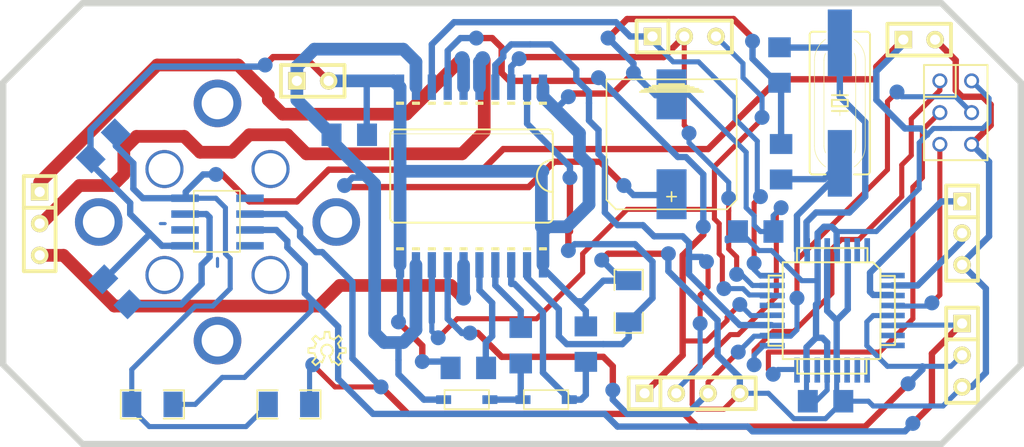
<source format=kicad_pcb>
(kicad_pcb (version 4) (host json2kicad_pcb "2021-04-12 03:08:48")

  (general
    (links 0)
    (no_connects 0)
    (area -12.827 -65.151 68.58 9.4996)
    (thickness 1.6002)
    (drawings 0)
    (tracks 595)
    (zones 0)
    (modules 31)
    (nets 880)
  )

  (page A3)
  (title_block
    (date "30 dec 2015")
  )

  (layers
  (0 B.Cu signal)
  (1 Inner1.Cu signal)
  (2 Inner2.Cu signal)
  (15 F.Cu signal)
  (20 B.SilkS user)
  (21 F.SilkS user)
  (22 B.Paste user)
  (23 F.Paste user)
  (24 Dwgs.User user)
  (25 Cmts.User user)
  (26 Eco1.User user)
  (27 Eco2.User user)
  (28 Edge.Cuts user)
  (31 B.Cu signal)
  (32 B.Adhes user)
  (33 F.Adhes user)
  (34 B.Paste user)
  (35 F.Paste user)
  (36 B.SilkS user)
  (37 F.SilkS user)
  (38 B.Mask user)
  (39 F.Mask user)
  (40 Dwgs.User user)
  (41 Cmts.User user)
  (42 Eco1.User user)
  (43 Eco2.User user)
  (44 Edge.Cuts user)
  )

  (setup
(last_trace_width 0.254)
    (trace_clearance 0.254)
    (zone_clearance 0.508)
    (zone_45_only no)
    (trace_min 0.254)
    (segment_width 0.2)
    (edge_width 0.1)
    (via_size 1.19888)
    (via_drill 0.635)
    (via_min_size 0.889)
    (via_min_drill 0.508)
    (uvia_size 0.508)
    (uvia_drill 0.127)
    (uvias_allowed no)
    (uvia_min_size 0.508)
    (uvia_min_drill 0.127)
    (pcb_text_width 0.3)
    (pcb_text_size 1.5 1.5)
    (mod_edge_width 0.15)
    (mod_text_size 1 1)
    (mod_text_width 0.15)
    (pad_size 1.5 1.5)
    (pad_drill 0.6)
    (pad_to_mask_clearance 0)
    (aux_axis_origin 0 0)
    (visible_elements 7FFFFFFF)
    (pcbplotparams
      (layerselection 0x00030_80000001)
      (usegerberextensions true)
      (excludeedgelayer true)
      (linewidth 0.150000)
      (plotframeref false)
      (viasonmask false)
      (mode 1)
      (useauxorigin false)
      (hpglpennumber 1)
      (hpglpenspeed 20)
      (hpglpendiameter 15)
      (hpglpenoverlay 2)
      (psnegative false)
      (psa4output false)
      (plotreference true)
      (plotvalue true)
      (plotinvisibletext false)
      (padsonsilk false)
      (subtractmaskfromsilk false)
      (outputformat 1)
      (mirror false)
      (drillshape 1)
      (scaleselection 1)
      (outputdirectory ""))
  )

  (net 0 "")
  (net 1 "N-00001")
  (net 2 "N-00002")
  (net 3 "N-00003")
  (net 4 "N-00004")
  (net 5 "N-00005")
  (net 6 "N-00006")
  (net 7 "N-00007")
  (net 8 "N-00008")
  (net 9 "N-00009")
  (net 10 "N-00010")
  (net 11 "N-00011")
  (net 12 "N-00012")
  (net 13 "N-00013")
  (net 14 "N-00014")
  (net 15 "N-00015")
  (net 16 "N-00016")
  (net 17 "N-00017")
  (net 18 "N-00018")
  (net 19 "N-00019")
  (net 20 "N-00020")
  (net 21 "N-00021")
  (net 22 "N-00022")
  (net 23 "N-00023")
  (net 24 "N-00024")
  (net 25 "N-00025")
  (net 26 "N-00026")
  (net 27 "N-00027")
  (net 28 "N-00028")
  (net 29 "N-00029")
  (net 30 "N-00030")
  (net 31 "N-00031")
  (net 32 "N-00032")
  (net 33 "N-00033")
  (net 34 "N-00034")
  (net 35 "N-00035")
  (net 36 "N-00036")
  (net 37 "N-00037")
  (net 38 "N-00038")
  (net 39 "N-00039")
  (net 40 "N-00040")
  (net 41 "N-00041")
  (net 42 "N-00042")
  (net 43 "N-00043")
  (net 44 "N-00044")
  (net 45 "N-00045")
  (net 46 "N-00046")
  (net 47 "N-00047")
  (net 48 "N-00048")
  (net 49 "N-00049")
  (net 50 "N-00050")
  (net 51 "N-00051")
  (net 52 "N-00052")
  (net 82 "N-00082")
  (net 80 "N-00080")
  (net 55 "N-00055")
  (net 56 "N-00056")
  (net 57 "N-00057")
  (net 58 "N-00058")
  (net 59 "N-00059")
  (net 60 "N-00060")
  (net 61 "N-00061")
  (net 62 "N-00062")
  (net 63 "N-00063")
  (net 64 "N-00064")
  (net 65 "N-00065")
  (net 66 "N-00066")
  (net 67 "N-00067")
  (net 68 "N-00068")
  (net 81 "N-00081")
  (net 70 "N-00070")
  (net 71 "N-00071")
  (net 72 "N-00072")
  (net 73 "N-00073")
  (net 74 "N-00074")
  (net 75 "N-00075")
  (net 76 "N-00076")
  (net 77 "N-00077")
  (net 78 "N-00078")
  (net 79 "N-00079")
  (net 83 "N-00083")
  (net 84 "N-00084")
  (net 85 "N-00085")
  (net 86 "N-00086")
  (net 87 "N-00087")
  (net 88 "N-00088")
  (net 89 "N-00089")
  (net 90 "N-00090")
  (net 91 "N-00091")
  (net 92 "N-00092")
  (net 93 "N-00093")
  (net 94 "N-00094")
  (net 95 "N-00095")
  (net 96 "N-00096")
  (net 97 "N-00097")
  (net 98 "N-00098")
  (net 99 "N-00099")
  (net 100 "N-00100")
  (net 101 "N-00101")
  (net 102 "N-00102")
  (net 103 "N-00103")
  (net 104 "N-00104")
  (net 105 "N-00105")
  (net 106 "N-00106")
  (net 107 "N-00107")
  (net 108 "N-00108")
  (net 109 "N-00109")
  (net 110 "N-00110")
  (net 111 "N-00111")
  (net 112 "N-00112")
  (net 113 "N-00113")
  (net 114 "N-00114")
  (net 115 "N-00115")
  (net 116 "N-00116")
  (net 117 "N-00117")
  (net 118 "N-00118")
  (net 119 "N-00119")
  (net 120 "N-00120")
  (net 121 "N-00121")
  (net 122 "N-00122")
  (net 123 "N-00123")
  (net 124 "N-00124")
  (net 125 "N-00125")
  (net 126 "N-00126")
  (net 127 "N-00127")
  (net 128 "N-00128")
  (net 129 "N-00129")
  (net 130 "N-00130")
  (net 131 "N-00131")
  (net 132 "N-00132")
  (net 133 "N-00133")
  (net 134 "N-00134")
  (net 135 "N-00135")
  (net 136 "N-00136")
  (net 137 "N-00137")
  (net 138 "N-00138")
  (net 139 "N-00139")
  (net 140 "N-00140")
  (net 141 "N-00141")
  (net 142 "N-00142")
  (net 143 "N-00143")
  (net 144 "N-00144")
  (net 145 "N-00145")
  (net 146 "N-00146")
  (net 147 "N-00147")
  (net 148 "N-00148")
  (net 149 "N-00149")
  (net 150 "N-00150")
  (net 151 "N-00151")
  (net 152 "N-00152")
  (net 153 "N-00153")
  (net 154 "N-00154")
  (net 155 "N-00155")
  (net 156 "N-00156")
  (net 159 "N-00159")
  (net 160 "N-00160")
  (net 161 "N-00161")
  (net 162 "N-00162")
  (net 163 "N-00163")
  (net 164 "N-00164")
  (net 165 "N-00165")
  (net 166 "N-00166")
  (net 167 "N-00167")
  (net 168 "N-00168")
  (net 169 "N-00169")
  (net 170 "N-00170")
  (net 171 "N-00171")
  (net 172 "N-00172")
  (net 173 "N-00173")
  (net 174 "N-00174")
  (net 175 "N-00175")
  (net 176 "N-00176")
  (net 177 "N-00177")
  (net 178 "N-00178")
  (net 179 "N-00179")
  (net 180 "N-00180")
  (net 181 "N-00181")
  (net 182 "N-00182")
  (net 183 "N-00183")
  (net 190 "N-00190")
  (net 195 "N-00195")
  (net 188 "N-00188")
  (net 192 "N-00192")
  (net 1345 "N-01345")
  (net 1346 "N-01346")
  (net 1347 "N-01347")
  (net 1348 "N-01348")
  (net 1349 "N-01349")
  (net 1350 "N-01350")
  (net 844 "N-0844")
  (net 1352 "N-01352")
  (net 846 "N-0846")
  (net 847 "N-0847")
  (net 848 "N-0848")
  (net 849 "N-0849")
  (net 850 "N-0850")
  (net 851 "N-0851")
  (net 852 "N-0852")
  (net 853 "N-0853")
  (net 854 "N-0854")
  (net 855 "N-0855")
  (net 856 "N-0856")
  (net 857 "N-0857")
  (net 858 "N-0858")
  (net 859 "N-0859")
  (net 860 "N-0860")
  (net 861 "N-0861")
  (net 862 "N-0862")
  (net 863 "N-0863")
  (net 864 "N-0864")
  (net 865 "N-0865")
  (net 866 "N-0866")
  (net 867 "N-0867")
  (net 868 "N-0868")
  (net 869 "N-0869")
  (net 870 "N-0870")
  (net 871 "N-0871")
  (net 879 "N-0879")
  (net 881 "N-0881")
  (net 874 "N-0874")
  (net 875 "N-0875")
  (net 876 "N-0876")
  (net 877 "N-0877")
  (net 878 "N-0878")
  (net 879 "N-0879")
  (net 880 "N-0880")
  (net 881 "N-0881")
  (net 882 "N-0882")
  (net 883 "N-0883")
  (net 884 "N-0884")
  (net 885 "N-0885")
  (net 886 "N-0886")
  (net 887 "N-0887")
  (net 888 "N-0888")
  (net 889 "N-0889")
  (net 890 "N-0890")
  (net 891 "N-0891")
  (net 892 "N-0892")
  (net 893 "N-0893")
  (net 894 "N-0894")
  (net 895 "N-0895")
  (net 896 "N-0896")
  (net 897 "N-0897")
  (net 898 "N-0898")
  (net 899 "N-0899")
  (net 900 "N-0900")
  (net 901 "N-0901")
  (net 902 "N-0902")
  (net 903 "N-0903")
  (net 904 "N-0904")
  (net 905 "N-0905")
  (net 906 "N-0906")
  (net 907 "N-0907")
  (net 908 "N-0908")
  (net 909 "N-0909")
  (net 910 "N-0910")
  (net 911 "N-0911")
  (net 912 "N-0912")
  (net 913 "N-0913")
  (net 914 "N-0914")
  (net 915 "N-0915")
  (net 916 "N-0916")
  (net 917 "N-0917")
  (net 918 "N-0918")
  (net 919 "N-0919")
  (net 920 "N-0920")
  (net 926 "N-0926")
  (net 922 "N-0922")
  (net 923 "N-0923")
  (net 925 "N-0925")
  (net 925 "N-0925")
  (net 926 "N-0926")
  (net 927 "N-0927")
  (net 928 "N-0928")
  (net 929 "N-0929")
  (net 930 "N-0930")
  (net 931 "N-0931")
  (net 932 "N-0932")
  (net 933 "N-0933")
  (net 934 "N-0934")
  (net 935 "N-0935")
  (net 936 "N-0936")
  (net 937 "N-0937")
  (net 938 "N-0938")
  (net 939 "N-0939")
  (net 940 "N-0940")
  (net 941 "N-0941")
  (net 942 "N-0942")
  (net 943 "N-0943")
  (net 944 "N-0944")
  (net 945 "N-0945")
  (net 946 "N-0946")
  (net 948 "N-0948")
  (net 948 "N-0948")
  (net 949 "N-0949")
  (net 950 "N-0950")
  (net 951 "N-0951")
  (net 952 "N-0952")
  (net 953 "N-0953")
  (net 954 "N-0954")
  (net 955 "N-0955")
  (net 956 "N-0956")
  (net 957 "N-0957")
  (net 958 "N-0958")
  (net 959 "N-0959")
  (net 960 "N-0960")
  (net 961 "N-0961")
  (net 962 "N-0962")
  (net 963 "N-0963")
  (net 964 "N-0964")
  (net 965 "N-0965")
  (net 966 "N-0966")
  (net 967 "N-0967")
  (net 968 "N-0968")
  (net 969 "N-0969")
  (net 970 "N-0970")
  (net 971 "N-0971")
  (net 972 "N-0972")
  (net 973 "N-0973")
  (net 974 "N-0974")
  (net 975 "N-0975")
  (net 976 "N-0976")
  (net 977 "N-0977")
  (net 978 "N-0978")
  (net 979 "N-0979")
  (net 980 "N-0980")
  (net 981 "N-0981")
  (net 982 "N-0982")
  (net 983 "N-0983")
  (net 984 "N-0984")
  (net 985 "N-0985")
  (net 986 "N-0986")
  (net 987 "N-0987")
  (net 988 "N-0988")
  (net 989 "N-0989")
  (net 990 "N-0990")
  (net 991 "N-0991")
  (net 992 "N-0992")
  (net 993 "N-0993")
  (net 994 "N-0994")
  (net 995 "N-0995")
  (net 996 "N-0996")
  (net 997 "N-0997")
  (net 998 "N-0998")
  (net 999 "N-0999")
  (net 1000 "N-01000")
  (net 1001 "N-01001")
  (net 1002 "N-01002")
  (net 1003 "N-01003")
  (net 1004 "N-01004")
  (net 1005 "N-01005")
  (net 1006 "N-01006")
  (net 1007 "N-01007")
  (net 1008 "N-01008")
  (net 1009 "N-01009")
  (net 1010 "N-01010")
  (net 1011 "N-01011")
  (net 1012 "N-01012")
  (net 1013 "N-01013")
  (net 1014 "N-01014")
  (net 1015 "N-01015")
  (net 1016 "N-01016")
  (net 1017 "N-01017")
  (net 1018 "N-01018")
  (net 1019 "N-01019")
  (net 1020 "N-01020")
  (net 1021 "N-01021")
  (net 1022 "N-01022")
  (net 1023 "N-01023")
  (net 1024 "N-01024")
  (net 1025 "N-01025")
  (net 1026 "N-01026")
  (net 1027 "N-01027")
  (net 1028 "N-01028")
  (net 1029 "N-01029")
  (net 1030 "N-01030")
  (net 1031 "N-01031")
  (net 1032 "N-01032")
  (net 1033 "N-01033")
  (net 1034 "N-01034")
  (net 1035 "N-01035")
  (net 1036 "N-01036")
  (net 1037 "N-01037")
  (net 1038 "N-01038")
  (net 1039 "N-01039")
  (net 1040 "N-01040")
  (net 1041 "N-01041")
  (net 1042 "N-01042")
  (net 1043 "N-01043")
  (net 1044 "N-01044")
  (net 1045 "N-01045")
  (net 1046 "N-01046")
  (net 1047 "N-01047")
  (net 1048 "N-01048")
  (net 1049 "N-01049")
  (net 1050 "N-01050")
  (net 1051 "N-01051")
  (net 1052 "N-01052")
  (net 1053 "N-01053")
  (net 1054 "N-01054")
  (net 1055 "N-01055")
  (net 1056 "N-01056")
  (net 1057 "N-01057")
  (net 1058 "N-01058")
  (net 1059 "N-01059")
  (net 1060 "N-01060")
  (net 1061 "N-01061")
  (net 1062 "N-01062")
  (net 1063 "N-01063")
  (net 1064 "N-01064")
  (net 1065 "N-01065")
  (net 1066 "N-01066")
  (net 1067 "N-01067")
  (net 1068 "N-01068")
  (net 1069 "N-01069")
  (net 1070 "N-01070")
  (net 1071 "N-01071")
  (net 1072 "N-01072")
  (net 1073 "N-01073")
  (net 1074 "N-01074")
  (net 1075 "N-01075")
  (net 1076 "N-01076")
  (net 1077 "N-01077")
  (net 1078 "N-01078")
  (net 1079 "N-01079")
  (net 1080 "N-01080")
  (net 1081 "N-01081")
  (net 1082 "N-01082")
  (net 1083 "N-01083")
  (net 1084 "N-01084")
  (net 1085 "N-01085")
  (net 1086 "N-01086")
  (net 1087 "N-01087")
  (net 1088 "N-01088")
  (net 1089 "N-01089")
  (net 1090 "N-01090")
  (net 1091 "N-01091")
  (net 1092 "N-01092")
  (net 1093 "N-01093")
  (net 1094 "N-01094")
  (net 1095 "N-01095")
  (net 1096 "N-01096")
  (net 1097 "N-01097")
  (net 1098 "N-01098")
  (net 1099 "N-01099")
  (net 1100 "N-01100")
  (net 1101 "N-01101")
  (net 1102 "N-01102")
  (net 1103 "N-01103")
  (net 1104 "N-01104")
  (net 1105 "N-01105")
  (net 1106 "N-01106")
  (net 1107 "N-01107")
  (net 1108 "N-01108")
  (net 1109 "N-01109")
  (net 1110 "N-01110")
  (net 1111 "N-01111")
  (net 1112 "N-01112")
  (net 1113 "N-01113")
  (net 1114 "N-01114")
  (net 1115 "N-01115")
  (net 1116 "N-01116")
  (net 1117 "N-01117")
  (net 1118 "N-01118")
  (net 1119 "N-01119")
  (net 1120 "N-01120")
  (net 1121 "N-01121")
  (net 1122 "N-01122")
  (net 1123 "N-01123")
  (net 1124 "N-01124")
  (net 1125 "N-01125")
  (net 1126 "N-01126")
  (net 1127 "N-01127")
  (net 1128 "N-01128")
  (net 1129 "N-01129")
  (net 1130 "N-01130")
  (net 1131 "N-01131")
  (net 1132 "N-01132")
  (net 1133 "N-01133")
  (net 1134 "N-01134")
  (net 1135 "N-01135")
  (net 1136 "N-01136")
  (net 1137 "N-01137")
  (net 1138 "N-01138")
  (net 1139 "N-01139")
  (net 1140 "N-01140")
  (net 1141 "N-01141")
  (net 1142 "N-01142")
  (net 1143 "N-01143")
  (net 1144 "N-01144")
  (net 1145 "N-01145")
  (net 1146 "N-01146")
  (net 1147 "N-01147")
  (net 1148 "N-01148")
  (net 1149 "N-01149")
  (net 1150 "N-01150")
  (net 1151 "N-01151")
  (net 1152 "N-01152")
  (net 1153 "N-01153")
  (net 1154 "N-01154")
  (net 1155 "N-01155")
  (net 1156 "N-01156")
  (net 1157 "N-01157")
  (net 1158 "N-01158")
  (net 1159 "N-01159")
  (net 1160 "N-01160")
  (net 1161 "N-01161")
  (net 1162 "N-01162")
  (net 1163 "N-01163")
  (net 1164 "N-01164")
  (net 1165 "N-01165")
  (net 1166 "N-01166")
  (net 1167 "N-01167")
  (net 1168 "N-01168")
  (net 1169 "N-01169")
  (net 1170 "N-01170")
  (net 1171 "N-01171")
  (net 1172 "N-01172")
  (net 1173 "N-01173")
  (net 1174 "N-01174")
  (net 1175 "N-01175")
  (net 1176 "N-01176")
  (net 1177 "N-01177")
  (net 1178 "N-01178")
  (net 1179 "N-01179")
  (net 1180 "N-01180")
  (net 1181 "N-01181")
  (net 1182 "N-01182")
  (net 1183 "N-01183")
  (net 1184 "N-01184")
  (net 1185 "N-01185")
  (net 1186 "N-01186")
  (net 1187 "N-01187")
  (net 1188 "N-01188")
  (net 1189 "N-01189")
  (net 1190 "N-01190")
  (net 1191 "N-01191")
  (net 1192 "N-01192")
  (net 1193 "N-01193")
  (net 1194 "N-01194")
  (net 1195 "N-01195")
  (net 1196 "N-01196")
  (net 1197 "N-01197")
  (net 1198 "N-01198")
  (net 1199 "N-01199")
  (net 1200 "N-01200")
  (net 1201 "N-01201")
  (net 1202 "N-01202")
  (net 1203 "N-01203")
  (net 1204 "N-01204")
  (net 1205 "N-01205")
  (net 1206 "N-01206")
  (net 1207 "N-01207")
  (net 1208 "N-01208")
  (net 1209 "N-01209")
  (net 1210 "N-01210")
  (net 1211 "N-01211")
  (net 1212 "N-01212")
  (net 1213 "N-01213")
  (net 1214 "N-01214")
  (net 1215 "N-01215")
  (net 1216 "N-01216")
  (net 1217 "N-01217")
  (net 1218 "N-01218")
  (net 1219 "N-01219")
  (net 1220 "N-01220")
  (net 1221 "N-01221")
  (net 1222 "N-01222")
  (net 1223 "N-01223")
  (net 1224 "N-01224")
  (net 1225 "N-01225")
  (net 1226 "N-01226")
  (net 1227 "N-01227")
  (net 1228 "N-01228")
  (net 1229 "N-01229")
  (net 1230 "N-01230")
  (net 1231 "N-01231")
  (net 1232 "N-01232")
  (net 1233 "N-01233")
  (net 1234 "N-01234")
  (net 1235 "N-01235")
  (net 1236 "N-01236")
  (net 1237 "N-01237")
  (net 1238 "N-01238")
  (net 1239 "N-01239")
  (net 1240 "N-01240")
  (net 1241 "N-01241")
  (net 1242 "N-01242")
  (net 1243 "N-01243")
  (net 1244 "N-01244")
  (net 1245 "N-01245")
  (net 1246 "N-01246")
  (net 1247 "N-01247")
  (net 1248 "N-01248")
  (net 1249 "N-01249")
  (net 1250 "N-01250")
  (net 1251 "N-01251")
  (net 1252 "N-01252")
  (net 1253 "N-01253")
  (net 1254 "N-01254")
  (net 1255 "N-01255")
  (net 1256 "N-01256")
  (net 1257 "N-01257")
  (net 1258 "N-01258")
  (net 1259 "N-01259")
  (net 1260 "N-01260")
  (net 1261 "N-01261")
  (net 1262 "N-01262")
  (net 1263 "N-01263")
  (net 1264 "N-01264")
  (net 1265 "N-01265")
  (net 1266 "N-01266")
  (net 1267 "N-01267")
  (net 1268 "N-01268")
  (net 1269 "N-01269")
  (net 1270 "N-01270")
  (net 1271 "N-01271")
  (net 1272 "N-01272")
  (net 1273 "N-01273")
  (net 1274 "N-01274")
  (net 1275 "N-01275")
  (net 1276 "N-01276")
  (net 1277 "N-01277")
  (net 1278 "N-01278")
  (net 1279 "N-01279")
  (net 1280 "N-01280")
  (net 1281 "N-01281")
  (net 1282 "N-01282")
  (net 1283 "N-01283")
  (net 1284 "N-01284")
  (net 1285 "N-01285")
  (net 1286 "N-01286")
  (net 1287 "N-01287")
  (net 1288 "N-01288")
  (net 1289 "N-01289")
  (net 1290 "N-01290")
  (net 1291 "N-01291")
  (net 1292 "N-01292")
  (net 1293 "N-01293")
  (net 1294 "N-01294")
  (net 1295 "N-01295")
  (net 1296 "N-01296")
  (net 1297 "N-01297")
  (net 1298 "N-01298")
  (net 1299 "N-01299")
  (net 1300 "N-01300")
  (net 1301 "N-01301")
  (net 1302 "N-01302")
  (net 1303 "N-01303")
  (net 1304 "N-01304")
  (net 1305 "N-01305")
  (net 1306 "N-01306")
  (net 1307 "N-01307")
  (net 1308 "N-01308")
  (net 1309 "N-01309")
  (net 1310 "N-01310")
  (net 1311 "N-01311")
  (net 1312 "N-01312")
  (net 1313 "N-01313")
  (net 1314 "N-01314")
  (net 1315 "N-01315")
  (net 1316 "N-01316")
  (net 1317 "N-01317")
  (net 1318 "N-01318")
  (net 1319 "N-01319")
  (net 1320 "N-01320")
  (net 1321 "N-01321")
  (net 1322 "N-01322")
  (net 1323 "N-01323")
  (net 1324 "N-01324")
  (net 1325 "N-01325")
  (net 1326 "N-01326")
  (net 1327 "N-01327")
  (net 1328 "N-01328")
  (net 1329 "N-01329")
  (net 1330 "N-01330")
  (net 1331 "N-01331")
  (net 1332 "N-01332")
  (net 1333 "N-01333")
  (net 1334 "N-01334")
  (net 1335 "N-01335")
  (net 1336 "N-01336")
  (net 1337 "N-01337")
  (net 1338 "N-01338")
  (net 1339 "N-01339")
  (net 1340 "N-01340")
  (net 1341 "N-01341")
  (net 1342 "N-01342")
  (net 1343 "N-01343")
  (net 1344 "N-01344")
  (net 1345 "N-01345")
  (net 1346 "N-01346")
  (net 1347 "N-01347")
  (net 1348 "N-01348")
  (net 1349 "N-01349")
  (net 1350 "N-01350")
  (net 1351 "N-01351")
  (net 1352 "N-01352")
  (net 1353 "N-01353")
  (net 1354 "N-01354")
  (net 1355 "N-01355")
  (net 1356 "N-01356")
  (net 1357 "N-01357")
  (net 1358 "N-01358")
  (net 1359 "N-01359")
  (net 1360 "N-01360")
  (net 1361 "N-01361")
  (net 1362 "N-01362")
  (net 1363 "N-01363")
  (net 1364 "N-01364")
  (net 1365 "N-01365")
  (net 1366 "N-01366")
  (net 1367 "N-01367")
  (net 1368 "N-01368")
  (net 1369 "N-01369")
  (net 1370 "N-01370")
  (net 1371 "N-01371")
  (net 1372 "N-01372")
  (net 1373 "N-01373")
  (net 1374 "N-01374")
  (net 1375 "N-01375")
  (net 1376 "N-01376")
  (net 1377 "N-01377")
  (net 1378 "N-01378")
  (net 1379 "N-01379")
  (net 1380 "N-01380")
  (net 1381 "N-01381")
  (net 1382 "N-01382")
  (net 1383 "N-01383")
  (net 1384 "N-01384")
  (net 1385 "N-01385")
  (net 1386 "N-01386")
  (net 1387 "N-01387")
  (net 1388 "N-01388")
  (net 1389 "N-01389")
  (net 1390 "N-01390")
  (net 1391 "N-01391")
  (net 1392 "N-01392")
  (net 1393 "N-01393")
  (net 1394 "N-01394")
  (net 1395 "N-01395")
  (net 1396 "N-01396")
  (net 1397 "N-01397")
  (net 1398 "N-01398")
  (net 1399 "N-01399")
  (net 1400 "N-01400")
  (net 1401 "N-01401")
  (net 1402 "N-01402")
  (net 1403 "N-01403")
  (net 1404 "N-01404")
  (net 1405 "N-01405")
  (net 1406 "N-01406")
  (net 1407 "N-01407")
  (net 1408 "N-01408")
  (net 1409 "N-01409")
  (net 1410 "N-01410")
  (net 1411 "N-01411")
  (net 1412 "N-01412")
  (net 1413 "N-01413")
  (net 1414 "N-01414")
  (net 1415 "N-01415")
  (net 1416 "N-01416")
  (net 1417 "N-01417")
  (net 1418 "N-01418")
  (net 1419 "N-01419")
  (net 1420 "N-01420")
  (net 1421 "N-01421")
  (net 1422 "N-01422")
  (net 1423 "N-01423")
  (net 1424 "N-01424")
  (net 1425 "N-01425")
  (net 1426 "N-01426")
  (net 1427 "N-01427")
  (net 1576 "N-01576")
  (net 1429 "N-01429")
  (net 1430 "N-01430")
  (net 1431 "N-01431")
  (net 1615 "N-01615")
  (net 1433 "N-01433")
  (net 1586 "N-01586")
  (net 1554 "N-01554")
  (net 1436 "N-01436")
  (net 1437 "N-01437")
  (net 1438 "N-01438")
  (net 1439 "N-01439")
  (net 1575 "N-01575")
  (net 1441 "N-01441")
  (net 1505 "N-01505")
  (net 1594 "N-01594")
  (net 1444 "N-01444")
  (net 1445 "N-01445")
  (net 1446 "N-01446")
  (net 1447 "N-01447")
  (net 1448 "N-01448")
  (net 1449 "N-01449")
  (net 1612 "N-01612")
  (net 1592 "N-01592")
  (net 1452 "N-01452")
  (net 1453 "N-01453")
  (net 1454 "N-01454")
  (net 1455 "N-01455")
  (net 1456 "N-01456")
  (net 1457 "N-01457")
  (net 1458 "N-01458")
  (net 1459 "N-01459")
  (net 1579 "N-01579")
  (net 1461 "N-01461")
  (net 1462 "N-01462")
  (net 1463 "N-01463")
  (net 1464 "N-01464")
  (net 1465 "N-01465")
  (net 1466 "N-01466")
  (net 1467 "N-01467")
  (net 1468 "N-01468")
  (net 1469 "N-01469")
  (net 1470 "N-01470")
  (net 1471 "N-01471")
  (net 1472 "N-01472")
  (net 1473 "N-01473")
  (net 1474 "N-01474")
  (net 1475 "N-01475")
  (net 1476 "N-01476")
  (net 1499 "N-01499")
  (net 1595 "N-01595")
  (net 1496 "N-01496")
  (net 1497 "N-01497")
  (net 1481 "N-01481")
  (net 1482 "N-01482")
  (net 1483 "N-01483")
  (net 1484 "N-01484")
  (net 1485 "N-01485")
  (net 1486 "N-01486")
  (net 1487 "N-01487")
  (net 1498 "N-01498")
  (net 1489 "N-01489")
  (net 1490 "N-01490")
  (net 1491 "N-01491")
  (net 1492 "N-01492")
  (net 1493 "N-01493")
  (net 1494 "N-01494")
  (net 1495 "N-01495")
  (net 1588 "N-01588")
  (net 1578 "N-01578")
  (net 1597 "N-01597")
  (net 1570 "N-01570")
  (net 1605 "N-01605")
  (net 1587 "N-01587")
  (net 1573 "N-01573")
  (net 1577 "N-01577")
  (net 1601 "N-01601")
  (net 1552 "N-01552")
  (net 1515 "N-01515")
  (net 1572 "N-01572")
  (net 1557 "N-01557")
  (net 1602 "N-01602")
  (net 1555 "N-01555")
  (net 1556 "N-01556")
  (net 1593 "N-01593")
  (net 1522 "N-01522")
  (net 1523 "N-01523")
  (net 1524 "N-01524")
  (net 1525 "N-01525")
  (net 1619 "N-01619")
  (net 1582 "N-01582")
  (net 1581 "N-01581")
  (net 1610 "N-01610")
  (net 1530 "N-01530")
  (net 1531 "N-01531")
  (net 1532 "N-01532")
  (net 1533 "N-01533")
  (net 1534 "N-01534")
  (net 1535 "N-01535")
  (net 1536 "N-01536")
  (net 1609 "N-01609")
  (net 1574 "N-01574")
  (net 1598 "N-01598")
  (net 1540 "N-01540")
  (net 1541 "N-01541")
  (net 1542 "N-01542")
  (net 1607 "N-01607")

  (net_class Default "This is the default net class."
    (via_dia 1.19888)
    (via_drill 0.635)
    (uvia_drill 0.127)
    (trace_width 0.254)
    (uvia_dia 0.508)
    (clearance 0.254)
    (add_net "")
    (add_net "N-00001")
    (add_net "N-00002")
    (add_net "N-00003")
    (add_net "N-00004")
    (add_net "N-00005")
    (add_net "N-00006")
    (add_net "N-00007")
    (add_net "N-00008")
    (add_net "N-00009")
    (add_net "N-00010")
    (add_net "N-00011")
    (add_net "N-00012")
    (add_net "N-00013")
    (add_net "N-00014")
    (add_net "N-00015")
    (add_net "N-00016")
    (add_net "N-00017")
    (add_net "N-00018")
    (add_net "N-00019")
    (add_net "N-00020")
    (add_net "N-00021")
    (add_net "N-00022")
    (add_net "N-00023")
    (add_net "N-00024")
    (add_net "N-00025")
    (add_net "N-00026")
    (add_net "N-00027")
    (add_net "N-00028")
    (add_net "N-00029")
    (add_net "N-00030")
    (add_net "N-00031")
    (add_net "N-00032")
    (add_net "N-00033")
    (add_net "N-00034")
    (add_net "N-00035")
    (add_net "N-00036")
    (add_net "N-00037")
    (add_net "N-00038")
    (add_net "N-00039")
    (add_net "N-00040")
    (add_net "N-00041")
    (add_net "N-00042")
    (add_net "N-00043")
    (add_net "N-00044")
    (add_net "N-00045")
    (add_net "N-00046")
    (add_net "N-00047")
    (add_net "N-00048")
    (add_net "N-00049")
    (add_net "N-00050")
    (add_net "N-00051")
    (add_net "N-00052")
    (add_net "N-01374")
    (add_net "N-00055")
    (add_net "N-00056")
    (add_net "N-00057")
    (add_net "N-00058")
    (add_net "N-00059")
    (add_net "N-00060")
    (add_net "N-00061")
    (add_net "N-00062")
    (add_net "N-00063")
    (add_net "N-00064")
    (add_net "N-00065")
    (add_net "N-00066")
    (add_net "N-00067")
    (add_net "N-00068")
    (add_net "N-00070")
    (add_net "N-00071")
    (add_net "N-00072")
    (add_net "N-00073")
    (add_net "N-00074")
    (add_net "N-00075")
    (add_net "N-00076")
    (add_net "N-00077")
    (add_net "N-00078")
    (add_net "N-00079")
    (add_net "N-00080")
    (add_net "N-00081")
    (add_net "N-00082")
    (add_net "N-00083")
    (add_net "N-00084")
    (add_net "N-00085")
    (add_net "N-00086")
    (add_net "N-00087")
    (add_net "N-00088")
    (add_net "N-00089")
    (add_net "N-00090")
    (add_net "N-00091")
    (add_net "N-00092")
    (add_net "N-00093")
    (add_net "N-00094")
    (add_net "N-00095")
    (add_net "N-00096")
    (add_net "N-00097")
    (add_net "N-00098")
    (add_net "N-00099")
    (add_net "N-00100")
    (add_net "N-00101")
    (add_net "N-00102")
    (add_net "N-00103")
    (add_net "N-00104")
    (add_net "N-00105")
    (add_net "N-00106")
    (add_net "N-00107")
    (add_net "N-00108")
    (add_net "N-00109")
    (add_net "N-00110")
    (add_net "N-00111")
    (add_net "N-00112")
    (add_net "N-00113")
    (add_net "N-00114")
    (add_net "N-00115")
    (add_net "N-00116")
    (add_net "N-00117")
    (add_net "N-00118")
    (add_net "N-00119")
    (add_net "N-00120")
    (add_net "N-00121")
    (add_net "N-00122")
    (add_net "N-00123")
    (add_net "N-00124")
    (add_net "N-00125")
    (add_net "N-00126")
    (add_net "N-00127")
    (add_net "N-00128")
    (add_net "N-00129")
    (add_net "N-00130")
    (add_net "N-00131")
    (add_net "N-00132")
    (add_net "N-00133")
    (add_net "N-00134")
    (add_net "N-00135")
    (add_net "N-00136")
    (add_net "N-00137")
    (add_net "N-00138")
    (add_net "N-00139")
    (add_net "N-00140")
    (add_net "N-00141")
    (add_net "N-00142")
    (add_net "N-00143")
    (add_net "N-00144")
    (add_net "N-00145")
    (add_net "N-00146")
    (add_net "N-00147")
    (add_net "N-00148")
    (add_net "N-00149")
    (add_net "N-00150")
    (add_net "N-00151")
    (add_net "N-00152")
    (add_net "N-00153")
    (add_net "N-00154")
    (add_net "N-00155")
    (add_net "N-00156")
    (add_net "N-01369")
    (add_net "N-00159")
    (add_net "N-00160")
    (add_net "N-00161")
    (add_net "N-00162")
    (add_net "N-00163")
    (add_net "N-00164")
    (add_net "N-00165")
    (add_net "N-00166")
    (add_net "N-00167")
    (add_net "N-00168")
    (add_net "N-00169")
    (add_net "N-00170")
    (add_net "N-00171")
    (add_net "N-00172")
    (add_net "N-00173")
    (add_net "N-00174")
    (add_net "N-00175")
    (add_net "N-00176")
    (add_net "N-00177")
    (add_net "N-00178")
    (add_net "N-00179")
    (add_net "N-00180")
    (add_net "N-00181")
    (add_net "N-00182")
    (add_net "N-00183")
    (add_net "N-00188")
    (add_net "N-00190")
    (add_net "N-00192")
    (add_net "N-00195")
    (add_net "N-00108")
    (add_net "N-00109")
    (add_net "N-00102")
    (add_net "N-00103")
    (add_net "N-00100")
    (add_net "N-00101")
    (add_net "N-00106")
    (add_net "N-00107")
    (add_net "N-00104")
    (add_net "N-00105")
    (add_net "N-01372")
    (add_net "N-01373")
    (add_net "N-00099")
    (add_net "N-00098")
    (add_net "N-01375")
    (add_net "N-00091")
    (add_net "N-00090")
    (add_net "N-00093")
    (add_net "N-00092")
    (add_net "N-00095")
    (add_net "N-00094")
    (add_net "N-00097")
    (add_net "N-00096")
    (add_net "N-01439")
    (add_net "N-01199")
    (add_net "N-01198")
    (add_net "N-01191")
    (add_net "N-01190")
    (add_net "N-01193")
    (add_net "N-01192")
    (add_net "N-01195")
    (add_net "N-01194")
    (add_net "N-01197")
    (add_net "N-01196")
    (add_net "N-01177")
    (add_net "N-01176")
    (add_net "N-01175")
    (add_net "N-01174")
    (add_net "N-01173")
    (add_net "N-01172")
    (add_net "N-01171")
    (add_net "N-01170")
    (add_net "N-01179")
    (add_net "N-01178")
    (add_net "N-01285")
    (add_net "N-01284")
    (add_net "N-01287")
    (add_net "N-01286")
    (add_net "N-01281")
    (add_net "N-01280")
    (add_net "N-01283")
    (add_net "N-01282")
    (add_net "N-01289")
    (add_net "N-01288")
    (add_net "N-01579")
    (add_net "N-01578")
    (add_net "N-01573")
    (add_net "N-01572")
    (add_net "N-01570")
    (add_net "N-01577")
    (add_net "N-01576")
    (add_net "N-01575")
    (add_net "N-01574")
    (add_net "N-01371")
    (add_net "N-01370")
    (add_net "N-01373")
    (add_net "N-01372")
    (add_net "N-01375")
    (add_net "N-01374")
    (add_net "N-01377")
    (add_net "N-01376")
    (add_net "N-01379")
    (add_net "N-01378")
    (add_net "N-01368")
    (add_net "N-01481")
    (add_net "N-00179")
    (add_net "N-00178")
    (add_net "N-00177")
    (add_net "N-00176")
    (add_net "N-00175")
    (add_net "N-00174")
    (add_net "N-00173")
    (add_net "N-00172")
    (add_net "N-00171")
    (add_net "N-00170")
    (add_net "N-01499")
    (add_net "N-0844")
    (add_net "N-0846")
    (add_net "N-0847")
    (add_net "N-0848")
    (add_net "N-0849")
    (add_net "N-0850")
    (add_net "N-0851")
    (add_net "N-0852")
    (add_net "N-0853")
    (add_net "N-0854")
    (add_net "N-0855")
    (add_net "N-0856")
    (add_net "N-0857")
    (add_net "N-0858")
    (add_net "N-0859")
    (add_net "N-0860")
    (add_net "N-0861")
    (add_net "N-0862")
    (add_net "N-0863")
    (add_net "N-0864")
    (add_net "N-0865")
    (add_net "N-0866")
    (add_net "N-0867")
    (add_net "N-0868")
    (add_net "N-0869")
    (add_net "N-0870")
    (add_net "N-0871")
    (add_net "N-0874")
    (add_net "N-0875")
    (add_net "N-0876")
    (add_net "N-0877")
    (add_net "N-0878")
    (add_net "N-0879")
    (add_net "N-0880")
    (add_net "N-0881")
    (add_net "N-0882")
    (add_net "N-0883")
    (add_net "N-0884")
    (add_net "N-0885")
    (add_net "N-0886")
    (add_net "N-0887")
    (add_net "N-0888")
    (add_net "N-0889")
    (add_net "N-0890")
    (add_net "N-0891")
    (add_net "N-0892")
    (add_net "N-0893")
    (add_net "N-0894")
    (add_net "N-0895")
    (add_net "N-0896")
    (add_net "N-0897")
    (add_net "N-0898")
    (add_net "N-0899")
    (add_net "N-0900")
    (add_net "N-0901")
    (add_net "N-0902")
    (add_net "N-0903")
    (add_net "N-0904")
    (add_net "N-0905")
    (add_net "N-0906")
    (add_net "N-0907")
    (add_net "N-0908")
    (add_net "N-0909")
    (add_net "N-0910")
    (add_net "N-0911")
    (add_net "N-0912")
    (add_net "N-0913")
    (add_net "N-0914")
    (add_net "N-0915")
    (add_net "N-0916")
    (add_net "N-0917")
    (add_net "N-0918")
    (add_net "N-0919")
    (add_net "N-0920")
    (add_net "N-0922")
    (add_net "N-0923")
    (add_net "N-0925")
    (add_net "N-0926")
    (add_net "N-0927")
    (add_net "N-0928")
    (add_net "N-0929")
    (add_net "N-0930")
    (add_net "N-0931")
    (add_net "N-0932")
    (add_net "N-0933")
    (add_net "N-0934")
    (add_net "N-0935")
    (add_net "N-0936")
    (add_net "N-0937")
    (add_net "N-0938")
    (add_net "N-0939")
    (add_net "N-0940")
    (add_net "N-0941")
    (add_net "N-0942")
    (add_net "N-0943")
    (add_net "N-0944")
    (add_net "N-0945")
    (add_net "N-0946")
    (add_net "N-0948")
    (add_net "N-0949")
    (add_net "N-0950")
    (add_net "N-0951")
    (add_net "N-0952")
    (add_net "N-0953")
    (add_net "N-0954")
    (add_net "N-0955")
    (add_net "N-0956")
    (add_net "N-0957")
    (add_net "N-0958")
    (add_net "N-0959")
    (add_net "N-0960")
    (add_net "N-0961")
    (add_net "N-0962")
    (add_net "N-0963")
    (add_net "N-0964")
    (add_net "N-0965")
    (add_net "N-0966")
    (add_net "N-0967")
    (add_net "N-0968")
    (add_net "N-0969")
    (add_net "N-0970")
    (add_net "N-0971")
    (add_net "N-0972")
    (add_net "N-0973")
    (add_net "N-0974")
    (add_net "N-0975")
    (add_net "N-0976")
    (add_net "N-0977")
    (add_net "N-0978")
    (add_net "N-0979")
    (add_net "N-0980")
    (add_net "N-0981")
    (add_net "N-0982")
    (add_net "N-0983")
    (add_net "N-0984")
    (add_net "N-0985")
    (add_net "N-0986")
    (add_net "N-0987")
    (add_net "N-0988")
    (add_net "N-0989")
    (add_net "N-0990")
    (add_net "N-0991")
    (add_net "N-0992")
    (add_net "N-0993")
    (add_net "N-0994")
    (add_net "N-0995")
    (add_net "N-0996")
    (add_net "N-0997")
    (add_net "N-0998")
    (add_net "N-0999")
    (add_net "N-01000")
    (add_net "N-01001")
    (add_net "N-01002")
    (add_net "N-01003")
    (add_net "N-01004")
    (add_net "N-01005")
    (add_net "N-01006")
    (add_net "N-01007")
    (add_net "N-01008")
    (add_net "N-01009")
    (add_net "N-01010")
    (add_net "N-01011")
    (add_net "N-01012")
    (add_net "N-01013")
    (add_net "N-01014")
    (add_net "N-01015")
    (add_net "N-01016")
    (add_net "N-01017")
    (add_net "N-01018")
    (add_net "N-01019")
    (add_net "N-01020")
    (add_net "N-01021")
    (add_net "N-01022")
    (add_net "N-01023")
    (add_net "N-01024")
    (add_net "N-01143")
    (add_net "N-01140")
    (add_net "N-01141")
    (add_net "N-01028")
    (add_net "N-01147")
    (add_net "N-01144")
    (add_net "N-01145")
    (add_net "N-01032")
    (add_net "N-01033")
    (add_net "N-01148")
    (add_net "N-01035")
    (add_net "N-01036")
    (add_net "N-01037")
    (add_net "N-01038")
    (add_net "N-01039")
    (add_net "N-01040")
    (add_net "N-01041")
    (add_net "N-01042")
    (add_net "N-01043")
    (add_net "N-01044")
    (add_net "N-01045")
    (add_net "N-01046")
    (add_net "N-01047")
    (add_net "N-01048")
    (add_net "N-01049")
    (add_net "N-01050")
    (add_net "N-01051")
    (add_net "N-01052")
    (add_net "N-01053")
    (add_net "N-01054")
    (add_net "N-01055")
    (add_net "N-01056")
    (add_net "N-01057")
    (add_net "N-01058")
    (add_net "N-01059")
    (add_net "N-01060")
    (add_net "N-01061")
    (add_net "N-01062")
    (add_net "N-01063")
    (add_net "N-01064")
    (add_net "N-01065")
    (add_net "N-01066")
    (add_net "N-01067")
    (add_net "N-01068")
    (add_net "N-01069")
    (add_net "N-01070")
    (add_net "N-01071")
    (add_net "N-01072")
    (add_net "N-01073")
    (add_net "N-01074")
    (add_net "N-01075")
    (add_net "N-01076")
    (add_net "N-01077")
    (add_net "N-01078")
    (add_net "N-01079")
    (add_net "N-01080")
    (add_net "N-01081")
    (add_net "N-01082")
    (add_net "N-01083")
    (add_net "N-01084")
    (add_net "N-01085")
    (add_net "N-01086")
    (add_net "N-01087")
    (add_net "N-01088")
    (add_net "N-01089")
    (add_net "N-01090")
    (add_net "N-01091")
    (add_net "N-01092")
    (add_net "N-01093")
    (add_net "N-01094")
    (add_net "N-01095")
    (add_net "N-01096")
    (add_net "N-01097")
    (add_net "N-01098")
    (add_net "N-01099")
    (add_net "N-01100")
    (add_net "N-01101")
    (add_net "N-01102")
    (add_net "N-01103")
    (add_net "N-01104")
    (add_net "N-01105")
    (add_net "N-01106")
    (add_net "N-01107")
    (add_net "N-01108")
    (add_net "N-01109")
    (add_net "N-01110")
    (add_net "N-01111")
    (add_net "N-01112")
    (add_net "N-01113")
    (add_net "N-01114")
    (add_net "N-01115")
    (add_net "N-01116")
    (add_net "N-01117")
    (add_net "N-01118")
    (add_net "N-01119")
    (add_net "N-01120")
    (add_net "N-01121")
    (add_net "N-01122")
    (add_net "N-01123")
    (add_net "N-01124")
    (add_net "N-01125")
    (add_net "N-01126")
    (add_net "N-01127")
    (add_net "N-01128")
    (add_net "N-01129")
    (add_net "N-01130")
    (add_net "N-01131")
    (add_net "N-01132")
    (add_net "N-01133")
    (add_net "N-01134")
    (add_net "N-01135")
    (add_net "N-01136")
    (add_net "N-01137")
    (add_net "N-01138")
    (add_net "N-01139")
    (add_net "N-01140")
    (add_net "N-01141")
    (add_net "N-01142")
    (add_net "N-01143")
    (add_net "N-01144")
    (add_net "N-01145")
    (add_net "N-01146")
    (add_net "N-01147")
    (add_net "N-01148")
    (add_net "N-01149")
    (add_net "N-01150")
    (add_net "N-01151")
    (add_net "N-01152")
    (add_net "N-01153")
    (add_net "N-01154")
    (add_net "N-01155")
    (add_net "N-01156")
    (add_net "N-01157")
    (add_net "N-01158")
    (add_net "N-01159")
    (add_net "N-01160")
    (add_net "N-01161")
    (add_net "N-01162")
    (add_net "N-01163")
    (add_net "N-01164")
    (add_net "N-01165")
    (add_net "N-01166")
    (add_net "N-01167")
    (add_net "N-01168")
    (add_net "N-01169")
    (add_net "N-01170")
    (add_net "N-01171")
    (add_net "N-01172")
    (add_net "N-01173")
    (add_net "N-01174")
    (add_net "N-01175")
    (add_net "N-01176")
    (add_net "N-01177")
    (add_net "N-01178")
    (add_net "N-01179")
    (add_net "N-01180")
    (add_net "N-01181")
    (add_net "N-01182")
    (add_net "N-01183")
    (add_net "N-01184")
    (add_net "N-01185")
    (add_net "N-01186")
    (add_net "N-01187")
    (add_net "N-01188")
    (add_net "N-01189")
    (add_net "N-01190")
    (add_net "N-01191")
    (add_net "N-01192")
    (add_net "N-01193")
    (add_net "N-01194")
    (add_net "N-01195")
    (add_net "N-01196")
    (add_net "N-01197")
    (add_net "N-01198")
    (add_net "N-01199")
    (add_net "N-01200")
    (add_net "N-01201")
    (add_net "N-01202")
    (add_net "N-01203")
    (add_net "N-01204")
    (add_net "N-01205")
    (add_net "N-01206")
    (add_net "N-01207")
    (add_net "N-01208")
    (add_net "N-01209")
    (add_net "N-01210")
    (add_net "N-01211")
    (add_net "N-01212")
    (add_net "N-01213")
    (add_net "N-01214")
    (add_net "N-01215")
    (add_net "N-01216")
    (add_net "N-01217")
    (add_net "N-01218")
    (add_net "N-01219")
    (add_net "N-01220")
    (add_net "N-01221")
    (add_net "N-01222")
    (add_net "N-01223")
    (add_net "N-01224")
    (add_net "N-01225")
    (add_net "N-01226")
    (add_net "N-01227")
    (add_net "N-01228")
    (add_net "N-01229")
    (add_net "N-01230")
    (add_net "N-01231")
    (add_net "N-01232")
    (add_net "N-01233")
    (add_net "N-01234")
    (add_net "N-01235")
    (add_net "N-01236")
    (add_net "N-01237")
    (add_net "N-01238")
    (add_net "N-01239")
    (add_net "N-01240")
    (add_net "N-01241")
    (add_net "N-01242")
    (add_net "N-01243")
    (add_net "N-01244")
    (add_net "N-01245")
    (add_net "N-01246")
    (add_net "N-01247")
    (add_net "N-01248")
    (add_net "N-01249")
    (add_net "N-01250")
    (add_net "N-01251")
    (add_net "N-01252")
    (add_net "N-01253")
    (add_net "N-01254")
    (add_net "N-01255")
    (add_net "N-01256")
    (add_net "N-01257")
    (add_net "N-01258")
    (add_net "N-01259")
    (add_net "N-01260")
    (add_net "N-01261")
    (add_net "N-01262")
    (add_net "N-01263")
    (add_net "N-01264")
    (add_net "N-01265")
    (add_net "N-01266")
    (add_net "N-01267")
    (add_net "N-01268")
    (add_net "N-01269")
    (add_net "N-01270")
    (add_net "N-01271")
    (add_net "N-01272")
    (add_net "N-01273")
    (add_net "N-01274")
    (add_net "N-01275")
    (add_net "N-01276")
    (add_net "N-01277")
    (add_net "N-01278")
    (add_net "N-01279")
    (add_net "N-01280")
    (add_net "N-01281")
    (add_net "N-01282")
    (add_net "N-01283")
    (add_net "N-01284")
    (add_net "N-01285")
    (add_net "N-01286")
    (add_net "N-01287")
    (add_net "N-01288")
    (add_net "N-01289")
    (add_net "N-01290")
    (add_net "N-01291")
    (add_net "N-01292")
    (add_net "N-01293")
    (add_net "N-01294")
    (add_net "N-01295")
    (add_net "N-01296")
    (add_net "N-01297")
    (add_net "N-01298")
    (add_net "N-01299")
    (add_net "N-01300")
    (add_net "N-01301")
    (add_net "N-01302")
    (add_net "N-01303")
    (add_net "N-01304")
    (add_net "N-01305")
    (add_net "N-01306")
    (add_net "N-01307")
    (add_net "N-01308")
    (add_net "N-01309")
    (add_net "N-01310")
    (add_net "N-01311")
    (add_net "N-01312")
    (add_net "N-01313")
    (add_net "N-01314")
    (add_net "N-01315")
    (add_net "N-01316")
    (add_net "N-01317")
    (add_net "N-01318")
    (add_net "N-01319")
    (add_net "N-01320")
    (add_net "N-01321")
    (add_net "N-01322")
    (add_net "N-01323")
    (add_net "N-01324")
    (add_net "N-01325")
    (add_net "N-01326")
    (add_net "N-01327")
    (add_net "N-01328")
    (add_net "N-01329")
    (add_net "N-01330")
    (add_net "N-01331")
    (add_net "N-01332")
    (add_net "N-01333")
    (add_net "N-01334")
    (add_net "N-01335")
    (add_net "N-01336")
    (add_net "N-01337")
    (add_net "N-01338")
    (add_net "N-01339")
    (add_net "N-01340")
    (add_net "N-01341")
    (add_net "N-01342")
    (add_net "N-01343")
    (add_net "N-01344")
    (add_net "N-01345")
    (add_net "N-01346")
    (add_net "N-01347")
    (add_net "N-01348")
    (add_net "N-01349")
    (add_net "N-01350")
    (add_net "N-01351")
    (add_net "N-01352")
    (add_net "N-01353")
    (add_net "N-01354")
    (add_net "N-01355")
    (add_net "N-01356")
    (add_net "N-01357")
    (add_net "N-01358")
    (add_net "N-01359")
    (add_net "N-01360")
    (add_net "N-01361")
    (add_net "N-01362")
    (add_net "N-01363")
    (add_net "N-00168")
    (add_net "N-00169")
    (add_net "N-01366")
    (add_net "N-01367")
    (add_net "N-00164")
    (add_net "N-00165")
    (add_net "N-00166")
    (add_net "N-00167")
    (add_net "N-00160")
    (add_net "N-00161")
    (add_net "N-00162")
    (add_net "N-00163")
    (add_net "N-01376")
    (add_net "N-01377")
    (add_net "N-01378")
    (add_net "N-01379")
    (add_net "N-01380")
    (add_net "N-01381")
    (add_net "N-01382")
    (add_net "N-01383")
    (add_net "N-01384")
    (add_net "N-01385")
    (add_net "N-01386")
    (add_net "N-01387")
    (add_net "N-01388")
    (add_net "N-01389")
    (add_net "N-01390")
    (add_net "N-01391")
    (add_net "N-01392")
    (add_net "N-01393")
    (add_net "N-01394")
    (add_net "N-01395")
    (add_net "N-01396")
    (add_net "N-01397")
    (add_net "N-01398")
    (add_net "N-01399")
    (add_net "N-01400")
    (add_net "N-01401")
    (add_net "N-01402")
    (add_net "N-01403")
    (add_net "N-01404")
    (add_net "N-01405")
    (add_net "N-01406")
    (add_net "N-01407")
    (add_net "N-01408")
    (add_net "N-01409")
    (add_net "N-01410")
    (add_net "N-01411")
    (add_net "N-01412")
    (add_net "N-01413")
    (add_net "N-01414")
    (add_net "N-01415")
    (add_net "N-01416")
    (add_net "N-01417")
    (add_net "N-01418")
    (add_net "N-01419")
    (add_net "N-01420")
    (add_net "N-01421")
    (add_net "N-01422")
    (add_net "N-01423")
    (add_net "N-01424")
    (add_net "N-01425")
    (add_net "N-01426")
    (add_net "N-01427")
    (add_net "N-01429")
    (add_net "N-01430")
    (add_net "N-01431")
    (add_net "N-01433")
    (add_net "N-01436")
    (add_net "N-01437")
    (add_net "N-01438")
    (add_net "N-01439")
    (add_net "N-01441")
    (add_net "N-01444")
    (add_net "N-01445")
    (add_net "N-01446")
    (add_net "N-01447")
    (add_net "N-01448")
    (add_net "N-01449")
    (add_net "N-01452")
    (add_net "N-01453")
    (add_net "N-01454")
    (add_net "N-01455")
    (add_net "N-01456")
    (add_net "N-01457")
    (add_net "N-01458")
    (add_net "N-01459")
    (add_net "N-01461")
    (add_net "N-01462")
    (add_net "N-01463")
    (add_net "N-01464")
    (add_net "N-01465")
    (add_net "N-01466")
    (add_net "N-01467")
    (add_net "N-01468")
    (add_net "N-01469")
    (add_net "N-01470")
    (add_net "N-01471")
    (add_net "N-01472")
    (add_net "N-01473")
    (add_net "N-01474")
    (add_net "N-01475")
    (add_net "N-01476")
    (add_net "N-01612")
    (add_net "N-01482")
    (add_net "N-01483")
    (add_net "N-01484")
    (add_net "N-01485")
    (add_net "N-01486")
    (add_net "N-01487")
    (add_net "N-01489")
    (add_net "N-01490")
    (add_net "N-01491")
    (add_net "N-01492")
    (add_net "N-01493")
    (add_net "N-01494")
    (add_net "N-01495")
    (add_net "N-01496")
    (add_net "N-01497")
    (add_net "N-01498")
    (add_net "N-01615")
    (add_net "N-01609")
    (add_net "N-01505")
    (add_net "N-01601")
    (add_net "N-01515")
    (add_net "N-01605")
    (add_net "N-01607")
    (add_net "N-01522")
    (add_net "N-01523")
    (add_net "N-01524")
    (add_net "N-01525")
    (add_net "N-01530")
    (add_net "N-01531")
    (add_net "N-01532")
    (add_net "N-01533")
    (add_net "N-01534")
    (add_net "N-01535")
    (add_net "N-01536")
    (add_net "N-01540")
    (add_net "N-01541")
    (add_net "N-01542")
    (add_net "N-01552")
    (add_net "N-01554")
    (add_net "N-01555")
    (add_net "N-01556")
    (add_net "N-01557")
    (add_net "N-01570")
    (add_net "N-01572")
    (add_net "N-01573")
    (add_net "N-01574")
    (add_net "N-01575")
    (add_net "N-01576")
    (add_net "N-01577")
    (add_net "N-01578")
    (add_net "N-01579")
    (add_net "N-01581")
    (add_net "N-01582")
    (add_net "N-01586")
    (add_net "N-01587")
    (add_net "N-01588")
    (add_net "N-01592")
    (add_net "N-01593")
    (add_net "N-01594")
    (add_net "N-01595")
    (add_net "N-01597")
    (add_net "N-01598")
    (add_net "N-01601")
    (add_net "N-01602")
    (add_net "N-01159")
    (add_net "N-01158")
    (add_net "N-01607")
    (add_net "N-01155")
    (add_net "N-01154")
    (add_net "N-01157")
    (add_net "N-01156")
    (add_net "N-01151")
    (add_net "N-01150")
    (add_net "N-01153")
    (add_net "N-01152")
    (add_net "N-01619")
    (add_net "N-01555")
    (add_net "N-01554")
    (add_net "N-01552")
    (add_net "N-00059")
    (add_net "N-00058")
    (add_net "N-01557")
    (add_net "N-01556")
    (add_net "N-00055")
    (add_net "N-00057")
    (add_net "N-00056")
    (add_net "N-00051")
    (add_net "N-00050")
    (add_net "N-00052")
    (add_net "N-01399")
    (add_net "N-01398")
    (add_net "N-01397")
    (add_net "N-01396")
    (add_net "N-01395")
    (add_net "N-01394")
    (add_net "N-01393")
    (add_net "N-01392")
    (add_net "N-01391")
    (add_net "N-01390")
    (add_net "N-00151")
    (add_net "N-00150")
    (add_net "N-00153")
    (add_net "N-00152")
    (add_net "N-00155")
    (add_net "N-00154")
    (add_net "N-00156")
    (add_net "N-00159")
    (add_net "N-01524")
    (add_net "N-01525")
    (add_net "")
    (add_net "N-01522")
    (add_net "N-01523")
    (add_net "N-01490")
    (add_net "N-01491")
    (add_net "N-01492")
    (add_net "N-01493")
    (add_net "N-01494")
    (add_net "N-01495")
    (add_net "N-01496")
    (add_net "N-01497")
    (add_net "N-01498")
    (add_net "N-01499")
    (add_net "N-01128")
    (add_net "N-01129")
    (add_net "N-01120")
    (add_net "N-01121")
    (add_net "N-01122")
    (add_net "N-01123")
    (add_net "N-01124")
    (add_net "N-01125")
    (add_net "N-01126")
    (add_net "N-01127")
    (add_net "N-01018")
    (add_net "N-01019")
    (add_net "N-01014")
    (add_net "N-01015")
    (add_net "N-01016")
    (add_net "N-01017")
    (add_net "N-01010")
    (add_net "N-01011")
    (add_net "N-01012")
    (add_net "N-01013")
    (add_net "N-01234")
    (add_net "N-01235")
    (add_net "N-01236")
    (add_net "N-01237")
    (add_net "N-01230")
    (add_net "N-01231")
    (add_net "N-01232")
    (add_net "N-01233")
    (add_net "N-01238")
    (add_net "N-01239")
    (add_net "N-00001")
    (add_net "N-00146")
    (add_net "N-00147")
    (add_net "N-00144")
    (add_net "N-00145")
    (add_net "N-00142")
    (add_net "N-00143")
    (add_net "N-00140")
    (add_net "N-00141")
    (add_net "N-00148")
    (add_net "N-00149")
    (add_net "N-0939")
    (add_net "N-0938")
    (add_net "N-0933")
    (add_net "N-0932")
    (add_net "N-0931")
    (add_net "N-0930")
    (add_net "N-0937")
    (add_net "N-0936")
    (add_net "N-0935")
    (add_net "N-0934")
    (add_net "N-01483")
    (add_net "N-01482")
    (add_net "N-01481")
    (add_net "N-01487")
    (add_net "N-01486")
    (add_net "N-01485")
    (add_net "N-01484")
    (add_net "N-01489")
    (add_net "N-01139")
    (add_net "N-01138")
    (add_net "N-01133")
    (add_net "N-01132")
    (add_net "N-01131")
    (add_net "N-01130")
    (add_net "N-01137")
    (add_net "N-01136")
    (add_net "N-01135")
    (add_net "N-01134")
    (add_net "N-01009")
    (add_net "N-01008")
    (add_net "N-01007")
    (add_net "N-01006")
    (add_net "N-01005")
    (add_net "N-01004")
    (add_net "N-01003")
    (add_net "N-01002")
    (add_net "N-01001")
    (add_net "N-01000")
    (add_net "N-01227")
    (add_net "N-01226")
    (add_net "N-01225")
    (add_net "N-01224")
    (add_net "N-01223")
    (add_net "N-01222")
    (add_net "N-01221")
    (add_net "N-01220")
    (add_net "N-01229")
    (add_net "N-01228")
    (add_net "N-00002")
    (add_net "N-00011")
    (add_net "N-00010")
    (add_net "N-00013")
    (add_net "N-00012")
    (add_net "N-00015")
    (add_net "N-00014")
    (add_net "N-00017")
    (add_net "N-00016")
    (add_net "N-00019")
    (add_net "N-00018")
    (add_net "N-0928")
    (add_net "N-0929")
    (add_net "N-0920")
    (add_net "N-0922")
    (add_net "N-0923")
    (add_net "N-0925")
    (add_net "N-0926")
    (add_net "N-0927")
    (add_net "N-00003")
    (add_net "N-00060")
    (add_net "N-00061")
    (add_net "N-00062")
    (add_net "N-00063")
    (add_net "N-00064")
    (add_net "N-00065")
    (add_net "N-00066")
    (add_net "N-00067")
    (add_net "N-00068")
    (add_net "N-01588")
    (add_net "N-01582")
    (add_net "N-01581")
    (add_net "N-01586")
    (add_net "N-01587")
    (add_net "N-01038")
    (add_net "N-01039")
    (add_net "N-01032")
    (add_net "N-01033")
    (add_net "N-01030")
    (add_net "N-01031")
    (add_net "N-01036")
    (add_net "N-01037")
    (add_net "N-01034")
    (add_net "N-01035")
    (add_net "N-01212")
    (add_net "N-01213")
    (add_net "N-01210")
    (add_net "N-01211")
    (add_net "N-01216")
    (add_net "N-01217")
    (add_net "N-01214")
    (add_net "N-01215")
    (add_net "N-01218")
    (add_net "N-01219")
    (add_net "N-01106")
    (add_net "N-01107")
    (add_net "N-01104")
    (add_net "N-01105")
    (add_net "N-01102")
    (add_net "N-01103")
    (add_net "N-01100")
    (add_net "N-01101")
    (add_net "N-01458")
    (add_net "N-01459")
    (add_net "N-01108")
    (add_net "N-01109")
    (add_net "N-00004")
    (add_net "N-0919")
    (add_net "N-0918")
    (add_net "N-0915")
    (add_net "N-0914")
    (add_net "N-0917")
    (add_net "N-0916")
    (add_net "N-0911")
    (add_net "N-0910")
    (add_net "N-0913")
    (add_net "N-0912")
    (add_net "N-0847")
    (add_net "N-0846")
    (add_net "N-0844")
    (add_net "N-0849")
    (add_net "N-0848")
    (add_net "N-01595")
    (add_net "N-01594")
    (add_net "N-01597")
    (add_net "N-01593")
    (add_net "N-01592")
    (add_net "N-01598")
    (add_net "N-01025")
    (add_net "N-01024")
    (add_net "N-01027")
    (add_net "N-01026")
    (add_net "N-01021")
    (add_net "N-01020")
    (add_net "N-01023")
    (add_net "N-01022")
    (add_net "N-01029")
    (add_net "N-01028")
    (add_net "N-01209")
    (add_net "N-01208")
    (add_net "N-01205")
    (add_net "N-01204")
    (add_net "N-01207")
    (add_net "N-01206")
    (add_net "N-01201")
    (add_net "N-01200")
    (add_net "N-01203")
    (add_net "N-01202")
    (add_net "N-01111")
    (add_net "N-01110")
    (add_net "N-01113")
    (add_net "N-01112")
    (add_net "N-01115")
    (add_net "N-01114")
    (add_net "N-01117")
    (add_net "N-01116")
    (add_net "N-01119")
    (add_net "N-01118")
    (add_net "N-01449")
    (add_net "N-01448")
    (add_net "N-00195")
    (add_net "N-00190")
    (add_net "N-00192")
    (add_net "N-01454")
    (add_net "N-01455")
    (add_net "N-01456")
    (add_net "N-01457")
    (add_net "N-01452")
    (add_net "N-01453")
    (add_net "N-0902")
    (add_net "N-0903")
    (add_net "N-0900")
    (add_net "N-0901")
    (add_net "N-0906")
    (add_net "N-0907")
    (add_net "N-0904")
    (add_net "N-0905")
    (add_net "N-0908")
    (add_net "N-0909")
    (add_net "N-0854")
    (add_net "N-0855")
    (add_net "N-0856")
    (add_net "N-0857")
    (add_net "N-0850")
    (add_net "N-0851")
    (add_net "N-0852")
    (add_net "N-0853")
    (add_net "N-0858")
    (add_net "N-0859")
    (add_net "N-00006")
    (add_net "N-01050")
    (add_net "N-01051")
    (add_net "N-01052")
    (add_net "N-01053")
    (add_net "N-01054")
    (add_net "N-01055")
    (add_net "N-01056")
    (add_net "N-01057")
    (add_net "N-01058")
    (add_net "N-01059")
    (add_net "N-01278")
    (add_net "N-01279")
    (add_net "N-01270")
    (add_net "N-01271")
    (add_net "N-01272")
    (add_net "N-01273")
    (add_net "N-01274")
    (add_net "N-01275")
    (add_net "N-01276")
    (add_net "N-01277")
    (add_net "N-01472")
    (add_net "N-01473")
    (add_net "N-01470")
    (add_net "N-01471")
    (add_net "N-01476")
    (add_net "N-01474")
    (add_net "N-01475")
    (add_net "N-01304")
    (add_net "N-01305")
    (add_net "N-01306")
    (add_net "N-01307")
    (add_net "N-01300")
    (add_net "N-01301")
    (add_net "N-01302")
    (add_net "N-01303")
    (add_net "N-01308")
    (add_net "N-01309")
    (add_net "N-00024")
    (add_net "N-00025")
    (add_net "N-00026")
    (add_net "N-00027")
    (add_net "N-00020")
    (add_net "N-00021")
    (add_net "N-00022")
    (add_net "N-00023")
    (add_net "N-00028")
    (add_net "N-00029")
    (add_net "N-01370")
    (add_net "N-00007")
    (add_net "N-01602")
    (add_net "N-0977")
    (add_net "N-0976")
    (add_net "N-0975")
    (add_net "N-0974")
    (add_net "N-0973")
    (add_net "N-0972")
    (add_net "N-0971")
    (add_net "N-0970")
    (add_net "N-0979")
    (add_net "N-0978")
    (add_net "N-00182")
    (add_net "N-00183")
    (add_net "N-00180")
    (add_net "N-00181")
    (add_net "N-00188")
    (add_net "N-0869")
    (add_net "N-0868")
    (add_net "N-0861")
    (add_net "N-0860")
    (add_net "N-0863")
    (add_net "N-0862")
    (add_net "N-0865")
    (add_net "N-0864")
    (add_net "N-0867")
    (add_net "N-0866")
    (add_net "N-0883")
    (add_net "N-0882")
    (add_net "N-0881")
    (add_net "N-0880")
    (add_net "N-0887")
    (add_net "N-0886")
    (add_net "N-0885")
    (add_net "N-0884")
    (add_net "N-0889")
    (add_net "N-0888")
    (add_net "N-00077")
    (add_net "N-00076")
    (add_net "N-00075")
    (add_net "N-00074")
    (add_net "N-00073")
    (add_net "N-00072")
    (add_net "N-00071")
    (add_net "N-00070")
    (add_net "N-00079")
    (add_net "N-00078")
    (add_net "N-01043")
    (add_net "N-01042")
    (add_net "N-01041")
    (add_net "N-01040")
    (add_net "N-01047")
    (add_net "N-01046")
    (add_net "N-01045")
    (add_net "N-01044")
    (add_net "N-01049")
    (add_net "N-01048")
    (add_net "N-01269")
    (add_net "N-01268")
    (add_net "N-01263")
    (add_net "N-01262")
    (add_net "N-01261")
    (add_net "N-01260")
    (add_net "N-01267")
    (add_net "N-01266")
    (add_net "N-01265")
    (add_net "N-01264")
    (add_net "N-01469")
    (add_net "N-01468")
    (add_net "N-01465")
    (add_net "N-00008")
    (add_net "N-01467")
    (add_net "N-01466")
    (add_net "N-01461")
    (add_net "N-01463")
    (add_net "N-01462")
    (add_net "N-01317")
    (add_net "N-01316")
    (add_net "N-01315")
    (add_net "N-01314")
    (add_net "N-01313")
    (add_net "N-01312")
    (add_net "N-01311")
    (add_net "N-01310")
    (add_net "N-01319")
    (add_net "N-01318")
    (add_net "N-01371")
    (add_net "N-0964")
    (add_net "N-0965")
    (add_net "N-0966")
    (add_net "N-0967")
    (add_net "N-0960")
    (add_net "N-0961")
    (add_net "N-0962")
    (add_net "N-0963")
    (add_net "N-0968")
    (add_net "N-0969")
    (add_net "N-0878")
    (add_net "N-0879")
    (add_net "N-0876")
    (add_net "N-0877")
    (add_net "N-0874")
    (add_net "N-0875")
    (add_net "N-01535")
    (add_net "N-0870")
    (add_net "N-0871")
    (add_net "N-01534")
    (add_net "N-00009")
    (add_net "N-01533")
    (add_net "N-01532")
    (add_net "N-0890")
    (add_net "N-0891")
    (add_net "N-0892")
    (add_net "N-0893")
    (add_net "N-0894")
    (add_net "N-0895")
    (add_net "N-0896")
    (add_net "N-0897")
    (add_net "N-0898")
    (add_net "N-0899")
    (add_net "N-01530")
    (add_net "N-01619")
    (add_net "N-01615")
    (add_net "N-01612")
    (add_net "N-01536")
    (add_net "N-01610")
    (add_net "N-01078")
    (add_net "N-01079")
    (add_net "N-01076")
    (add_net "N-01077")
    (add_net "N-01074")
    (add_net "N-01075")
    (add_net "N-01072")
    (add_net "N-01073")
    (add_net "N-01070")
    (add_net "N-01071")
    (add_net "N-01094")
    (add_net "N-01095")
    (add_net "N-01096")
    (add_net "N-01097")
    (add_net "N-01090")
    (add_net "N-01091")
    (add_net "N-01092")
    (add_net "N-01093")
    (add_net "N-01098")
    (add_net "N-01099")
    (add_net "N-01418")
    (add_net "N-01419")
    (add_net "N-01410")
    (add_net "N-01411")
    (add_net "N-01412")
    (add_net "N-01413")
    (add_net "N-01414")
    (add_net "N-01415")
    (add_net "N-01416")
    (add_net "N-01417")
    (add_net "N-01322")
    (add_net "N-01323")
    (add_net "N-01320")
    (add_net "N-01321")
    (add_net "N-01326")
    (add_net "N-01327")
    (add_net "N-01324")
    (add_net "N-01325")
    (add_net "N-01328")
    (add_net "N-01329")
    (add_net "N-01531")
    (add_net "N-01256")
    (add_net "N-01257")
    (add_net "N-01254")
    (add_net "N-01255")
    (add_net "N-01252")
    (add_net "N-01253")
    (add_net "N-01250")
    (add_net "N-01251")
    (add_net "N-01258")
    (add_net "N-01259")
    (add_net "N-0959")
    (add_net "N-0958")
    (add_net "N-0951")
    (add_net "N-0950")
    (add_net "N-0953")
    (add_net "N-0952")
    (add_net "N-0955")
    (add_net "N-0954")
    (add_net "N-0957")
    (add_net "N-0956")
    (add_net "N-01142")
    (add_net "N-01025")
    (add_net "N-01026")
    (add_net "N-01027")
    (add_net "N-01146")
    (add_net "N-01029")
    (add_net "N-01030")
    (add_net "N-01031")
    (add_net "N-01034")
    (add_net "N-01149")
    (add_net "N-01069")
    (add_net "N-01068")
    (add_net "N-01061")
    (add_net "N-01060")
    (add_net "N-01063")
    (add_net "N-01062")
    (add_net "N-01065")
    (add_net "N-01064")
    (add_net "N-01067")
    (add_net "N-01066")
    (add_net "N-01087")
    (add_net "N-01086")
    (add_net "N-01085")
    (add_net "N-01084")
    (add_net "N-01083")
    (add_net "N-01082")
    (add_net "N-01081")
    (add_net "N-01080")
    (add_net "N-01089")
    (add_net "N-01088")
    (add_net "N-01409")
    (add_net "N-01408")
    (add_net "N-01403")
    (add_net "N-01402")
    (add_net "N-01401")
    (add_net "N-01400")
    (add_net "N-01407")
    (add_net "N-01406")
    (add_net "N-01405")
    (add_net "N-01404")
    (add_net "N-01339")
    (add_net "N-01338")
    (add_net "N-01335")
    (add_net "N-01334")
    (add_net "N-01337")
    (add_net "N-01336")
    (add_net "N-01331")
    (add_net "N-01330")
    (add_net "N-01333")
    (add_net "N-01332")
    (add_net "N-01542")
    (add_net "N-00039")
    (add_net "N-00038")
    (add_net "N-01540")
    (add_net "N-00033")
    (add_net "N-00032")
    (add_net "N-00031")
    (add_net "N-00030")
    (add_net "N-00037")
    (add_net "N-00036")
    (add_net "N-00035")
    (add_net "N-00034")
    (add_net "N-01241")
    (add_net "N-01240")
    (add_net "N-01243")
    (add_net "N-01242")
    (add_net "N-01245")
    (add_net "N-01244")
    (add_net "N-01247")
    (add_net "N-01246")
    (add_net "N-01249")
    (add_net "N-01248")
    (add_net "N-01464")
    (add_net "N-0948")
    (add_net "N-0949")
    (add_net "N-0946")
    (add_net "N-0944")
    (add_net "N-0945")
    (add_net "N-0942")
    (add_net "N-0943")
    (add_net "N-0940")
    (add_net "N-0941")
    (add_net "N-00133")
    (add_net "N-00132")
    (add_net "N-00131")
    (add_net "N-00130")
    (add_net "N-00137")
    (add_net "N-00136")
    (add_net "N-00135")
    (add_net "N-00134")
    (add_net "N-00139")
    (add_net "N-00138")
    (add_net "N-00088")
    (add_net "N-00089")
    (add_net "N-00082")
    (add_net "N-00083")
    (add_net "N-00080")
    (add_net "N-00081")
    (add_net "N-00086")
    (add_net "N-00087")
    (add_net "N-00084")
    (add_net "N-00085")
    (add_net "N-01388")
    (add_net "N-01389")
    (add_net "N-01384")
    (add_net "N-01385")
    (add_net "N-01386")
    (add_net "N-01436")
    (add_net "N-01437")
    (add_net "N-01387")
    (add_net "N-01433")
    (add_net "N-01430")
    (add_net "N-01431")
    (add_net "N-01380")
    (add_net "N-01438")
    (add_net "N-01381")
    (add_net "N-01382")
    (add_net "N-01383")
    (add_net "N-01541")
    (add_net "N-01348")
    (add_net "N-01349")
    (add_net "N-01340")
    (add_net "N-01341")
    (add_net "N-01342")
    (add_net "N-01343")
    (add_net "N-01344")
    (add_net "N-01345")
    (add_net "N-01346")
    (add_net "N-01347")
    (add_net "N-01505")
    (add_net "N-0995")
    (add_net "N-0994")
    (add_net "N-0997")
    (add_net "N-0996")
    (add_net "N-0991")
    (add_net "N-0990")
    (add_net "N-0993")
    (add_net "N-0992")
    (add_net "N-0999")
    (add_net "N-0998")
    (add_net "N-01605")
    (add_net "N-00120")
    (add_net "N-00121")
    (add_net "N-00122")
    (add_net "N-00123")
    (add_net "N-00124")
    (add_net "N-00125")
    (add_net "N-00126")
    (add_net "N-00127")
    (add_net "N-00128")
    (add_net "N-00129")
    (add_net "N-01609")
    (add_net "N-01610")
    (add_net "N-01421")
    (add_net "N-01420")
    (add_net "N-01423")
    (add_net "N-01422")
    (add_net "N-01425")
    (add_net "N-01424")
    (add_net "N-01427")
    (add_net "N-01426")
    (add_net "N-01429")
    (add_net "N-01359")
    (add_net "N-01358")
    (add_net "N-01353")
    (add_net "N-01352")
    (add_net "N-01351")
    (add_net "N-01350")
    (add_net "N-01357")
    (add_net "N-01356")
    (add_net "N-01355")
    (add_net "N-01354")
    (add_net "N-01515")
    (add_net "N-01447")
    (add_net "N-01446")
    (add_net "N-01445")
    (add_net "N-01444")
    (add_net "N-00005")
    (add_net "N-01441")
    (add_net "N-0988")
    (add_net "N-0989")
    (add_net "N-0982")
    (add_net "N-0983")
    (add_net "N-0980")
    (add_net "N-0981")
    (add_net "N-0986")
    (add_net "N-0987")
    (add_net "N-0984")
    (add_net "N-0985")
    (add_net "N-00115")
    (add_net "N-00114")
    (add_net "N-00117")
    (add_net "N-00116")
    (add_net "N-00111")
    (add_net "N-00110")
    (add_net "N-00113")
    (add_net "N-00112")
    (add_net "N-00119")
    (add_net "N-00118")
    (add_net "N-01188")
    (add_net "N-01189")
    (add_net "N-01186")
    (add_net "N-01187")
    (add_net "N-01184")
    (add_net "N-01185")
    (add_net "N-01182")
    (add_net "N-01183")
    (add_net "N-01180")
    (add_net "N-01181")
    (add_net "N-01164")
    (add_net "N-01165")
    (add_net "N-01166")
    (add_net "N-01167")
    (add_net "N-01160")
    (add_net "N-01161")
    (add_net "N-01162")
    (add_net "N-01163")
    (add_net "N-01168")
    (add_net "N-01169")
    (add_net "N-00048")
    (add_net "N-00049")
    (add_net "N-00046")
    (add_net "N-00047")
    (add_net "N-00044")
    (add_net "N-00045")
    (add_net "N-00042")
    (add_net "N-00043")
    (add_net "N-00040")
    (add_net "N-00041")
    (add_net "N-01298")
    (add_net "N-01299")
    (add_net "N-01292")
    (add_net "N-01293")
    (add_net "N-01290")
    (add_net "N-01291")
    (add_net "N-01296")
    (add_net "N-01297")
    (add_net "N-01294")
    (add_net "N-01295")
    (add_net "N-01366")
    (add_net "N-01367")
    (add_net "N-01364")
    (add_net "N-01365")
    (add_net "N-01362")
    (add_net "N-01363")
    (add_net "N-01360")
    (add_net "N-01361")
    (add_net "N-01364")
    (add_net "N-01369")
    (add_net "N-01368")
    (add_net "N-01365")
  )
  (segment (start 33.274 -52.959) (end 34.036 -52.197) (width 1.016) (layer F.Cu) (net 1433))
  (segment (start 39.116 -41.529) (end 37.211 -39.624) (width 0.508) (layer F.Cu) (net 1427))
  (segment (start 37.719 -45.847) (end 39.116 -44.45) (width 0.508) (layer F.Cu) (net 1427))
  (segment (start 35.179 -42.926) (end 37.211 -42.926) (width 0.508) (layer F.Cu) (net 1433))
  (segment (start 9.906 -46.101) (end 9.906 -45.593) (width 0.508) (layer F.Cu) (net 183))
  (segment (start -9.779 -47.498) (end -9.906 -47.498) (width 1.016) (layer B.Cu) (net 1532))
  (segment (start 37.211 -39.624) (end 37.211 -38.354) (width 0.508) (layer F.Cu) (net 1427))
  (segment (start 32.893 -45.847) (end 37.719 -45.847) (width 0.508) (layer F.Cu) (net 1427))
  (module "SOIC-8"
    (layer "F.Cu")
    (tedit 0)
    (tstamp 0)
    (at 4.318 -47.625 -90.00)
    (fp_text reference "enc"
      (at -1.905 0.0 0.00)
      (layer Eco1.User)
      (effects (font (size 1.27 0.0)
        (thickness 0.0)))
    )
    (fp_text value "as5600"
      (at -1.905 0.0 0.00)
      (layer Eco1.User)
      (effects (font (size 1.27 0.0)
        (thickness 0.0)))
    )
    (fp_line (start 2.39776 -1.89992) (end 2.39776 1.39954) (layer Cmts.User) (width 0.2032))
    (fp_line (start 2.39776 1.39954) (end 2.39776 1.89992) (layer Cmts.User) (width 0.2032))
    (fp_line (start 2.39776 1.89992) (end -2.39776 1.89992) (layer Cmts.User) (width 0.2032))
    (fp_line (start -2.39776 1.89992) (end -2.39776 1.39954) (layer Cmts.User) (width 0.2032))
    (fp_line (start -2.39776 1.39954) (end -2.39776 -1.89992) (layer Cmts.User) (width 0.2032))
    (fp_line (start -2.39776 -1.89992) (end 2.39776 -1.89992) (layer Cmts.User) (width 0.2032))
    (fp_line (start 2.39776 1.39954) (end -2.39776 1.39954) (layer Cmts.User) (width 0.2032))
    (fp_line (start -2.49936 -1.79832) (end 2.39776 -1.79832) (layer F.SilkS) (width 0.127))
    (fp_line (start 2.39776 -1.79832) (end 2.39776 1.89992) (layer F.SilkS) (width 0.127))
    (fp_line (start 2.39776 1.89992) (end -2.49936 1.89992) (layer F.SilkS) (width 0.127))
    (fp_line (start -2.49936 1.89992) (end -2.49936 -1.79832) (layer F.SilkS) (width 0.127))
    (fp_line (start -2.14884 3.0988) (end -1.65862 3.0988) (layer Cmts.User) (width 0.127))
    (fp_line (start -1.65862 3.0988) (end -1.65862 1.99898) (layer Cmts.User) (width 0.127))
    (fp_line (start -1.65862 1.99898) (end -2.14884 1.99898) (layer Cmts.User) (width 0.127))
    (fp_line (start -2.14884 1.99898) (end -2.14884 3.0988) (layer Cmts.User) (width 0.127))
    (fp_line (start -0.87884 3.0988) (end -0.38862 3.0988) (layer Cmts.User) (width 0.127))
    (fp_line (start -0.38862 3.0988) (end -0.38862 1.99898) (layer Cmts.User) (width 0.127))
    (fp_line (start -0.38862 1.99898) (end -0.87884 1.99898) (layer Cmts.User) (width 0.127))
    (fp_line (start -0.87884 1.99898) (end -0.87884 3.0988) (layer Cmts.User) (width 0.127))
    (fp_line (start 0.38862 3.0988) (end 0.87884 3.0988) (layer Cmts.User) (width 0.127))
    (fp_line (start 0.87884 3.0988) (end 0.87884 1.99898) (layer Cmts.User) (width 0.127))
    (fp_line (start 0.87884 1.99898) (end 0.38862 1.99898) (layer Cmts.User) (width 0.127))
    (fp_line (start 0.38862 1.99898) (end 0.38862 3.0988) (layer Cmts.User) (width 0.127))
    (fp_line (start 1.65862 3.0988) (end 2.14884 3.0988) (layer Cmts.User) (width 0.127))
    (fp_line (start 2.14884 3.0988) (end 2.14884 1.99898) (layer Cmts.User) (width 0.127))
    (fp_line (start 2.14884 1.99898) (end 1.65862 1.99898) (layer Cmts.User) (width 0.127))
    (fp_line (start 1.65862 1.99898) (end 1.65862 3.0988) (layer Cmts.User) (width 0.127))
    (fp_line (start 1.65862 -1.99898) (end 2.14884 -1.99898) (layer Cmts.User) (width 0.127))
    (fp_line (start 2.14884 -1.99898) (end 2.14884 -3.0988) (layer Cmts.User) (width 0.127))
    (fp_line (start 2.14884 -3.0988) (end 1.65862 -3.0988) (layer Cmts.User) (width 0.127))
    (fp_line (start 1.65862 -3.0988) (end 1.65862 -1.99898) (layer Cmts.User) (width 0.127))
    (fp_line (start 0.38862 -1.99898) (end 0.87884 -1.99898) (layer Cmts.User) (width 0.127))
    (fp_line (start 0.87884 -1.99898) (end 0.87884 -3.0988) (layer Cmts.User) (width 0.127))
    (fp_line (start 0.87884 -3.0988) (end 0.38862 -3.0988) (layer Cmts.User) (width 0.127))
    (fp_line (start 0.38862 -3.0988) (end 0.38862 -1.99898) (layer Cmts.User) (width 0.127))
    (fp_line (start -0.87884 -1.99898) (end -0.38862 -1.99898) (layer Cmts.User) (width 0.127))
    (fp_line (start -0.38862 -1.99898) (end -0.38862 -3.0988) (layer Cmts.User) (width 0.127))
    (fp_line (start -0.38862 -3.0988) (end -0.87884 -3.0988) (layer Cmts.User) (width 0.127))
    (fp_line (start -0.87884 -3.0988) (end -0.87884 -1.99898) (layer Cmts.User) (width 0.127))
    (fp_line (start -2.14884 -1.99898) (end -1.65862 -1.99898) (layer Cmts.User) (width 0.127))
    (fp_line (start -1.65862 -1.99898) (end -1.65862 -3.0988) (layer Cmts.User) (width 0.127))
    (fp_line (start -1.65862 -3.0988) (end -2.14884 -3.0988) (layer Cmts.User) (width 0.127))
    (fp_line (start -2.14884 -3.0988) (end -2.14884 -1.99898) (layer Cmts.User) (width 0.127))
    (pad 2 smd rect (at -0.635 2.59842 -90.00) (size 0.59944 2.19964) (drill 0.0) (layers "F.Cu" "F.Paste") (net 149 N-00149))
    (pad 7 smd rect (at -0.635 -2.59842 -90.00) (size 0.59944 2.19964) (drill 0.0) (layers "F.Cu" "F.Paste") (net 182 N-00182))
    (pad 1 smd rect (at -1.905 2.59842 -90.00) (size 0.59944 2.19964) (drill 0.0) (layers "F.Cu" "F.Paste") (net 151 N-00151))
    (pad 3 smd rect (at 0.635 2.59842 -90.00) (size 0.59944 2.19964) (drill 0.0) (layers "F.Cu" "F.Paste") (net 188 N-00188))
    (pad 4 smd rect (at 1.905 2.59842 -90.00) (size 0.59944 2.19964) (drill 0.0) (layers "F.Cu" "F.Paste") (net 1433 N-01433))
    (pad 8 smd rect (at -1.905 -2.59842 -90.00) (size 0.59944 2.19964) (drill 0.0) (layers "F.Cu" "F.Paste") (net 190 N-00190))
    (pad 6 smd rect (at 0.635 -2.59842 -90.00) (size 0.59944 2.19964) (drill 0.0) (layers "F.Cu" "F.Paste") (net 183 N-00183))
    (pad 5 smd rect (at 1.905 -2.59842 -90.00) (size 0.59944 2.19964) (drill 0.0) (layers "F.Cu" "F.Paste") (net 192 N-00192))
  )

  (segment (start 33.02 -41.275) (end 33.528 -41.275) (width 0.508) (layer F.Cu) (net 1433))
  (module "C1206"
    (layer "F.Cu")
    (tedit 0)
    (tstamp 0)
    (at -4.826 -53.721 -135.00)
    (fp_text reference "C0e"
      (at -0.635 0.0 0.00)
      (layer Eco1.User)
      (effects (font (size 1.27 0.0)
        (thickness 0.0)))
    )
    (fp_text value "100nF"
      (at 3.175 0.0 0.00)
      (layer Eco1.User)
      (effects (font (size 1.27 0.0)
        (thickness 0.0)))
    )
    (fp_line (start 0.9525 0.8128) (end -0.9652 0.8128) (layer Cmts.User) (width 0.1524))
    (fp_line (start 0.9525 -0.8128) (end -0.9652 -0.8128) (layer Cmts.User) (width 0.1524))
    (fp_line (start -1.6891 0.8763) (end -0.9525 0.8763) (layer Cmts.User) (width 0.127))
    (fp_line (start -0.9525 0.8763) (end -0.9525 -0.8763) (layer Cmts.User) (width 0.127))
    (fp_line (start -0.9525 -0.8763) (end -1.6891 -0.8763) (layer Cmts.User) (width 0.127))
    (fp_line (start -1.6891 -0.8763) (end -1.6891 0.8763) (layer Cmts.User) (width 0.127))
    (fp_line (start 0.9525 0.8763) (end 1.6891 0.8763) (layer Cmts.User) (width 0.127))
    (fp_line (start 1.6891 0.8763) (end 1.6891 -0.8763) (layer Cmts.User) (width 0.127))
    (fp_line (start 1.6891 -0.8763) (end 0.9525 -0.8763) (layer Cmts.User) (width 0.127))
    (fp_line (start 0.9525 -0.8763) (end 0.9525 0.8763) (layer Cmts.User) (width 0.127))
    (pad 2 smd rect (at 1.41986 0.0 -135.00) (size 1.59766 1.80086) (drill 0.0) (layers "F.Cu" "F.Paste") (net 1433 N-01433))
    (pad 1 smd rect (at -1.41986 0.0 -135.00) (size 1.59766 1.80086) (drill 0.0) (layers "F.Cu" "F.Paste") (net 151 N-00151))
  )

  (segment (start 31.623 -40.64) (end 31.623 -38.481) (width 0.508) (layer F.Cu) (net 1427))
  (segment (start 52.832 -47.244) (end 52.324 -46.736) (width 0.508) (layer F.Cu) (net 151))
  (segment (start 4.318 -44.069) (end 4.318 -44.704) (width 0.254) (layer F.Cu) (net 1495))
  (segment (start -0.254 -47.498) (end 0.127 -47.498) (width 0.254) (layer F.Cu) (net 1494))
  (segment (start 52.197 -38.354) (end 51.435 -37.592) (width 0.508) (layer F.Cu) (net 151))
  (module "SIL-2"
    (layer "F.Cu")
    (tedit 0)
    (tstamp 0)
    (at 60.452 -62.23 0.00)
    (fp_text reference "mupwr"
      (at -2.54 0.0 0.00)
      (layer F.SilkS)
      (effects (font (size 1.08712 0.0)
        (thickness 0.0)))
    )
    (fp_text value "atmega_pwr"
      (at -2.54 0.0 0.00)
      (layer F.SilkS)
      (effects (font (size 1.016 0.0)
        (thickness 0.0)))
    )
    (fp_line (start -2.54 1.27) (end -2.54 -1.27) (layer F.SilkS) (width 0.3048))
    (fp_line (start -2.54 -1.27) (end 2.54 -1.27) (layer F.SilkS) (width 0.3048))
    (fp_line (start 2.54 -1.27) (end 2.54 1.27) (layer F.SilkS) (width 0.3048))
    (fp_line (start 2.54 1.27) (end -2.54 1.27) (layer F.SilkS) (width 0.3048))
    (pad 1 thru_hole rect (at -1.27 0.0 0.00) (size 1.397 1.397) (drill 0.8128) (layers "B.Cu" "Inner1.Cu" "Inner2.Cu" "F.Cu" "F.SilkS" "B.Paste" "F.Paste") (net 151 N-00151))
    (pad 2 thru_hole circle (at 1.27 0.0 0.00) (size 1.397 1.397) (drill 0.8128) (layers "B.Cu" "Inner1.Cu" "Inner2.Cu" "F.Cu" "F.SilkS" "B.Paste" "F.Paste") (net 1433 N-01433))
  )

  (segment (start 6.858 -54.61) (end 5.461 -53.213) (width 1.016) (layer B.Cu) (net 1532))
  (segment (start -2.667 -48.26) (end -0.127 -45.72) (width 0.508) (layer F.Cu) (net 1433))
  (segment (start 32.512 -51.181) (end 32.512 -51.181) (width 1.19888) (layer F.Cu) (net 1427))
  (segment (start 24.003 -60.579) (end 24.003 -58.42) (width 1.016) (layer F.Cu) (net 1533))
  (segment (start 29.083 -55.499) (end 32.512 -52.07) (width 0.508) (layer F.Cu) (net 1427))
  (segment (start 30.226 -47.244) (end 30.48 -46.99) (width 1.016) (layer F.Cu) (net 1433))
  (segment (start 23.876 -60.706) (end 23.876 -60.706) (width 1.19888) (layer F.Cu) (net 1533))
  (segment (start 30.226 -51.689) (end 30.226 -47.244) (width 1.016) (layer F.Cu) (net 1433))
  (segment (start 32.512 -46.863) (end 32.385 -46.736) (width 0.508) (layer B.Cu) (net 1427))
  (segment (start 32.385 -45.339) (end 32.893 -45.847) (width 0.508) (layer F.Cu) (net 1427))
  (segment (start 36.703 -37.846) (end 35.179 -37.846) (width 0.508) (layer F.Cu) (net 1427))
  (module "SIL-4"
    (layer "F.Cu")
    (tedit 0)
    (tstamp 0)
    (at 42.291 -33.909 0.00)
    (fp_text reference "moto_in"
      (at -2.54 0.0 0.00)
      (layer F.SilkS)
      (effects (font (size 1.08712 0.0)
        (thickness 0.0)))
    )
    (fp_text value "moto_in"
      (at -2.54 0.0 0.00)
      (layer F.SilkS)
      (effects (font (size 1.016 0.0)
        (thickness 0.0)))
    )
    (fp_line (start -5.08 -1.27) (end -5.08 -1.27) (layer F.SilkS) (width 0.3048))
    (fp_line (start -5.08 1.27) (end -5.08 -1.27) (layer F.SilkS) (width 0.3048))
    (fp_line (start -5.08 -1.27) (end -5.08 -1.27) (layer F.SilkS) (width 0.3048))
    (fp_line (start -5.08 -1.27) (end 5.08 -1.27) (layer F.SilkS) (width 0.3048))
    (fp_line (start 5.08 -1.27) (end 5.08 1.27) (layer F.SilkS) (width 0.3048))
    (fp_line (start 5.08 1.27) (end -5.08 1.27) (layer F.SilkS) (width 0.3048))
    (fp_line (start -2.54 1.27) (end -2.54 -1.27) (layer F.SilkS) (width 0.3048))
    (pad 1 thru_hole rect (at -3.81 0.0 0.00) (size 1.397 1.397) (drill 0.8128) (layers "B.Cu" "Inner1.Cu" "Inner2.Cu" "F.Cu" "F.SilkS" "B.Paste" "F.Paste") (net 1458 N-01458))
    (pad 2 thru_hole circle (at -1.27 0.0 0.00) (size 1.397 1.397) (drill 0.8128) (layers "B.Cu" "Inner1.Cu" "Inner2.Cu" "F.Cu" "F.SilkS" "B.Paste" "F.Paste") (net 1459 N-01459))
    (pad 3 thru_hole circle (at 1.27 0.0 0.00) (size 1.397 1.397) (drill 0.8128) (layers "B.Cu" "Inner1.Cu" "Inner2.Cu" "F.Cu" "F.SilkS" "B.Paste" "F.Paste") (net 1505 N-01505))
    (pad 4 thru_hole circle (at 3.81 0.0 0.00) (size 1.397 1.397) (drill 0.8128) (layers "B.Cu" "Inner1.Cu" "Inner2.Cu" "F.Cu" "F.SilkS" "B.Paste" "F.Paste") (net 1433 N-01433))
  )

  (segment (start 53.086 -37.973) (end 52.705 -38.354) (width 0.508) (layer F.Cu) (net 151))
  (segment (start 53.848 -45.339) (end 53.848 -46.863) (width 0.508) (layer F.Cu) (net 151))
  (segment (start 52.705 -38.354) (end 52.197 -38.354) (width 0.508) (layer F.Cu) (net 151))
  (segment (start 51.435 -37.592) (end 51.435 -35.814) (width 0.508) (layer F.Cu) (net 151))
  (module "C1206"
    (layer "F.Cu")
    (tedit 0)
    (tstamp 0)
    (at -3.81 -42.037 135.00)
    (fp_text reference "C1e"
      (at -0.635 0.0 0.00)
      (layer Eco1.User)
      (effects (font (size 1.27 0.0)
        (thickness 0.0)))
    )
    (fp_text value "1uF"
      (at 3.175 0.0 0.00)
      (layer Eco1.User)
      (effects (font (size 1.27 0.0)
        (thickness 0.0)))
    )
    (fp_line (start 0.9525 0.8128) (end -0.9652 0.8128) (layer Cmts.User) (width 0.1524))
    (fp_line (start 0.9525 -0.8128) (end -0.9652 -0.8128) (layer Cmts.User) (width 0.1524))
    (fp_line (start -1.6891 0.8763) (end -0.9525 0.8763) (layer Cmts.User) (width 0.127))
    (fp_line (start -0.9525 0.8763) (end -0.9525 -0.8763) (layer Cmts.User) (width 0.127))
    (fp_line (start -0.9525 -0.8763) (end -1.6891 -0.8763) (layer Cmts.User) (width 0.127))
    (fp_line (start -1.6891 -0.8763) (end -1.6891 0.8763) (layer Cmts.User) (width 0.127))
    (fp_line (start 0.9525 0.8763) (end 1.6891 0.8763) (layer Cmts.User) (width 0.127))
    (fp_line (start 1.6891 0.8763) (end 1.6891 -0.8763) (layer Cmts.User) (width 0.127))
    (fp_line (start 1.6891 -0.8763) (end 0.9525 -0.8763) (layer Cmts.User) (width 0.127))
    (fp_line (start 0.9525 -0.8763) (end 0.9525 0.8763) (layer Cmts.User) (width 0.127))
    (pad 2 smd rect (at 1.41986 0.0 135.00) (size 1.59766 1.80086) (drill 0.0) (layers "F.Cu" "F.Paste") (net 1433 N-01433))
    (pad 1 smd rect (at -1.41986 0.0 135.00) (size 1.59766 1.80086) (drill 0.0) (layers "F.Cu" "F.Paste") (net 149 N-00149))
  )

  (segment (start 37.211 -38.354) (end 36.703 -37.846) (width 0.508) (layer F.Cu) (net 1427))
  (segment (start 32.512 -33.401) (end 33.401 -33.401) (width 0.508) (layer F.Cu) (net 1557))
  (segment (start 30.353 -40.386) (end 30.353 -35.56) (width 0.508) (layer F.Cu) (net 1557))
  (segment (start 32.512 -51.181) (end 32.512 -46.863) (width 0.508) (layer B.Cu) (net 1427))
  (segment (start 35.179 -36.83) (end 35.941 -36.068) (width 0.508) (layer B.Cu) (net 1505))
  (segment (start 20.701 -37.719) (end 20.701 -36.449) (width 0.508) (layer B.Cu) (net 1433))
  (segment (start 18.796 -46.609) (end 18.923 -46.736) (width 0.508) (layer F.Cu) (net 1433))
  (segment (start 5.461 -53.213) (end 2.921 -53.213) (width 1.016) (layer B.Cu) (net 1532))
  (segment (start 18.796 -39.624) (end 18.796 -39.624) (width 1.19888) (layer F.Cu) (net 1433))
  (segment (start 22.733 -44.196) (end 22.733 -40.64) (width 0.508) (layer F.Cu) (net 1505))
  (segment (start 33.528 -41.275) (end 35.179 -42.926) (width 0.508) (layer F.Cu) (net 1433))
  (segment (start -2.667 -49.149) (end -2.667 -48.26) (width 0.508) (layer F.Cu) (net 1433))
  (segment (start 23.876 -60.706) (end 24.003 -60.579) (width 1.016) (layer F.Cu) (net 1533))
  (segment (start 30.353 -43.942) (end 33.782 -40.513) (width 0.508) (layer F.Cu) (net 1433))
  (segment (start 33.401 -33.401) (end 33.782 -33.782) (width 0.508) (layer F.Cu) (net 1557))
  (segment (start 39.116 -41.529) (end 39.116 -44.45) (width 0.508) (layer F.Cu) (net 1427))
  (segment (start 27.813 -42.672) (end 28.067 -42.672) (width 0.508) (layer F.Cu) (net 1557))
  (segment (start 23.241 -63.627) (end 21.463 -61.849) (width 0.508) (layer F.Cu) (net 1454))
  (segment (start -3.175 -53.467) (end -3.175 -51.435) (width 1.016) (layer B.Cu) (net 1532))
  (module "C1206"
    (layer "F.Cu")
    (tedit 0)
    (tstamp 0)
    (at 47.371 -46.863 0.00)
    (fp_text reference "C9"
      (at -0.635 0.0 0.00)
      (layer Eco1.User)
      (effects (font (size 1.27 0.0)
        (thickness 0.0)))
    )
    (fp_text value "4.7uF"
      (at 3.175 0.0 0.00)
      (layer Eco1.User)
      (effects (font (size 1.27 0.0)
        (thickness 0.0)))
    )
    (fp_line (start 0.9525 0.8128) (end -0.9652 0.8128) (layer Cmts.User) (width 0.1524))
    (fp_line (start 0.9525 -0.8128) (end -0.9652 -0.8128) (layer Cmts.User) (width 0.1524))
    (fp_line (start -1.6891 0.8763) (end -0.9525 0.8763) (layer Cmts.User) (width 0.127))
    (fp_line (start -0.9525 0.8763) (end -0.9525 -0.8763) (layer Cmts.User) (width 0.127))
    (fp_line (start -0.9525 -0.8763) (end -1.6891 -0.8763) (layer Cmts.User) (width 0.127))
    (fp_line (start -1.6891 -0.8763) (end -1.6891 0.8763) (layer Cmts.User) (width 0.127))
    (fp_line (start 0.9525 0.8763) (end 1.6891 0.8763) (layer Cmts.User) (width 0.127))
    (fp_line (start 1.6891 0.8763) (end 1.6891 -0.8763) (layer Cmts.User) (width 0.127))
    (fp_line (start 1.6891 -0.8763) (end 0.9525 -0.8763) (layer Cmts.User) (width 0.127))
    (fp_line (start 0.9525 -0.8763) (end 0.9525 0.8763) (layer Cmts.User) (width 0.127))
    (pad 2 smd rect (at 1.41986 0.0 0.00) (size 1.59766 1.80086) (drill 0.0) (layers "F.Cu" "F.Paste") (net 1433 N-01433))
    (pad 1 smd rect (at -1.41986 0.0 0.00) (size 1.59766 1.80086) (drill 0.0) (layers "F.Cu" "F.Paste") (net 151 N-00151))
  )

  (segment (start 9.906 -54.61) (end 6.858 -54.61) (width 1.016) (layer B.Cu) (net 1532))
  (segment (start 21.463 -44.196) (end 21.463 -39.624) (width 0.508) (layer F.Cu) (net 1456))
  (segment (start 33.782 -33.782) (end 33.782 -36.449) (width 0.508) (layer F.Cu) (net 1557))
  (segment (start 29.083 -44.196) (end 29.083 -43.18) (width 0.508) (layer F.Cu) (net 1427))
  (segment (start 29.083 -43.18) (end 31.623 -40.64) (width 0.508) (layer F.Cu) (net 1427))
  (module "SIL-3"
    (layer "F.Cu")
    (tedit 0)
    (tstamp 0)
    (at 63.881 -36.957 -90.00)
    (fp_text reference "i2c"
      (at -2.54 0.0 0.00)
      (layer F.SilkS)
      (effects (font (size 1.07696 0.0)
        (thickness 0.0)))
    )
    (fp_text value "i2c"
      (at -2.54 0.0 0.00)
      (layer F.SilkS)
      (effects (font (size 1.016 0.0)
        (thickness 0.0)))
    )
    (fp_line (start -3.81 1.27) (end -3.81 -1.27) (layer F.SilkS) (width 0.3048))
    (fp_line (start -3.81 -1.27) (end 3.81 -1.27) (layer F.SilkS) (width 0.3048))
    (fp_line (start 3.81 -1.27) (end 3.81 1.27) (layer F.SilkS) (width 0.3048))
    (fp_line (start 3.81 1.27) (end -3.81 1.27) (layer F.SilkS) (width 0.3048))
    (fp_line (start -1.27 -1.27) (end -1.27 1.27) (layer F.SilkS) (width 0.3048))
    (pad 1 thru_hole rect (at -2.54 0.0 -90.00) (size 1.397 1.397) (drill 0.8128) (layers "B.Cu" "Inner1.Cu" "Inner2.Cu" "F.Cu" "F.SilkS" "B.Paste" "F.Paste") (net 183 N-00183))
    (pad 2 thru_hole circle (at 0.0 0.0 -90.00) (size 1.397 1.397) (drill 0.8128) (layers "B.Cu" "Inner1.Cu" "Inner2.Cu" "F.Cu" "F.SilkS" "B.Paste" "F.Paste") (net 182 N-00182))
    (pad 3 thru_hole circle (at 2.54 0.0 -90.00) (size 1.397 1.397) (drill 0.8128) (layers "B.Cu" "Inner1.Cu" "Inner2.Cu" "F.Cu" "F.SilkS" "B.Paste" "F.Paste") (net 1433 N-01433))
  )

  (segment (start -2.159 -54.483) (end -3.175 -53.467) (width 1.016) (layer B.Cu) (net 1532))
  (segment (start 29.083 -58.42) (end 29.083 -55.499) (width 0.508) (layer F.Cu) (net 1427))
  (segment (start 32.512 -52.07) (end 32.512 -51.181) (width 0.508) (layer F.Cu) (net 1427))
  (segment (start 18.796 -39.624) (end 20.701 -37.719) (width 0.508) (layer B.Cu) (net 1433))
  (segment (start 53.467 -47.244) (end 52.832 -47.244) (width 0.508) (layer F.Cu) (net 151))
  (module "SIL-3"
    (layer "F.Cu")
    (tedit 0)
    (tstamp 0)
    (at 41.656 -62.484 0.00)
    (fp_text reference "moto_en"
      (at -2.54 0.0 0.00)
      (layer F.SilkS)
      (effects (font (size 1.07696 0.0)
        (thickness 0.0)))
    )
    (fp_text value "moto_en"
      (at -2.54 0.0 0.00)
      (layer F.SilkS)
      (effects (font (size 1.016 0.0)
        (thickness 0.0)))
    )
    (fp_line (start -3.81 1.27) (end -3.81 -1.27) (layer F.SilkS) (width 0.3048))
    (fp_line (start -3.81 -1.27) (end 3.81 -1.27) (layer F.SilkS) (width 0.3048))
    (fp_line (start 3.81 -1.27) (end 3.81 1.27) (layer F.SilkS) (width 0.3048))
    (fp_line (start 3.81 1.27) (end -3.81 1.27) (layer F.SilkS) (width 0.3048))
    (fp_line (start -1.27 -1.27) (end -1.27 1.27) (layer F.SilkS) (width 0.3048))
    (pad 1 thru_hole rect (at -2.54 0.0 0.00) (size 1.397 1.397) (drill 0.8128) (layers "B.Cu" "Inner1.Cu" "Inner2.Cu" "F.Cu" "F.SilkS" "B.Paste" "F.Paste") (net 1454 N-01454))
    (pad 2 thru_hole circle (at 0.0 0.0 0.00) (size 1.397 1.397) (drill 0.8128) (layers "B.Cu" "Inner1.Cu" "Inner2.Cu" "F.Cu" "F.SilkS" "B.Paste" "F.Paste") (net 1455 N-01455))
    (pad 3 thru_hole circle (at 2.54 0.0 0.00) (size 1.397 1.397) (drill 0.8128) (layers "B.Cu" "Inner1.Cu" "Inner2.Cu" "F.Cu" "F.SilkS" "B.Paste" "F.Paste") (net 1456 N-01456))
  )

  (segment (start 1.651 -54.483) (end -2.159 -54.483) (width 1.016) (layer B.Cu) (net 1532))
  (segment (start 19.431 -56.261) (end 23.876 -60.706) (width 1.016) (layer B.Cu) (net 1533))
  (segment (start 53.848 -46.863) (end 53.467 -47.244) (width 0.508) (layer F.Cu) (net 151))
  (module "powerSO20"
    (layer "F.Cu")
    (tedit 0)
    (tstamp 0)
    (at 24.638 -51.308 -180.00)
    (fp_text reference "U0"
      (at -0.254 0.0 0.00)
      (layer Eco1.User)
      (effects (font (size 1.27 0.0)
        (thickness 0.0)))
    )
    (fp_text value "l6234"
      (at 2.413 0.0 0.00)
      (layer Eco1.User)
      (effects (font (size 1.27 0.0)
        (thickness 0.0)))
    )
    (fp_line (start 6.1214 -3.7338) (end -6.1214 -3.7338) (layer F.SilkS) (width 0.1524))
    (fp_arc (start 6.1214 3.3528) (end 6.1214 3.7338) (angle -90.00) (layer F.SilkS) (width 0.1524))
    (fp_arc (start -6.1214 -3.3528) (end -6.5024 -3.3528) (angle 90.00) (layer F.SilkS) (width 0.1524))
    (fp_arc (start 6.1214 -3.3528) (end 6.1214 -3.7338) (angle 90.00) (layer F.SilkS) (width 0.1524))
    (fp_arc (start -6.1214 3.3528) (end -6.5024 3.3528) (angle -90.00) (layer F.SilkS) (width 0.1524))
    (fp_line (start -6.1214 3.7338) (end 6.1214 3.7338) (layer F.SilkS) (width 0.1524))
    (fp_line (start 6.5024 3.3528) (end 6.5024 -3.3528) (layer F.SilkS) (width 0.1524))
    (fp_line (start -6.5024 -3.3528) (end -6.5024 -1.27) (layer F.SilkS) (width 0.1524))
    (fp_line (start -6.5024 -1.27) (end -6.5024 1.27) (layer F.SilkS) (width 0.1524))
    (fp_line (start -6.5024 1.27) (end -6.5024 3.3528) (layer F.SilkS) (width 0.1524))
    (fp_line (start -6.477 3.3782) (end 6.477 3.3782) (layer F.SilkS) (width 0.0508))
    (fp_arc (start -6.5024 0.0) (end -6.5024 -1.27) (angle 180.00) (layer F.SilkS) (width 0.1524))
    (fp_line (start -5.969 5.8928) (end -5.461 5.8928) (layer F.SilkS) (width 0.127))
    (fp_line (start -5.461 5.8928) (end -5.461 5.7658) (layer F.SilkS) (width 0.127))
    (fp_line (start -5.461 5.7658) (end -5.969 5.7658) (layer F.SilkS) (width 0.127))
    (fp_line (start -5.969 5.7658) (end -5.969 5.8928) (layer F.SilkS) (width 0.127))
    (fp_line (start -5.969 7.366) (end -5.461 7.366) (layer Cmts.User) (width 0.127))
    (fp_line (start -5.461 7.366) (end -5.461 5.8928) (layer Cmts.User) (width 0.127))
    (fp_line (start -5.461 5.8928) (end -5.969 5.8928) (layer Cmts.User) (width 0.127))
    (fp_line (start -5.969 5.8928) (end -5.969 7.366) (layer Cmts.User) (width 0.127))
    (fp_line (start -4.699 5.8928) (end -4.191 5.8928) (layer F.SilkS) (width 0.127))
    (fp_line (start -4.191 5.8928) (end -4.191 5.7658) (layer F.SilkS) (width 0.127))
    (fp_line (start -4.191 5.7658) (end -4.699 5.7658) (layer F.SilkS) (width 0.127))
    (fp_line (start -4.699 5.7658) (end -4.699 5.8928) (layer F.SilkS) (width 0.127))
    (fp_line (start -4.699 7.366) (end -4.191 7.366) (layer Cmts.User) (width 0.127))
    (fp_line (start -4.191 7.366) (end -4.191 5.8928) (layer Cmts.User) (width 0.127))
    (fp_line (start -4.191 5.8928) (end -4.699 5.8928) (layer Cmts.User) (width 0.127))
    (fp_line (start -4.699 5.8928) (end -4.699 7.366) (layer Cmts.User) (width 0.127))
    (fp_line (start -3.429 5.8928) (end -2.921 5.8928) (layer F.SilkS) (width 0.127))
    (fp_line (start -2.921 5.8928) (end -2.921 5.7658) (layer F.SilkS) (width 0.127))
    (fp_line (start -2.921 5.7658) (end -3.429 5.7658) (layer F.SilkS) (width 0.127))
    (fp_line (start -3.429 5.7658) (end -3.429 5.8928) (layer F.SilkS) (width 0.127))
    (fp_line (start -3.429 7.366) (end -2.921 7.366) (layer Cmts.User) (width 0.127))
    (fp_line (start -2.921 7.366) (end -2.921 5.8928) (layer Cmts.User) (width 0.127))
    (fp_line (start -2.921 5.8928) (end -3.429 5.8928) (layer Cmts.User) (width 0.127))
    (fp_line (start -3.429 5.8928) (end -3.429 7.366) (layer Cmts.User) (width 0.127))
    (fp_line (start -2.159 5.8928) (end -1.651 5.8928) (layer F.SilkS) (width 0.127))
    (fp_line (start -1.651 5.8928) (end -1.651 5.7658) (layer F.SilkS) (width 0.127))
    (fp_line (start -1.651 5.7658) (end -2.159 5.7658) (layer F.SilkS) (width 0.127))
    (fp_line (start -2.159 5.7658) (end -2.159 5.8928) (layer F.SilkS) (width 0.127))
    (fp_line (start -2.159 7.366) (end -1.651 7.366) (layer Cmts.User) (width 0.127))
    (fp_line (start -1.651 7.366) (end -1.651 5.8928) (layer Cmts.User) (width 0.127))
    (fp_line (start -1.651 5.8928) (end -2.159 5.8928) (layer Cmts.User) (width 0.127))
    (fp_line (start -2.159 5.8928) (end -2.159 7.366) (layer Cmts.User) (width 0.127))
    (fp_line (start -0.889 7.366) (end -0.381 7.366) (layer Cmts.User) (width 0.127))
    (fp_line (start -0.381 7.366) (end -0.381 5.8928) (layer Cmts.User) (width 0.127))
    (fp_line (start -0.381 5.8928) (end -0.889 5.8928) (layer Cmts.User) (width 0.127))
    (fp_line (start -0.889 5.8928) (end -0.889 7.366) (layer Cmts.User) (width 0.127))
    (fp_line (start -0.889 5.8928) (end -0.381 5.8928) (layer F.SilkS) (width 0.127))
    (fp_line (start -0.381 5.8928) (end -0.381 5.7658) (layer F.SilkS) (width 0.127))
    (fp_line (start -0.381 5.7658) (end -0.889 5.7658) (layer F.SilkS) (width 0.127))
    (fp_line (start -0.889 5.7658) (end -0.889 5.8928) (layer F.SilkS) (width 0.127))
    (fp_line (start 0.381 5.8928) (end 0.889 5.8928) (layer F.SilkS) (width 0.127))
    (fp_line (start 0.889 5.8928) (end 0.889 5.7658) (layer F.SilkS) (width 0.127))
    (fp_line (start 0.889 5.7658) (end 0.381 5.7658) (layer F.SilkS) (width 0.127))
    (fp_line (start 0.381 5.7658) (end 0.381 5.8928) (layer F.SilkS) (width 0.127))
    (fp_line (start 0.381 7.366) (end 0.889 7.366) (layer Cmts.User) (width 0.127))
    (fp_line (start 0.889 7.366) (end 0.889 5.8928) (layer Cmts.User) (width 0.127))
    (fp_line (start 0.889 5.8928) (end 0.381 5.8928) (layer Cmts.User) (width 0.127))
    (fp_line (start 0.381 5.8928) (end 0.381 7.366) (layer Cmts.User) (width 0.127))
    (fp_line (start 1.651 5.8928) (end 2.159 5.8928) (layer F.SilkS) (width 0.127))
    (fp_line (start 2.159 5.8928) (end 2.159 5.7658) (layer F.SilkS) (width 0.127))
    (fp_line (start 2.159 5.7658) (end 1.651 5.7658) (layer F.SilkS) (width 0.127))
    (fp_line (start 1.651 5.7658) (end 1.651 5.8928) (layer F.SilkS) (width 0.127))
    (fp_line (start 1.651 7.366) (end 2.159 7.366) (layer Cmts.User) (width 0.127))
    (fp_line (start 2.159 7.366) (end 2.159 5.8928) (layer Cmts.User) (width 0.127))
    (fp_line (start 2.159 5.8928) (end 1.651 5.8928) (layer Cmts.User) (width 0.127))
    (fp_line (start 1.651 5.8928) (end 1.651 7.366) (layer Cmts.User) (width 0.127))
    (fp_line (start 2.921 5.8928) (end 3.429 5.8928) (layer F.SilkS) (width 0.127))
    (fp_line (start 3.429 5.8928) (end 3.429 5.7658) (layer F.SilkS) (width 0.127))
    (fp_line (start 3.429 5.7658) (end 2.921 5.7658) (layer F.SilkS) (width 0.127))
    (fp_line (start 2.921 5.7658) (end 2.921 5.8928) (layer F.SilkS) (width 0.127))
    (fp_line (start 2.921 7.366) (end 3.429 7.366) (layer Cmts.User) (width 0.127))
    (fp_line (start 3.429 7.366) (end 3.429 5.8928) (layer Cmts.User) (width 0.127))
    (fp_line (start 3.429 5.8928) (end 2.921 5.8928) (layer Cmts.User) (width 0.127))
    (fp_line (start 2.921 5.8928) (end 2.921 7.366) (layer Cmts.User) (width 0.127))
    (fp_line (start -5.969 -5.8928) (end -5.461 -5.8928) (layer Cmts.User) (width 0.127))
    (fp_line (start -5.461 -5.8928) (end -5.461 -7.366) (layer Cmts.User) (width 0.127))
    (fp_line (start -5.461 -7.366) (end -5.969 -7.366) (layer Cmts.User) (width 0.127))
    (fp_line (start -5.969 -7.366) (end -5.969 -5.8928) (layer Cmts.User) (width 0.127))
    (fp_line (start -5.969 -5.7658) (end -5.461 -5.7658) (layer F.SilkS) (width 0.127))
    (fp_line (start -5.461 -5.7658) (end -5.461 -5.8928) (layer F.SilkS) (width 0.127))
    (fp_line (start -5.461 -5.8928) (end -5.969 -5.8928) (layer F.SilkS) (width 0.127))
    (fp_line (start -5.969 -5.8928) (end -5.969 -5.7658) (layer F.SilkS) (width 0.127))
    (fp_line (start -4.699 -5.7658) (end -4.191 -5.7658) (layer F.SilkS) (width 0.127))
    (fp_line (start -4.191 -5.7658) (end -4.191 -5.8928) (layer F.SilkS) (width 0.127))
    (fp_line (start -4.191 -5.8928) (end -4.699 -5.8928) (layer F.SilkS) (width 0.127))
    (fp_line (start -4.699 -5.8928) (end -4.699 -5.7658) (layer F.SilkS) (width 0.127))
    (fp_line (start -4.699 -5.8928) (end -4.191 -5.8928) (layer Cmts.User) (width 0.127))
    (fp_line (start -4.191 -5.8928) (end -4.191 -7.366) (layer Cmts.User) (width 0.127))
    (fp_line (start -4.191 -7.366) (end -4.699 -7.366) (layer Cmts.User) (width 0.127))
    (fp_line (start -4.699 -7.366) (end -4.699 -5.8928) (layer Cmts.User) (width 0.127))
    (fp_line (start -3.429 -5.7658) (end -2.921 -5.7658) (layer F.SilkS) (width 0.127))
    (fp_line (start -2.921 -5.7658) (end -2.921 -5.8928) (layer F.SilkS) (width 0.127))
    (fp_line (start -2.921 -5.8928) (end -3.429 -5.8928) (layer F.SilkS) (width 0.127))
    (fp_line (start -3.429 -5.8928) (end -3.429 -5.7658) (layer F.SilkS) (width 0.127))
    (fp_line (start -3.429 -5.8928) (end -2.921 -5.8928) (layer Cmts.User) (width 0.127))
    (fp_line (start -2.921 -5.8928) (end -2.921 -7.366) (layer Cmts.User) (width 0.127))
    (fp_line (start -2.921 -7.366) (end -3.429 -7.366) (layer Cmts.User) (width 0.127))
    (fp_line (start -3.429 -7.366) (end -3.429 -5.8928) (layer Cmts.User) (width 0.127))
    (fp_line (start -2.159 -5.7658) (end -1.651 -5.7658) (layer F.SilkS) (width 0.127))
    (fp_line (start -1.651 -5.7658) (end -1.651 -5.8928) (layer F.SilkS) (width 0.127))
    (fp_line (start -1.651 -5.8928) (end -2.159 -5.8928) (layer F.SilkS) (width 0.127))
    (fp_line (start -2.159 -5.8928) (end -2.159 -5.7658) (layer F.SilkS) (width 0.127))
    (fp_line (start -2.159 -5.8928) (end -1.651 -5.8928) (layer Cmts.User) (width 0.127))
    (fp_line (start -1.651 -5.8928) (end -1.651 -7.366) (layer Cmts.User) (width 0.127))
    (fp_line (start -1.651 -7.366) (end -2.159 -7.366) (layer Cmts.User) (width 0.127))
    (fp_line (start -2.159 -7.366) (end -2.159 -5.8928) (layer Cmts.User) (width 0.127))
    (fp_line (start -0.889 -5.7658) (end -0.381 -5.7658) (layer F.SilkS) (width 0.127))
    (fp_line (start -0.381 -5.7658) (end -0.381 -5.8928) (layer F.SilkS) (width 0.127))
    (fp_line (start -0.381 -5.8928) (end -0.889 -5.8928) (layer F.SilkS) (width 0.127))
    (fp_line (start -0.889 -5.8928) (end -0.889 -5.7658) (layer F.SilkS) (width 0.127))
    (fp_line (start -0.889 -5.8928) (end -0.381 -5.8928) (layer Cmts.User) (width 0.127))
    (fp_line (start -0.381 -5.8928) (end -0.381 -7.366) (layer Cmts.User) (width 0.127))
    (fp_line (start -0.381 -7.366) (end -0.889 -7.366) (layer Cmts.User) (width 0.127))
    (fp_line (start -0.889 -7.366) (end -0.889 -5.8928) (layer Cmts.User) (width 0.127))
    (fp_line (start 0.381 -5.7658) (end 0.889 -5.7658) (layer F.SilkS) (width 0.127))
    (fp_line (start 0.889 -5.7658) (end 0.889 -5.8928) (layer F.SilkS) (width 0.127))
    (fp_line (start 0.889 -5.8928) (end 0.381 -5.8928) (layer F.SilkS) (width 0.127))
    (fp_line (start 0.381 -5.8928) (end 0.381 -5.7658) (layer F.SilkS) (width 0.127))
    (fp_line (start 0.381 -5.8928) (end 0.889 -5.8928) (layer Cmts.User) (width 0.127))
    (fp_line (start 0.889 -5.8928) (end 0.889 -7.366) (layer Cmts.User) (width 0.127))
    (fp_line (start 0.889 -7.366) (end 0.381 -7.366) (layer Cmts.User) (width 0.127))
    (fp_line (start 0.381 -7.366) (end 0.381 -5.8928) (layer Cmts.User) (width 0.127))
    (fp_line (start 1.651 -5.7658) (end 2.159 -5.7658) (layer F.SilkS) (width 0.127))
    (fp_line (start 2.159 -5.7658) (end 2.159 -5.8928) (layer F.SilkS) (width 0.127))
    (fp_line (start 2.159 -5.8928) (end 1.651 -5.8928) (layer F.SilkS) (width 0.127))
    (fp_line (start 1.651 -5.8928) (end 1.651 -5.7658) (layer F.SilkS) (width 0.127))
    (fp_line (start 1.651 -5.8928) (end 2.159 -5.8928) (layer Cmts.User) (width 0.127))
    (fp_line (start 2.159 -5.8928) (end 2.159 -7.366) (layer Cmts.User) (width 0.127))
    (fp_line (start 2.159 -7.366) (end 1.651 -7.366) (layer Cmts.User) (width 0.127))
    (fp_line (start 1.651 -7.366) (end 1.651 -5.8928) (layer Cmts.User) (width 0.127))
    (fp_line (start 2.921 -5.7658) (end 3.429 -5.7658) (layer F.SilkS) (width 0.127))
    (fp_line (start 3.429 -5.7658) (end 3.429 -5.8928) (layer F.SilkS) (width 0.127))
    (fp_line (start 3.429 -5.8928) (end 2.921 -5.8928) (layer F.SilkS) (width 0.127))
    (fp_line (start 2.921 -5.8928) (end 2.921 -5.7658) (layer F.SilkS) (width 0.127))
    (fp_line (start 2.921 -5.8928) (end 3.429 -5.8928) (layer Cmts.User) (width 0.127))
    (fp_line (start 3.429 -5.8928) (end 3.429 -7.366) (layer Cmts.User) (width 0.127))
    (fp_line (start 3.429 -7.366) (end 2.921 -7.366) (layer Cmts.User) (width 0.127))
    (fp_line (start 2.921 -7.366) (end 2.921 -5.8928) (layer Cmts.User) (width 0.127))
    (fp_line (start 4.191 -5.7658) (end 4.699 -5.7658) (layer F.SilkS) (width 0.127))
    (fp_line (start 4.699 -5.7658) (end 4.699 -5.8928) (layer F.SilkS) (width 0.127))
    (fp_line (start 4.699 -5.8928) (end 4.191 -5.8928) (layer F.SilkS) (width 0.127))
    (fp_line (start 4.191 -5.8928) (end 4.191 -5.7658) (layer F.SilkS) (width 0.127))
    (fp_line (start 5.461 -5.7658) (end 5.969 -5.7658) (layer F.SilkS) (width 0.127))
    (fp_line (start 5.969 -5.7658) (end 5.969 -5.8928) (layer F.SilkS) (width 0.127))
    (fp_line (start 5.969 -5.8928) (end 5.461 -5.8928) (layer F.SilkS) (width 0.127))
    (fp_line (start 5.461 -5.8928) (end 5.461 -5.7658) (layer F.SilkS) (width 0.127))
    (fp_line (start 4.191 -5.8928) (end 4.699 -5.8928) (layer Cmts.User) (width 0.127))
    (fp_line (start 4.699 -5.8928) (end 4.699 -7.366) (layer Cmts.User) (width 0.127))
    (fp_line (start 4.699 -7.366) (end 4.191 -7.366) (layer Cmts.User) (width 0.127))
    (fp_line (start 4.191 -7.366) (end 4.191 -5.8928) (layer Cmts.User) (width 0.127))
    (fp_line (start 5.461 -5.8928) (end 5.969 -5.8928) (layer Cmts.User) (width 0.127))
    (fp_line (start 5.969 -5.8928) (end 5.969 -7.366) (layer Cmts.User) (width 0.127))
    (fp_line (start 5.969 -7.366) (end 5.461 -7.366) (layer Cmts.User) (width 0.127))
    (fp_line (start 5.461 -7.366) (end 5.461 -5.8928) (layer Cmts.User) (width 0.127))
    (fp_line (start 4.191 5.8928) (end 4.699 5.8928) (layer F.SilkS) (width 0.127))
    (fp_line (start 4.699 5.8928) (end 4.699 5.7658) (layer F.SilkS) (width 0.127))
    (fp_line (start 4.699 5.7658) (end 4.191 5.7658) (layer F.SilkS) (width 0.127))
    (fp_line (start 4.191 5.7658) (end 4.191 5.8928) (layer F.SilkS) (width 0.127))
    (fp_line (start 5.461 5.8928) (end 5.969 5.8928) (layer F.SilkS) (width 0.127))
    (fp_line (start 5.969 5.8928) (end 5.969 5.7658) (layer F.SilkS) (width 0.127))
    (fp_line (start 5.969 5.7658) (end 5.461 5.7658) (layer F.SilkS) (width 0.127))
    (fp_line (start 5.461 5.7658) (end 5.461 5.8928) (layer F.SilkS) (width 0.127))
    (fp_line (start 4.191 7.366) (end 4.699 7.366) (layer Cmts.User) (width 0.127))
    (fp_line (start 4.699 7.366) (end 4.699 5.8928) (layer Cmts.User) (width 0.127))
    (fp_line (start 4.699 5.8928) (end 4.191 5.8928) (layer Cmts.User) (width 0.127))
    (fp_line (start 4.191 5.8928) (end 4.191 7.366) (layer Cmts.User) (width 0.127))
    (fp_line (start 5.461 7.366) (end 5.969 7.366) (layer Cmts.User) (width 0.127))
    (fp_line (start 5.969 7.366) (end 5.969 5.8928) (layer Cmts.User) (width 0.127))
    (fp_line (start 5.969 5.8928) (end 5.461 5.8928) (layer Cmts.User) (width 0.127))
    (fp_line (start 5.461 5.8928) (end 5.461 7.366) (layer Cmts.User) (width 0.127))
    (pad 1 smd rect (at -5.715 7.112 -180.00) (size 0.6604 2.032) (drill 0.0) (layers "F.Cu" "F.Paste") (net 1433 N-01433))
    (pad 2 smd rect (at -4.445 7.112 -180.00) (size 0.6604 2.032) (drill 0.0) (layers "F.Cu" "F.Paste") (net 1427 N-01427))
    (pad 3 smd rect (at -3.175 7.112 -180.00) (size 0.6604 2.032) (drill 0.0) (layers "F.Cu" "F.Paste") (net 1455 N-01455))
    (pad 4 smd rect (at -1.905 7.112 -180.00) (size 0.6604 2.032) (drill 0.0) (layers "F.Cu" "F.Paste") (net 1459 N-01459))
    (pad 5 smd rect (at -0.635 7.112 -180.00) (size 0.6604 2.032) (drill 0.0) (layers "F.Cu" "F.Paste") (net 1532 N-01532))
    (pad 6 smd rect (at 0.635 7.112 -180.00) (size 0.6604 2.032) (drill 0.0) (layers "F.Cu" "F.Paste") (net 1533 N-01533))
    (pad 7 smd rect (at 1.905 7.112 -180.00) (size 0.6604 2.032) (drill 0.0) (layers "F.Cu" "F.Paste") (net 1458 N-01458))
    (pad 8 smd rect (at 3.175 7.112 -180.00) (size 0.6604 2.032) (drill 0.0) (layers "F.Cu" "F.Paste") (net 1454 N-01454))
    (pad 13 smd rect (at 3.175 -7.112 -180.00) (size 0.6604 2.032) (drill 0.0) (layers "F.Cu" "F.Paste") (net 1456 N-01456))
    (pad 14 smd rect (at 1.905 -7.112 -180.00) (size 0.6604 2.032) (drill 0.0) (layers "F.Cu" "F.Paste") (net 1505 N-01505))
    (pad 15 smd rect (at 0.635 -7.112 -180.00) (size 0.6604 2.032) (drill 0.0) (layers "F.Cu" "F.Paste") (net 1531 N-01531))
    (pad 16 smd rect (at -0.635 -7.112 -180.00) (size 0.6604 2.032) (drill 0.0) (layers "F.Cu" "F.Paste") (net 1554 N-01554))
    (pad 17 smd rect (at -1.905 -7.112 -180.00) (size 0.6604 2.032) (drill 0.0) (layers "F.Cu" "F.Paste") (net 1556 N-01556))
    (pad 18 smd rect (at -3.175 -7.112 -180.00) (size 0.6604 2.032) (drill 0.0) (layers "F.Cu" "F.Paste") (net 1557 N-01557))
    (pad 19 smd rect (at -4.445 -7.112 -180.00) (size 0.6604 2.032) (drill 0.0) (layers "F.Cu" "F.Paste") (net 1427 N-01427))
    (pad 20 smd rect (at -5.715 -7.112 -180.00) (size 0.6604 2.032) (drill 0.0) (layers "F.Cu" "F.Paste") (net 1433 N-01433))
    (pad 9 smd rect (at 4.445 7.112 -180.00) (size 0.6604 2.032) (drill 0.0) (layers "F.Cu" "F.Paste") (net 1540 N-01540))
    (pad 10 smd rect (at 5.715 7.112 -180.00) (size 0.6604 2.032) (drill 0.0) (layers "F.Cu" "F.Paste") (net 1433 N-01433))
    (pad 12 smd rect (at 4.445 -7.112 -180.00) (size 0.6604 2.032) (drill 0.0) (layers "F.Cu" "F.Paste") (net 1540 N-01540))
    (pad 11 smd rect (at 5.715 -7.112 -180.00) (size 0.6604 2.032) (drill 0.0) (layers "F.Cu" "F.Paste") (net 1433 N-01433))
  )

  (segment (start 62.103 -58.166) (end 62.103 -58.928) (width 0.4064) (layer B.Cu) (net 1461))
  (module "C1206"
    (layer "F.Cu")
    (tedit 0)
    (tstamp 0)
    (at 24.384 -35.941 -180.00)
    (fp_text reference "C1m"
      (at -0.635 0.0 0.00)
      (layer Eco1.User)
      (effects (font (size 1.27 0.0)
        (thickness 0.0)))
    )
    (fp_text value "1uf"
      (at 3.175 0.0 0.00)
      (layer Eco1.User)
      (effects (font (size 1.27 0.0)
        (thickness 0.0)))
    )
    (fp_line (start 0.9525 0.8128) (end -0.9652 0.8128) (layer Cmts.User) (width 0.1524))
    (fp_line (start 0.9525 -0.8128) (end -0.9652 -0.8128) (layer Cmts.User) (width 0.1524))
    (fp_line (start -1.6891 0.8763) (end -0.9525 0.8763) (layer Cmts.User) (width 0.127))
    (fp_line (start -0.9525 0.8763) (end -0.9525 -0.8763) (layer Cmts.User) (width 0.127))
    (fp_line (start -0.9525 -0.8763) (end -1.6891 -0.8763) (layer Cmts.User) (width 0.127))
    (fp_line (start -1.6891 -0.8763) (end -1.6891 0.8763) (layer Cmts.User) (width 0.127))
    (fp_line (start 0.9525 0.8763) (end 1.6891 0.8763) (layer Cmts.User) (width 0.127))
    (fp_line (start 1.6891 0.8763) (end 1.6891 -0.8763) (layer Cmts.User) (width 0.127))
    (fp_line (start 1.6891 -0.8763) (end 0.9525 -0.8763) (layer Cmts.User) (width 0.127))
    (fp_line (start 0.9525 -0.8763) (end 0.9525 0.8763) (layer Cmts.User) (width 0.127))
    (pad 2 smd rect (at 1.41986 0.0 -180.00) (size 1.59766 1.80086) (drill 0.0) (layers "F.Cu" "F.Paste") (net 1433 N-01433))
    (pad 1 smd rect (at -1.41986 0.0 -180.00) (size 1.59766 1.80086) (drill 0.0) (layers "F.Cu" "F.Paste") (net 1554 N-01554))
  )

  (module "SOD-123"
    (layer "F.Cu")
    (tedit 0)
    (tstamp 0)
    (at 30.607 -33.401 -180.00)
    (fp_text reference "D1"
      (at -0.79502 0.0 0.00)
      (layer Eco1.User)
      (effects (font (size 0.4064 0.0)
        (thickness 0.0)))
    )
    (fp_text value "1n4148"
      (at 1.4859 0.0 0.00)
      (layer Eco1.User)
      (effects (font (size 0.4064 0.0)
        (thickness 0.0)))
    )
    (fp_line (start -0.99822 -0.6985) (end 0.99822 -0.6985) (layer Cmts.User) (width 0.1524))
    (fp_line (start 0.99822 -0.6985) (end 0.99822 0.6985) (layer Cmts.User) (width 0.1524))
    (fp_line (start 0.99822 0.6985) (end -0.99822 0.6985) (layer Cmts.User) (width 0.1524))
    (fp_line (start -0.99822 0.6985) (end -0.99822 -0.6985) (layer Cmts.User) (width 0.1524))
    (fp_line (start -0.49784 0.0) (end 0.09906 -0.39878) (layer Cmts.User) (width 0.1524))
    (fp_line (start 0.09906 -0.39878) (end 0.09906 0.39878) (layer Cmts.User) (width 0.1524))
    (fp_line (start 0.09906 0.39878) (end -0.49784 0.0) (layer Cmts.User) (width 0.1524))
    (fp_line (start -1.778 -0.762) (end 1.778 -0.762) (layer F.SilkS) (width 0.127))
    (fp_line (start 1.778 -0.762) (end 1.778 0.762) (layer F.SilkS) (width 0.127))
    (fp_line (start 1.778 0.762) (end -1.778 0.762) (layer F.SilkS) (width 0.127))
    (fp_line (start -1.778 0.762) (end -1.778 -0.762) (layer F.SilkS) (width 0.127))
    (fp_line (start -0.6985 0.6985) (end -0.49784 0.6985) (layer Cmts.User) (width 0.127))
    (fp_line (start -0.49784 0.6985) (end -0.49784 -0.6985) (layer Cmts.User) (width 0.127))
    (fp_line (start -0.49784 -0.6985) (end -0.6985 -0.6985) (layer Cmts.User) (width 0.127))
    (fp_line (start -0.6985 -0.6985) (end -0.6985 0.6985) (layer Cmts.User) (width 0.127))
    (pad C smd rect (at -1.84912 0.0 -180.00) (size 1.19888 0.6985) (drill 0.0) (layers "F.Cu" "F.Paste") (net 1557 N-01557))
    (pad A smd rect (at 1.84912 0.0 -180.00) (size 1.19888 0.6985) (drill 0.0) (layers "F.Cu" "F.Paste") (net 1555 N-01555))
  )

  (segment (start 21.463 -61.849) (end 21.463 -58.42) (width 0.508) (layer F.Cu) (net 1454))
  (module "SIL-2"
    (layer "F.Cu")
    (tedit 0)
    (tstamp 0)
    (at 11.938 -58.928 0.00)
    (fp_text reference "motpwr"
      (at -2.54 0.0 0.00)
      (layer F.SilkS)
      (effects (font (size 1.08712 0.0)
        (thickness 0.0)))
    )
    (fp_text value "Val**"
      (at -2.54 0.0 0.00)
      (layer F.SilkS)
      (effects (font (size 1.016 0.0)
        (thickness 0.0)))
    )
    (fp_line (start -2.54 1.27) (end -2.54 -1.27) (layer F.SilkS) (width 0.3048))
    (fp_line (start -2.54 -1.27) (end 2.54 -1.27) (layer F.SilkS) (width 0.3048))
    (fp_line (start 2.54 -1.27) (end 2.54 1.27) (layer F.SilkS) (width 0.3048))
    (fp_line (start 2.54 1.27) (end -2.54 1.27) (layer F.SilkS) (width 0.3048))
    (pad 1 thru_hole rect (at -1.27 0.0 0.00) (size 1.397 1.397) (drill 0.8128) (layers "B.Cu" "Inner1.Cu" "Inner2.Cu" "F.Cu" "F.SilkS" "B.Paste" "F.Paste") (net 1540 N-01540))
    (pad 2 thru_hole circle (at 1.27 0.0 0.00) (size 1.397 1.397) (drill 0.8128) (layers "B.Cu" "Inner1.Cu" "Inner2.Cu" "F.Cu" "F.SilkS" "B.Paste" "F.Paste") (net 1433 N-01433))
  )

  (module "C1206"
    (layer "F.Cu")
    (tedit 0)
    (tstamp 0)
    (at 28.575 -37.719 90.00)
    (fp_text reference "C2"
      (at -0.635 0.0 0.00)
      (layer Eco1.User)
      (effects (font (size 1.27 0.0)
        (thickness 0.0)))
    )
    (fp_text value "10nf"
      (at 3.175 0.0 0.00)
      (layer Eco1.User)
      (effects (font (size 1.27 0.0)
        (thickness 0.0)))
    )
    (fp_line (start 0.9525 0.8128) (end -0.9652 0.8128) (layer Cmts.User) (width 0.1524))
    (fp_line (start 0.9525 -0.8128) (end -0.9652 -0.8128) (layer Cmts.User) (width 0.1524))
    (fp_line (start -1.6891 0.8763) (end -0.9525 0.8763) (layer Cmts.User) (width 0.127))
    (fp_line (start -0.9525 0.8763) (end -0.9525 -0.8763) (layer Cmts.User) (width 0.127))
    (fp_line (start -0.9525 -0.8763) (end -1.6891 -0.8763) (layer Cmts.User) (width 0.127))
    (fp_line (start -1.6891 -0.8763) (end -1.6891 0.8763) (layer Cmts.User) (width 0.127))
    (fp_line (start 0.9525 0.8763) (end 1.6891 0.8763) (layer Cmts.User) (width 0.127))
    (fp_line (start 1.6891 0.8763) (end 1.6891 -0.8763) (layer Cmts.User) (width 0.127))
    (fp_line (start 1.6891 -0.8763) (end 0.9525 -0.8763) (layer Cmts.User) (width 0.127))
    (fp_line (start 0.9525 -0.8763) (end 0.9525 0.8763) (layer Cmts.User) (width 0.127))
    (pad 2 smd rect (at 1.41986 0.0 90.00) (size 1.59766 1.80086) (drill 0.0) (layers "F.Cu" "F.Paste") (net 1556 N-01556))
    (pad 1 smd rect (at -1.41986 0.0 90.00) (size 1.59766 1.80086) (drill 0.0) (layers "F.Cu" "F.Paste") (net 1555 N-01555))
  )

  (module "C1206"
    (layer "F.Cu")
    (tedit 0)
    (tstamp 0)
    (at 33.78454 -37.846 90.00)
    (fp_text reference "C3"
      (at -0.635 0.0 0.00)
      (layer Eco1.User)
      (effects (font (size 1.27 0.0)
        (thickness 0.0)))
    )
    (fp_text value ".22uf"
      (at 3.175 0.0 0.00)
      (layer Eco1.User)
      (effects (font (size 1.27 0.0)
        (thickness 0.0)))
    )
    (fp_line (start 0.9525 0.8128) (end -0.9652 0.8128) (layer Cmts.User) (width 0.1524))
    (fp_line (start 0.9525 -0.8128) (end -0.9652 -0.8128) (layer Cmts.User) (width 0.1524))
    (fp_line (start -1.6891 0.8763) (end -0.9525 0.8763) (layer Cmts.User) (width 0.127))
    (fp_line (start -0.9525 0.8763) (end -0.9525 -0.8763) (layer Cmts.User) (width 0.127))
    (fp_line (start -0.9525 -0.8763) (end -1.6891 -0.8763) (layer Cmts.User) (width 0.127))
    (fp_line (start -1.6891 -0.8763) (end -1.6891 0.8763) (layer Cmts.User) (width 0.127))
    (fp_line (start 0.9525 0.8763) (end 1.6891 0.8763) (layer Cmts.User) (width 0.127))
    (fp_line (start 1.6891 0.8763) (end 1.6891 -0.8763) (layer Cmts.User) (width 0.127))
    (fp_line (start 1.6891 -0.8763) (end 0.9525 -0.8763) (layer Cmts.User) (width 0.127))
    (fp_line (start 0.9525 -0.8763) (end 0.9525 0.8763) (layer Cmts.User) (width 0.127))
    (pad 2 smd rect (at 1.41986 0.0 90.00) (size 1.59766 1.80086) (drill 0.0) (layers "F.Cu" "F.Paste") (net 1433 N-01433))
    (pad 1 smd rect (at -1.41986 0.0 90.00) (size 1.59766 1.80086) (drill 0.0) (layers "F.Cu" "F.Paste") (net 1557 N-01557))
  )

  (module "C1206"
    (layer "F.Cu")
    (tedit 0)
    (tstamp 0)
    (at 14.859 -54.61 0.00)
    (fp_text reference "c0"
      (at -0.635 0.0 0.00)
      (layer Eco1.User)
      (effects (font (size 1.27 0.0)
        (thickness 0.0)))
    )
    (fp_text value ".1uf"
      (at 3.175 0.0 0.00)
      (layer Eco1.User)
      (effects (font (size 1.27 0.0)
        (thickness 0.0)))
    )
    (fp_line (start 0.9525 0.8128) (end -0.9652 0.8128) (layer Cmts.User) (width 0.1524))
    (fp_line (start 0.9525 -0.8128) (end -0.9652 -0.8128) (layer Cmts.User) (width 0.1524))
    (fp_line (start -1.6891 0.8763) (end -0.9525 0.8763) (layer Cmts.User) (width 0.127))
    (fp_line (start -0.9525 0.8763) (end -0.9525 -0.8763) (layer Cmts.User) (width 0.127))
    (fp_line (start -0.9525 -0.8763) (end -1.6891 -0.8763) (layer Cmts.User) (width 0.127))
    (fp_line (start -1.6891 -0.8763) (end -1.6891 0.8763) (layer Cmts.User) (width 0.127))
    (fp_line (start 0.9525 0.8763) (end 1.6891 0.8763) (layer Cmts.User) (width 0.127))
    (fp_line (start 1.6891 0.8763) (end 1.6891 -0.8763) (layer Cmts.User) (width 0.127))
    (fp_line (start 1.6891 -0.8763) (end 0.9525 -0.8763) (layer Cmts.User) (width 0.127))
    (fp_line (start 0.9525 -0.8763) (end 0.9525 0.8763) (layer Cmts.User) (width 0.127))
    (pad 2 smd rect (at 1.41986 0.0 0.00) (size 1.59766 1.80086) (drill 0.0) (layers "F.Cu" "F.Paste") (net 1433 N-01433))
    (pad 1 smd rect (at -1.41986 0.0 0.00) (size 1.59766 1.80086) (drill 0.0) (layers "F.Cu" "F.Paste") (net 1540 N-01540))
  )

  (module "SIL-3"
    (layer "F.Cu")
    (tedit 0)
    (tstamp 0)
    (at -9.906 -47.498 -90.00)
    (fp_text reference "MOTOR"
      (at -2.54 0.0 0.00)
      (layer F.SilkS)
      (effects (font (size 1.07696 0.0)
        (thickness 0.0)))
    )
    (fp_text value "Val**"
      (at -2.54 0.0 0.00)
      (layer F.SilkS)
      (effects (font (size 1.016 0.0)
        (thickness 0.0)))
    )
    (fp_line (start -3.81 1.27) (end -3.81 -1.27) (layer F.SilkS) (width 0.3048))
    (fp_line (start -3.81 -1.27) (end 3.81 -1.27) (layer F.SilkS) (width 0.3048))
    (fp_line (start 3.81 -1.27) (end 3.81 1.27) (layer F.SilkS) (width 0.3048))
    (fp_line (start 3.81 1.27) (end -3.81 1.27) (layer F.SilkS) (width 0.3048))
    (fp_line (start -1.27 -1.27) (end -1.27 1.27) (layer F.SilkS) (width 0.3048))
    (pad 1 thru_hole rect (at -2.54 0.0 -90.00) (size 1.397 1.397) (drill 0.8128) (layers "B.Cu" "Inner1.Cu" "Inner2.Cu" "F.Cu" "F.SilkS" "B.Paste" "F.Paste") (net 1533 N-01533))
    (pad 2 thru_hole circle (at 0.0 0.0 -90.00) (size 1.397 1.397) (drill 0.8128) (layers "B.Cu" "Inner1.Cu" "Inner2.Cu" "F.Cu" "F.SilkS" "B.Paste" "F.Paste") (net 1532 N-01532))
    (pad 3 thru_hole circle (at 2.54 0.0 -90.00) (size 1.397 1.397) (drill 0.8128) (layers "B.Cu" "Inner1.Cu" "Inner2.Cu" "F.Cu" "F.SilkS" "B.Paste" "F.Paste") (net 1531 N-01531))
  )

  (module "SOD-123"
    (layer "F.Cu")
    (tedit 0)
    (tstamp 0)
    (at 24.257 -33.401 -180.00)
    (fp_text reference "D0"
      (at -0.79502 0.0 0.00)
      (layer Eco1.User)
      (effects (font (size 0.4064 0.0)
        (thickness 0.0)))
    )
    (fp_text value "1n4148"
      (at 1.4859 0.0 0.00)
      (layer Eco1.User)
      (effects (font (size 0.4064 0.0)
        (thickness 0.0)))
    )
    (fp_line (start -0.99822 -0.6985) (end 0.99822 -0.6985) (layer Cmts.User) (width 0.1524))
    (fp_line (start 0.99822 -0.6985) (end 0.99822 0.6985) (layer Cmts.User) (width 0.1524))
    (fp_line (start 0.99822 0.6985) (end -0.99822 0.6985) (layer Cmts.User) (width 0.1524))
    (fp_line (start -0.99822 0.6985) (end -0.99822 -0.6985) (layer Cmts.User) (width 0.1524))
    (fp_line (start -0.49784 0.0) (end 0.09906 -0.39878) (layer Cmts.User) (width 0.1524))
    (fp_line (start 0.09906 -0.39878) (end 0.09906 0.39878) (layer Cmts.User) (width 0.1524))
    (fp_line (start 0.09906 0.39878) (end -0.49784 0.0) (layer Cmts.User) (width 0.1524))
    (fp_line (start -1.778 -0.762) (end 1.778 -0.762) (layer F.SilkS) (width 0.127))
    (fp_line (start 1.778 -0.762) (end 1.778 0.762) (layer F.SilkS) (width 0.127))
    (fp_line (start 1.778 0.762) (end -1.778 0.762) (layer F.SilkS) (width 0.127))
    (fp_line (start -1.778 0.762) (end -1.778 -0.762) (layer F.SilkS) (width 0.127))
    (fp_line (start -0.6985 0.6985) (end -0.49784 0.6985) (layer Cmts.User) (width 0.127))
    (fp_line (start -0.49784 0.6985) (end -0.49784 -0.6985) (layer Cmts.User) (width 0.127))
    (fp_line (start -0.49784 -0.6985) (end -0.6985 -0.6985) (layer Cmts.User) (width 0.127))
    (fp_line (start -0.6985 -0.6985) (end -0.6985 0.6985) (layer Cmts.User) (width 0.127))
    (pad C smd rect (at -1.84912 0.0 -180.00) (size 1.19888 0.6985) (drill 0.0) (layers "F.Cu" "F.Paste") (net 1555 N-01555))
    (pad A smd rect (at 1.84912 0.0 -180.00) (size 1.19888 0.6985) (drill 0.0) (layers "F.Cu" "F.Paste") (net 1540 N-01540))
  )

  (segment (start 36.195 -63.627) (end 23.241 -63.627) (width 0.508) (layer F.Cu) (net 1454))
  (segment (start 32.385 -45.339) (end 32.385 -45.339) (width 1.19888) (layer F.Cu) (net 1427))
  (segment (start 52.324 -46.736) (end 52.324 -45.339) (width 0.508) (layer F.Cu) (net 151))
  (segment (start 33.782 -40.513) (end 33.782 -39.243) (width 0.508) (layer F.Cu) (net 1433))
  (module "OSHW-LOGO-S"
    (layer "F.Cu")
    (tedit 0)
    (tstamp 0)
    (at 13.081 -37.338 0.00)
    (fp_text reference "ref**"
      (at 0.0 0.0 0.00)
      (layer Cmts.User)
      (effects (font (size 0.0 0.0)
        (thickness 0.0)))
    )
    (fp_text value "val**"
      (at 0.0 0.0 0.00)
      (layer Eco1.User)
      (effects (font (size 0.0 0.0)
        (thickness 0.0)))
    )
    (fp_arc (start 0.0 0.0) (end 0.3937 0.9525) (angle -9.40) (layer F.SilkS) (width 0.14986))
    (fp_line (start 0.5461 0.87376) (end 0.92202 1.1811) (layer F.SilkS) (width 0.14986))
    (fp_line (start 0.92202 1.1811) (end 1.1811 0.92202) (layer F.SilkS) (width 0.14986))
    (fp_line (start 1.1811 0.92202) (end 0.87376 0.5461) (layer F.SilkS) (width 0.14986))
    (fp_arc (start 0.0 0.0) (end 0.87376 0.5461) (angle -19.00) (layer F.SilkS) (width 0.14986))
    (fp_line (start 1.0033 0.23114) (end 1.48844 0.18034) (layer F.SilkS) (width 0.14986))
    (fp_line (start 1.48844 0.18034) (end 1.48844 -0.18034) (layer F.SilkS) (width 0.14986))
    (fp_line (start 1.48844 -0.18034) (end 1.0033 -0.23114) (layer F.SilkS) (width 0.14986))
    (fp_arc (start 0.0 0.0) (end 1.0033 -0.23114) (angle -19.00) (layer F.SilkS) (width 0.14986))
    (fp_line (start 0.87376 -0.5461) (end 1.1811 -0.92202) (layer F.SilkS) (width 0.14986))
    (fp_line (start 1.1811 -0.92202) (end 0.92202 -1.1811) (layer F.SilkS) (width 0.14986))
    (fp_line (start 0.92202 -1.1811) (end 0.5461 -0.87376) (layer F.SilkS) (width 0.14986))
    (fp_arc (start 0.0 0.0) (end 0.5461 -0.87376) (angle -19.00) (layer F.SilkS) (width 0.14986))
    (fp_line (start 0.23114 -1.0033) (end 0.18034 -1.48844) (layer F.SilkS) (width 0.14986))
    (fp_line (start 0.18034 -1.48844) (end -0.18034 -1.48844) (layer F.SilkS) (width 0.14986))
    (fp_line (start -0.18034 -1.48844) (end -0.23114 -1.0033) (layer F.SilkS) (width 0.14986))
    (fp_arc (start 0.0 0.0) (end -0.23114 -1.0033) (angle -19.00) (layer F.SilkS) (width 0.14986))
    (fp_line (start -0.5461 -0.87376) (end -0.92202 -1.1811) (layer F.SilkS) (width 0.14986))
    (fp_line (start -0.92202 -1.1811) (end -1.1811 -0.92202) (layer F.SilkS) (width 0.14986))
    (fp_line (start -1.1811 -0.92202) (end -0.87376 -0.5461) (layer F.SilkS) (width 0.14986))
    (fp_arc (start 0.0 0.0) (end -0.87376 -0.5461) (angle -19.00) (layer F.SilkS) (width 0.14986))
    (fp_line (start -1.0033 -0.23114) (end -1.48844 -0.18034) (layer F.SilkS) (width 0.14986))
    (fp_line (start -1.48844 -0.18034) (end -1.48844 0.18034) (layer F.SilkS) (width 0.14986))
    (fp_line (start -1.48844 0.18034) (end -1.0033 0.23114) (layer F.SilkS) (width 0.14986))
    (fp_arc (start 0.0 0.0) (end -1.0033 0.23114) (angle -19.00) (layer F.SilkS) (width 0.14986))
    (fp_line (start -0.87376 0.5461) (end -1.1811 0.92202) (layer F.SilkS) (width 0.14986))
    (fp_line (start -1.1811 0.92202) (end -0.92202 1.1811) (layer F.SilkS) (width 0.14986))
    (fp_line (start -0.92202 1.1811) (end -0.5461 0.87376) (layer F.SilkS) (width 0.14986))
    (fp_arc (start 0.0 0.0) (end -0.5461 0.87376) (angle -9.40) (layer F.SilkS) (width 0.14986))
    (fp_line (start -0.3937 0.9525) (end -0.1778 0.4318) (layer F.SilkS) (width 0.14986))
    (fp_arc (start 0.0 0.0) (end -0.1778 0.4318) (angle 67.50) (layer F.SilkS) (width 0.14986))
    (fp_arc (start 0.0 0.0) (end -0.46736 5.7235092805e-17) (angle 247.40) (layer F.SilkS) (width 0.14986))
    (fp_line (start 0.1778 0.4318) (end 0.3937 0.9525) (layer F.SilkS) (width 0.14986))
  )

  (segment (start -9.906 -44.958) (end -8.001 -44.958) (width 1.016) (layer B.Cu) (net 1531))
  (segment (start 24.003 -44.196) (end 24.003 -41.529) (width 1.016) (layer F.Cu) (net 1531))
  (segment (start -5.842 -52.324) (end -2.667 -49.149) (width 0.508) (layer F.Cu) (net 1433))
  (module "c_elec_10x10"
    (layer "F.Cu")
    (tedit 0)
    (tstamp 0)
    (at 40.64 -53.848 -90.00)
    (fp_text reference "100mf"
      (at -5.842 0.0 0.00)
      (layer F.SilkS)
      (effects (font (size 0.50038 0.0)
        (thickness 0.0)))
    )
    (fp_text value "C***"
      (at 5.842 0.0 0.00)
      (layer F.SilkS)
      (effects (font (size 0.50038 0.0)
        (thickness 0.0)))
    )
    (fp_line (start -4.826 1.016) (end -4.826 -1.016) (layer F.SilkS) (width 0.127))
    (fp_line (start -4.699 -1.397) (end -4.699 1.524) (layer F.SilkS) (width 0.127))
    (fp_line (start -4.572 1.778) (end -4.572 -1.778) (layer F.SilkS) (width 0.127))
    (fp_line (start -4.445 -2.159) (end -4.445 2.159) (layer F.SilkS) (width 0.127))
    (fp_line (start -4.318 2.413) (end -4.318 -2.413) (layer F.SilkS) (width 0.127))
    (fp_line (start -4.191 -2.54) (end -4.191 2.54) (layer F.SilkS) (width 0.127))
    (fp_line (start -5.207 -5.207) (end -5.207 5.207) (layer F.SilkS) (width 0.127))
    (fp_line (start -5.207 5.207) (end 4.445 5.207) (layer F.SilkS) (width 0.127))
    (fp_line (start 4.445 5.207) (end 5.207 4.445) (layer F.SilkS) (width 0.127))
    (fp_line (start 5.207 4.445) (end 5.207 -4.445) (layer F.SilkS) (width 0.127))
    (fp_line (start 5.207 -4.445) (end 4.445 -5.207) (layer F.SilkS) (width 0.127))
    (fp_line (start 4.445 -5.207) (end -5.207 -5.207) (layer F.SilkS) (width 0.127))
    (fp_line (start 4.572 0.0) (end 3.81 0.0) (layer F.SilkS) (width 0.127))
    (fp_line (start 4.191 -0.381) (end 4.191 0.381) (layer F.SilkS) (width 0.127))
    (pad 1 smd rect (at 4.0005 0.0 -90.00) (size 4.0005 2.4003) (drill 0.0) (layers "F.Cu" "F.Paste") (net 1540 N-01540))
    (pad 2 smd rect (at -4.0005 0.0 -90.00) (size 4.0005 2.4003) (drill 0.0) (layers "F.Cu" "F.Paste") (net 1433 N-01433))
  )

  (segment (start 24.003 -41.529) (end 24.003 -41.529) (width 1.19888) (layer F.Cu) (net 1531))
  (segment (start 39.116 -62.484) (end 37.338 -62.484) (width 0.508) (layer F.Cu) (net 1454))
  (segment (start 27.813 -58.42) (end 27.813 -60.071) (width 0.508) (layer F.Cu) (net 1455))
  (segment (start 32.258 -47.244) (end 30.734 -47.244) (width 1.016) (layer F.Cu) (net 1433))
  (segment (start 28.067 -42.672) (end 30.353 -40.386) (width 0.508) (layer F.Cu) (net 1557))
  (module "TQFP32"
    (layer "F.Cu")
    (tedit 0)
    (tstamp 0)
    (at 53.467 -40.513 -90.00)
    (fp_text reference "TQFP32"
      (at -1.27 0.0 0.00)
      (layer F.SilkS)
      (effects (font (size 1.016 0.0)
        (thickness 0.0)))
    )
    (fp_text value "atmega328"
      (at 1.905 0.0 0.00)
      (layer F.SilkS)
      (effects (font (size 1.016 0.0)
        (thickness 0.0)))
    )
    (fp_line (start 5.0292 2.7686) (end 3.8862 2.7686) (layer F.SilkS) (width 0.1524))
    (fp_line (start 5.0292 -2.7686) (end 3.9116 -2.7686) (layer F.SilkS) (width 0.1524))
    (fp_line (start 5.0292 2.7686) (end 5.0292 -2.7686) (layer F.SilkS) (width 0.1524))
    (fp_line (start 2.794 3.9624) (end 2.794 5.0546) (layer F.SilkS) (width 0.1524))
    (fp_line (start -2.8194 3.9878) (end -2.8194 5.0546) (layer F.SilkS) (width 0.1524))
    (fp_line (start -2.8448 5.0546) (end 2.794 5.08) (layer F.SilkS) (width 0.1524))
    (fp_line (start -2.794 -5.0292) (end 2.7178 -5.0546) (layer F.SilkS) (width 0.1524))
    (fp_line (start -3.8862 -3.2766) (end -3.8862 3.9116) (layer F.SilkS) (width 0.1524))
    (fp_line (start 2.7432 -5.0292) (end 2.7432 -3.9878) (layer F.SilkS) (width 0.1524))
    (fp_line (start -3.2512 -3.8862) (end 3.81 -3.8862) (layer F.SilkS) (width 0.1524))
    (fp_line (start 3.8608 3.937) (end 3.8608 -3.7846) (layer F.SilkS) (width 0.1524))
    (fp_line (start -3.8862 3.937) (end 3.7338 3.937) (layer F.SilkS) (width 0.1524))
    (fp_line (start -5.0292 -2.8448) (end -5.0292 2.794) (layer F.SilkS) (width 0.1524))
    (fp_line (start -5.0292 2.794) (end -3.8862 2.794) (layer F.SilkS) (width 0.1524))
    (fp_line (start -3.87604 -3.302) (end -3.29184 -3.8862) (layer F.SilkS) (width 0.1524))
    (fp_line (start -5.02412 -2.8448) (end -3.87604 -2.8448) (layer F.SilkS) (width 0.1524))
    (fp_line (start -2.794 -3.8862) (end -2.794 -5.03428) (layer F.SilkS) (width 0.1524))
    (pad 8 smd rect (at -4.81584 2.77622 -90.00) (size 1.99898 0.44958) (drill 0.0) (layers "F.Cu" "F.Paste") (net 1430 N-000033))
    (pad 7 smd rect (at -4.81584 1.97612 -90.00) (size 1.99898 0.44958) (drill 0.0) (layers "F.Cu" "F.Paste") (net 1431 N-000034))
    (pad 6 smd rect (at -4.81584 1.17602 -90.00) (size 1.99898 0.44958) (drill 0.0) (layers "F.Cu" "F.Paste") (net 151 N-000036))
    (pad 5 smd rect (at -4.81584 0.37592 -90.00) (size 1.99898 0.44958) (drill 0.0) (layers "F.Cu" "F.Paste") (net 1433 N-000035))
    (pad 4 smd rect (at -4.81584 -0.42418 -90.00) (size 1.99898 0.44958) (drill 0.0) (layers "F.Cu" "F.Paste") (net 151 VCC))
    (pad 3 smd rect (at -4.81584 -1.22428 -90.00) (size 1.99898 0.44958) (drill 0.0) (layers "F.Cu" "F.Paste") (net 1433 VCC))
    (pad 2 smd rect (at -4.81584 -2.02438 -90.00) (size 1.99898 0.44958) (drill 0.0) (layers "F.Cu" "F.Paste") (net 1436 N-000015))
    (pad 1 smd rect (at -4.81584 -2.82448 -90.00) (size 1.99898 0.44958) (drill 0.0) (layers "F.Cu" "F.Paste") (net 1437 N-000016))
    (pad 24 smd rect (at 4.7498 -2.8194 -90.00) (size 1.99898 0.44958) (drill 0.0) (layers "F.Cu" "F.Paste") (net 1438 N-000055))
    (pad 17 smd rect (at 4.7498 2.794 -90.00) (size 1.99898 0.44958) (drill 0.0) (layers "F.Cu" "F.Paste") (net 1439 GND))
    (pad 18 smd rect (at 4.7498 1.9812 -90.00) (size 1.99898 0.44958) (drill 0.0) (layers "F.Cu" "F.Paste") (net 151 N-00151))
    (pad 19 smd rect (at 4.7498 1.1684 -90.00) (size 1.99898 0.44958) (drill 0.0) (layers "F.Cu" "F.Paste") (net 1441 N-01441))
    (pad 20 smd rect (at 4.7498 0.381 -90.00) (size 1.99898 0.44958) (drill 0.0) (layers "F.Cu" "F.Paste") (net 151 N-000007))
    (pad 21 smd rect (at 4.7498 -0.4318 -90.00) (size 1.99898 0.44958) (drill 0.0) (layers "F.Cu" "F.Paste") (net 1433 N-000047))
    (pad 22 smd rect (at 4.7498 -1.2192 -90.00) (size 1.99898 0.44958) (drill 0.0) (layers "F.Cu" "F.Paste") (net 1444 N-000008))
    (pad 23 smd rect (at 4.7498 -2.032 -90.00) (size 1.99898 0.44958) (drill 0.0) (layers "F.Cu" "F.Paste") (net 1445 N-000044))
    (pad 32 smd rect (at -2.82448 -4.826 -90.00) (size 0.44958 1.99898) (drill 0.0) (layers "F.Cu" "F.Paste") (net 1446 N-000017))
    (pad 31 smd rect (at -2.02692 -4.826 -90.00) (size 0.44958 1.99898) (drill 0.0) (layers "F.Cu" "F.Paste") (net 1447 GND))
    (pad 30 smd rect (at -1.22428 -4.826 -90.00) (size 0.44958 1.99898) (drill 0.0) (layers "F.Cu" "F.Paste") (net 1448 N-000009))
    (pad 29 smd rect (at -0.42672 -4.826 -90.00) (size 0.44958 1.99898) (drill 0.0) (layers "F.Cu" "F.Paste") (net 1449 GND))
    (pad 28 smd rect (at 0.37592 -4.826 -90.00) (size 0.44958 1.99898) (drill 0.0) (layers "F.Cu" "F.Paste") (net 182 N-000018))
    (pad 27 smd rect (at 1.17348 -4.826 -90.00) (size 0.44958 1.99898) (drill 0.0) (layers "F.Cu" "F.Paste") (net 183 N-000019))
    (pad 26 smd rect (at 1.97612 -4.826 -90.00) (size 0.44958 1.99898) (drill 0.0) (layers "F.Cu" "F.Paste") (net 1452 VCC))
    (pad 25 smd rect (at 2.77368 -4.826 -90.00) (size 0.44958 1.99898) (drill 0.0) (layers "F.Cu" "F.Paste") (net 1453 N-000048))
    (pad 9 smd rect (at -2.8194 4.7752 -90.00) (size 0.44958 1.99898) (drill 0.0) (layers "F.Cu" "F.Paste") (net 1454 GND))
    (pad 10 smd rect (at -2.032 4.7752 -90.00) (size 0.44958 1.99898) (drill 0.0) (layers "F.Cu" "F.Paste") (net 1455 N-01455))
    (pad 11 smd rect (at -1.2192 4.7752 -90.00) (size 0.44958 1.99898) (drill 0.0) (layers "F.Cu" "F.Paste") (net 1456 N-000001))
    (pad 12 smd rect (at -0.4318 4.7752 -90.00) (size 0.44958 1.99898) (drill 0.0) (layers "F.Cu" "F.Paste") (net 1457 N-000001))
    (pad 13 smd rect (at 0.3556 4.7752 -90.00) (size 0.44958 1.99898) (drill 0.0) (layers "F.Cu" "F.Paste") (net 1458 VCC))
    (pad 14 smd rect (at 1.1684 4.7752 -90.00) (size 0.44958 1.99898) (drill 0.0) (layers "F.Cu" "F.Paste") (net 1459 GND))
    (pad 15 smd rect (at 1.9812 4.7752 -90.00) (size 0.44958 1.99898) (drill 0.0) (layers "F.Cu" "F.Paste") (net 1505 N-01505))
    (pad 16 smd rect (at 2.794 4.7752 -90.00) (size 0.44958 1.99898) (drill 0.0) (layers "F.Cu" "F.Paste") (net 1461 N-01461))
  )

  (segment (start -4.699 -43.053) (end -4.826 -43.053) (width 0.508) (layer F.Cu) (net 1433))
  (segment (start 9.906 -45.593) (end 11.303 -44.196) (width 0.508) (layer F.Cu) (net 183))
  (segment (start 26.162 -33.401) (end 28.702 -33.401) (width 0.508) (layer F.Cu) (net 1555))
  (segment (start 28.575 -36.322) (end 28.575 -33.528) (width 0.508) (layer F.Cu) (net 1555))
  (segment (start 28.575 -33.528) (end 28.702 -33.401) (width 0.508) (layer F.Cu) (net 1555))
  (segment (start 34.036 -49.022) (end 32.258 -47.244) (width 1.016) (layer F.Cu) (net 1433))
  (segment (start 26.543 -44.196) (end 26.543 -42.545) (width 0.508) (layer F.Cu) (net 1556))
  (segment (start 26.543 -42.545) (end 28.575 -40.513) (width 0.508) (layer F.Cu) (net 1556))
  (segment (start 28.575 -40.513) (end 28.575 -39.116) (width 0.508) (layer F.Cu) (net 1556))
  (segment (start 27.813 -44.196) (end 27.813 -42.672) (width 0.508) (layer F.Cu) (net 1557))
  (segment (start 30.353 -46.863) (end 30.353 -44.196) (width 1.016) (layer F.Cu) (net 1433))
  (segment (start 30.734 -47.244) (end 30.353 -46.863) (width 1.016) (layer F.Cu) (net 1433))
  (segment (start 30.353 -35.56) (end 32.512 -33.401) (width 0.508) (layer F.Cu) (net 1557))
  (segment (start 20.701 -36.449) (end 20.701 -36.449) (width 1.19888) (layer F.Cu) (net 1433))
  (segment (start 20.701 -36.449) (end 22.479 -36.449) (width 0.508) (layer F.Cu) (net 1433))
  (segment (start 10.668 -57.404) (end 13.462 -54.61) (width 1.016) (layer F.Cu) (net 1540))
  (segment (start 22.479 -36.449) (end 22.987 -35.941) (width 0.508) (layer F.Cu) (net 1433))
  (segment (start 35.179 -37.846) (end 32.258 -37.846) (width 0.508) (layer F.Cu) (net 1427))
  (segment (start 32.385 -46.736) (end 32.385 -45.339) (width 0.508) (layer B.Cu) (net 1427))
  (segment (start 25.781 -35.941) (end 25.781 -37.973) (width 0.508) (layer F.Cu) (net 1554))
  (segment (start 25.781 -37.973) (end 26.289 -38.481) (width 0.508) (layer F.Cu) (net 1554))
  (segment (start 26.289 -38.481) (end 26.289 -41.148) (width 0.508) (layer F.Cu) (net 1554))
  (segment (start 26.289 -41.148) (end 25.273 -42.164) (width 0.508) (layer F.Cu) (net 1554))
  (segment (start 25.273 -42.164) (end 25.273 -44.196) (width 0.508) (layer F.Cu) (net 1554))
  (module "SIL-3"
    (layer "F.Cu")
    (tedit 0)
    (tstamp 0)
    (at 63.881 -46.736 -90.00)
    (fp_text reference "ser"
      (at -2.54 0.0 0.00)
      (layer F.SilkS)
      (effects (font (size 1.07696 0.0)
        (thickness 0.0)))
    )
    (fp_text value "serial"
      (at -2.54 0.0 0.00)
      (layer F.SilkS)
      (effects (font (size 1.016 0.0)
        (thickness 0.0)))
    )
    (fp_line (start -3.81 1.27) (end -3.81 -1.27) (layer F.SilkS) (width 0.3048))
    (fp_line (start -3.81 -1.27) (end 3.81 -1.27) (layer F.SilkS) (width 0.3048))
    (fp_line (start 3.81 -1.27) (end 3.81 1.27) (layer F.SilkS) (width 0.3048))
    (fp_line (start 3.81 1.27) (end -3.81 1.27) (layer F.SilkS) (width 0.3048))
    (fp_line (start -1.27 -1.27) (end -1.27 1.27) (layer F.SilkS) (width 0.3048))
    (pad 1 thru_hole rect (at -2.54 0.0 -90.00) (size 1.397 1.397) (drill 0.8128) (layers "B.Cu" "Inner1.Cu" "Inner2.Cu" "F.Cu" "F.SilkS" "B.Paste" "F.Paste") (net 1448 N-01448))
    (pad 2 thru_hole circle (at 0.0 0.0 -90.00) (size 1.397 1.397) (drill 0.8128) (layers "B.Cu" "Inner1.Cu" "Inner2.Cu" "F.Cu" "F.SilkS" "B.Paste" "F.Paste") (net 1447 N-01447))
    (pad 3 thru_hole circle (at 2.54 0.0 -90.00) (size 1.397 1.397) (drill 0.8128) (layers "B.Cu" "Inner1.Cu" "Inner2.Cu" "F.Cu" "F.SilkS" "B.Paste" "F.Paste") (net 1433 N-01433))
  )

  (module "C1206"
    (layer "F.Cu")
    (tedit 0)
    (tstamp 0)
    (at 52.959 -33.274 0.00)
    (fp_text reference "C12"
      (at -0.635 0.0 0.00)
      (layer Eco1.User)
      (effects (font (size 1.27 0.0)
        (thickness 0.0)))
    )
    (fp_text value "100nF"
      (at 3.175 0.0 0.00)
      (layer Eco1.User)
      (effects (font (size 1.27 0.0)
        (thickness 0.0)))
    )
    (fp_line (start 0.9525 0.8128) (end -0.9652 0.8128) (layer Cmts.User) (width 0.1524))
    (fp_line (start 0.9525 -0.8128) (end -0.9652 -0.8128) (layer Cmts.User) (width 0.1524))
    (fp_line (start -1.6891 0.8763) (end -0.9525 0.8763) (layer Cmts.User) (width 0.127))
    (fp_line (start -0.9525 0.8763) (end -0.9525 -0.8763) (layer Cmts.User) (width 0.127))
    (fp_line (start -0.9525 -0.8763) (end -1.6891 -0.8763) (layer Cmts.User) (width 0.127))
    (fp_line (start -1.6891 -0.8763) (end -1.6891 0.8763) (layer Cmts.User) (width 0.127))
    (fp_line (start 0.9525 0.8763) (end 1.6891 0.8763) (layer Cmts.User) (width 0.127))
    (fp_line (start 1.6891 0.8763) (end 1.6891 -0.8763) (layer Cmts.User) (width 0.127))
    (fp_line (start 1.6891 -0.8763) (end 0.9525 -0.8763) (layer Cmts.User) (width 0.127))
    (fp_line (start 0.9525 -0.8763) (end 0.9525 0.8763) (layer Cmts.User) (width 0.127))
    (pad 2 smd rect (at 1.41986 0.0 0.00) (size 1.59766 1.80086) (drill 0.0) (layers "F.Cu" "F.Paste") (net 1433 N-01433))
    (pad 1 smd rect (at -1.41986 0.0 0.00) (size 1.59766 1.80086) (drill 0.0) (layers "F.Cu" "F.Paste") (net 151 N-00151))
  )

  (segment (start 18.923 -51.689) (end 30.353 -51.689) (width 1.016) (layer F.Cu) (net 1433))
  (segment (start 18.923 -44.196) (end 18.923 -58.42) (width 1.016) (layer F.Cu) (net 1433))
  (segment (start 53.086 -35.814) (end 53.086 -37.973) (width 0.508) (layer F.Cu) (net 151))
  (segment (start 22.987 -42.545) (end 24.003 -41.529) (width 1.016) (layer B.Cu) (net 1531))
  (segment (start 14.097 -42.545) (end 22.987 -42.545) (width 1.016) (layer B.Cu) (net 1531))
  (segment (start -8.001 -44.958) (end -3.937 -40.894) (width 1.016) (layer B.Cu) (net 1531))
  (segment (start 52.197 -41.021) (end 52.197 -38.354) (width 0.508) (layer F.Cu) (net 151))
  (segment (start 53.086 -40.513) (end 53.848 -39.751) (width 0.508) (layer F.Cu) (net 1433))
  (segment (start 53.086 -45.339) (end 53.086 -40.513) (width 0.508) (layer F.Cu) (net 1433))
  (segment (start 12.446 -40.894) (end 14.097 -42.545) (width 1.016) (layer B.Cu) (net 1531))
  (segment (start 18.415 -58.928) (end 18.923 -58.42) (width 1.016) (layer F.Cu) (net 1433))
  (segment (start 13.208 -58.928) (end 18.415 -58.928) (width 1.016) (layer F.Cu) (net 1433))
  (module "meow_gopro_bot_screw"
    (layer "F.Cu")
    (tedit 0)
    (tstamp 0)
    (at 4.318 -47.625 90.00)
    (fp_text reference "x"
      (at 0.0 0.0 0.00)
      (layer F.SilkS)
      (effects (font (size 0.0 0.0)
        (thickness 0.0)))
    )
    (fp_text reference "screw"
      (at 0.0 0.0 0.00)
      (layer F.SilkS)
      (effects (font (size 0.0 0.0)
        (thickness 0.0)))
    )
    (pad S0 thru_hole oval (at 0.0 9.4996 90.00) (size 3.81 3.81) (drill 2.54) (layers "B.Cu" "Inner1.Cu" "Inner2.Cu" "F.Cu" "B.Paste" "F.Paste") (net 129 N-00129))
    (pad S1 thru_hole oval (at 9.4996 0.0 90.00) (size 3.81 3.81) (drill 2.54) (layers "B.Cu" "Inner1.Cu" "Inner2.Cu" "F.Cu" "B.Paste" "F.Paste") (net 130 N-00130))
    (pad S2 thru_hole oval (at 0.0 -9.4996 90.00) (size 3.81 3.81) (drill 2.54) (layers "B.Cu" "Inner1.Cu" "Inner2.Cu" "F.Cu" "B.Paste" "F.Paste") (net 131 N-00131))
    (pad S3 thru_hole oval (at -9.4996 0.0 90.00) (size 3.81 3.81) (drill 2.54) (layers "B.Cu" "Inner1.Cu" "Inner2.Cu" "F.Cu" "B.Paste" "F.Paste") (net 132 N-00132))
  )

  (segment (start 18.923 -44.196) (end 18.923 -39.751) (width 0.508) (layer F.Cu) (net 1433))
  (segment (start 20.828 -33.401) (end 22.352 -33.401) (width 0.508) (layer F.Cu) (net 1540))
  (segment (start 18.796 -35.433) (end 20.828 -33.401) (width 0.508) (layer F.Cu) (net 1540))
  (segment (start 30.353 -44.196) (end 30.353 -43.942) (width 0.508) (layer F.Cu) (net 1433))
  (segment (start 33.274 -54.737) (end 33.274 -52.959) (width 1.016) (layer F.Cu) (net 1433))
  (segment (start 59.817 -55.88) (end 62.103 -58.166) (width 0.4064) (layer B.Cu) (net 1461))
  (segment (start 11.43 -53.086) (end 9.906 -54.61) (width 1.016) (layer B.Cu) (net 1532))
  (segment (start -4.064 -50.546) (end -6.731 -50.546) (width 1.016) (layer B.Cu) (net 1532))
  (segment (start 8.382 -57.404) (end 9.525 -56.261) (width 1.016) (layer B.Cu) (net 1533))
  (segment (start 30.353 -58.42) (end 30.353 -57.658) (width 1.016) (layer F.Cu) (net 1433))
  (segment (start 30.353 -57.658) (end 33.274 -54.737) (width 1.016) (layer F.Cu) (net 1433))
  (segment (start 59.817 -52.959) (end 59.817 -55.88) (width 0.4064) (layer B.Cu) (net 1461))
  (segment (start 59.055 -52.197) (end 59.817 -52.959) (width 0.4064) (layer B.Cu) (net 1461))
  (segment (start 18.923 -39.751) (end 18.796 -39.624) (width 0.508) (layer F.Cu) (net 1433))
  (segment (start 18.796 -36.576) (end 18.796 -35.433) (width 0.508) (layer F.Cu) (net 1540))
  (module "SM1206"
    (layer "F.Cu")
    (tedit 0)
    (tstamp 0)
    (at 37.211 -41.275 90.00)
    (fp_text reference "r_1ohm"
      (at 0.0 0.0 0.00)
      (layer F.SilkS)
      (effects (font (size 0.762 0.0)
        (thickness 0.0)))
    )
    (fp_text value "Val**"
      (at 0.0 0.0 0.00)
      (layer F.SilkS)
      (effects (font (size 0.762 0.0)
        (thickness 0.0)))
    )
    (fp_line (start -2.54 -1.143) (end -2.54 1.143) (layer F.SilkS) (width 0.127))
    (fp_line (start -2.54 1.143) (end -0.889 1.143) (layer F.SilkS) (width 0.127))
    (fp_line (start 0.889 -1.143) (end 2.54 -1.143) (layer F.SilkS) (width 0.127))
    (fp_line (start 2.54 -1.143) (end 2.54 1.143) (layer F.SilkS) (width 0.127))
    (fp_line (start 2.54 1.143) (end 0.889 1.143) (layer F.SilkS) (width 0.127))
    (fp_line (start -0.889 -1.143) (end -2.54 -1.143) (layer F.SilkS) (width 0.127))
    (pad 1 smd rect (at -1.651 0.0 90.00) (size 1.524 2.032) (drill 0.0) (layers "F.Cu" "F.Paste") (net 1427 N-01427))
    (pad 2 smd rect (at 1.651 0.0 90.00) (size 1.524 2.032) (drill 0.0) (layers "F.Cu" "F.Paste") (net 1433 N-01433))
  )

  (segment (start 34.036 -52.197) (end 34.036 -49.022) (width 1.016) (layer F.Cu) (net 1433))
  (segment (start 59.055 -49.657) (end 59.055 -52.197) (width 0.4064) (layer B.Cu) (net 1461))
  (segment (start 55.626 -46.228) (end 59.055 -49.657) (width 0.4064) (layer B.Cu) (net 1461))
  (segment (start 2.921 -53.213) (end 1.651 -54.483) (width 1.016) (layer B.Cu) (net 1532))
  (segment (start -3.937 -40.894) (end 12.446 -40.894) (width 1.016) (layer B.Cu) (net 1531))
  (segment (start -1.143 -46.736) (end -1.143 -46.609) (width 0.508) (layer F.Cu) (net 1433))
  (segment (start 31.623 -38.481) (end 32.258 -37.846) (width 0.508) (layer F.Cu) (net 1427))
  (segment (start 37.338 -62.484) (end 36.195 -63.627) (width 0.508) (layer F.Cu) (net 1454))
  (segment (start -6.731 -50.546) (end -9.779 -47.498) (width 1.016) (layer B.Cu) (net 1532))
  (segment (start 52.324 -41.148) (end 52.197 -41.021) (width 0.508) (layer F.Cu) (net 151))
  (segment (start 52.324 -45.339) (end 52.324 -41.148) (width 0.508) (layer F.Cu) (net 151))
  (module "C1206"
    (layer "F.Cu")
    (tedit 0)
    (tstamp 0)
    (at 49.276 -60.198 -90.00)
    (fp_text reference "C10"
      (at -0.635 0.0 0.00)
      (layer Eco1.User)
      (effects (font (size 1.27 0.0)
        (thickness 0.0)))
    )
    (fp_text value "22pF"
      (at 3.175 0.0 0.00)
      (layer Eco1.User)
      (effects (font (size 1.27 0.0)
        (thickness 0.0)))
    )
    (fp_line (start 0.9525 0.8128) (end -0.9652 0.8128) (layer Cmts.User) (width 0.1524))
    (fp_line (start 0.9525 -0.8128) (end -0.9652 -0.8128) (layer Cmts.User) (width 0.1524))
    (fp_line (start -1.6891 0.8763) (end -0.9525 0.8763) (layer Cmts.User) (width 0.127))
    (fp_line (start -0.9525 0.8763) (end -0.9525 -0.8763) (layer Cmts.User) (width 0.127))
    (fp_line (start -0.9525 -0.8763) (end -1.6891 -0.8763) (layer Cmts.User) (width 0.127))
    (fp_line (start -1.6891 -0.8763) (end -1.6891 0.8763) (layer Cmts.User) (width 0.127))
    (fp_line (start 0.9525 0.8763) (end 1.6891 0.8763) (layer Cmts.User) (width 0.127))
    (fp_line (start 1.6891 0.8763) (end 1.6891 -0.8763) (layer Cmts.User) (width 0.127))
    (fp_line (start 1.6891 -0.8763) (end 0.9525 -0.8763) (layer Cmts.User) (width 0.127))
    (fp_line (start 0.9525 -0.8763) (end 0.9525 0.8763) (layer Cmts.User) (width 0.127))
    (pad 2 smd rect (at 1.41986 0.0 -90.00) (size 1.59766 1.80086) (drill 0.0) (layers "F.Cu" "F.Paste") (net 1433 N-01433))
    (pad 1 smd rect (at -1.41986 0.0 -90.00) (size 1.59766 1.80086) (drill 0.0) (layers "F.Cu" "F.Paste") (net 1431 N-01431))
  )

  (segment (start 53.848 -39.751) (end 53.848 -35.814) (width 0.508) (layer F.Cu) (net 1433))
  (segment (start 54.737 -40.64) (end 53.848 -39.751) (width 0.508) (layer F.Cu) (net 1433))
  (segment (start 54.737 -45.339) (end 54.737 -40.64) (width 0.508) (layer F.Cu) (net 1433))
  (module "M2X3"
    (layer "F.Cu")
    (tedit 0)
    (tstamp 0)
    (at 63.373 -56.388 -90.00)
    (fp_text reference ">NAME"
      (at -2.2225 0.0 0.00)
      (layer Eco1.User)
      (effects (font (size 1.27 0.0)
        (thickness 0.0)))
    )
    (fp_text value "val**"
      (at 0.0 0.0 0.00)
      (layer Eco1.User)
      (effects (font (size 0.0 0.0)
        (thickness 0.0)))
    )
    (fp_line (start -3.81 -2.54) (end -3.81 0.0) (layer F.SilkS) (width 0.1524))
    (fp_line (start -3.81 0.0) (end -3.81 2.54) (layer F.SilkS) (width 0.1524))
    (fp_line (start -3.81 2.54) (end -1.27 2.54) (layer F.SilkS) (width 0.1524))
    (fp_line (start -1.27 2.54) (end 3.81 2.54) (layer F.SilkS) (width 0.1524))
    (fp_line (start 3.81 2.54) (end 3.81 -2.54) (layer F.SilkS) (width 0.1524))
    (fp_line (start 3.81 -2.54) (end -3.81 -2.54) (layer F.SilkS) (width 0.1524))
    (fp_line (start -1.27 0.0) (end -3.81 0.0) (layer F.SilkS) (width 0.1524))
    (fp_line (start -1.27 0.0) (end -1.27 2.54) (layer F.SilkS) (width 0.1524))
    (pad 1 thru_hole oval (at -2.54 1.27 -90.00) (size 1.19634 1.19634) (drill 0.79756) (layers "B.Cu" "Inner1.Cu" "Inner2.Cu" "F.Cu" "B.Paste" "F.Paste") (net 1461 N-01461))
    (pad 2 thru_hole oval (at -2.54 -1.27 -90.00) (size 1.19634 1.19634) (drill 0.79756) (layers "B.Cu" "Inner1.Cu" "Inner2.Cu" "F.Cu" "B.Paste" "F.Paste") (net 151 N-00151))
    (pad 3 thru_hole oval (at 0.0 1.27 -90.00) (size 1.19634 1.19634) (drill 0.79756) (layers "B.Cu" "Inner1.Cu" "Inner2.Cu" "F.Cu" "B.Paste" "F.Paste") (net 1439 N-01439))
    (pad 4 thru_hole oval (at 0.0 -1.27 -90.00) (size 1.19634 1.19634) (drill 0.79756) (layers "B.Cu" "Inner1.Cu" "Inner2.Cu" "F.Cu" "B.Paste" "F.Paste") (net 1505 N-01505))
    (pad 5 thru_hole oval (at 2.54 1.27 -90.00) (size 1.19634 1.19634) (drill 0.79756) (layers "B.Cu" "Inner1.Cu" "Inner2.Cu" "F.Cu" "B.Paste" "F.Paste") (net 1449 N-01449))
    (pad 6 thru_hole oval (at 2.54 -1.27 -90.00) (size 1.19634 1.19634) (drill 0.79756) (layers "B.Cu" "Inner1.Cu" "Inner2.Cu" "F.Cu" "B.Paste" "F.Paste") (net 1433 N-01433))
  )

  (segment (start -5.842 -52.705) (end -5.842 -52.324) (width 0.508) (layer F.Cu) (net 1433))
  (module "C1206"
    (layer "F.Cu")
    (tedit 0)
    (tstamp 0)
    (at 49.403 -52.451 90.00)
    (fp_text reference "C11"
      (at -0.635 0.0 0.00)
      (layer Eco1.User)
      (effects (font (size 1.27 0.0)
        (thickness 0.0)))
    )
    (fp_text value "22pF"
      (at 3.175 0.0 0.00)
      (layer Eco1.User)
      (effects (font (size 1.27 0.0)
        (thickness 0.0)))
    )
    (fp_line (start 0.9525 0.8128) (end -0.9652 0.8128) (layer Cmts.User) (width 0.1524))
    (fp_line (start 0.9525 -0.8128) (end -0.9652 -0.8128) (layer Cmts.User) (width 0.1524))
    (fp_line (start -1.6891 0.8763) (end -0.9525 0.8763) (layer Cmts.User) (width 0.127))
    (fp_line (start -0.9525 0.8763) (end -0.9525 -0.8763) (layer Cmts.User) (width 0.127))
    (fp_line (start -0.9525 -0.8763) (end -1.6891 -0.8763) (layer Cmts.User) (width 0.127))
    (fp_line (start -1.6891 -0.8763) (end -1.6891 0.8763) (layer Cmts.User) (width 0.127))
    (fp_line (start 0.9525 0.8763) (end 1.6891 0.8763) (layer Cmts.User) (width 0.127))
    (fp_line (start 1.6891 0.8763) (end 1.6891 -0.8763) (layer Cmts.User) (width 0.127))
    (fp_line (start 1.6891 -0.8763) (end 0.9525 -0.8763) (layer Cmts.User) (width 0.127))
    (fp_line (start 0.9525 -0.8763) (end 0.9525 0.8763) (layer Cmts.User) (width 0.127))
    (pad 2 smd rect (at 1.41986 0.0 90.00) (size 1.59766 1.80086) (drill 0.0) (layers "F.Cu" "F.Paste") (net 1433 N-01433))
    (pad 1 smd rect (at -1.41986 0.0 90.00) (size 1.59766 1.80086) (drill 0.0) (layers "F.Cu" "F.Paste") (net 1430 N-01430))
  )

  (module "HC49UP"
    (layer "F.Cu")
    (tedit 0)
    (tstamp 0)
    (at 54.102 -57.15 -90.00)
    (fp_text reference ">NAME"
      (at -2.159 0.0 0.00)
      (layer Eco1.User)
      (effects (font (size 1.27 0.0)
        (thickness 0.0)))
    )
    (fp_text value ">VALUE"
      (at 4.826 0.0 0.00)
      (layer Eco1.User)
      (effects (font (size 1.27 0.0)
        (thickness 0.0)))
    )
    (fp_arc (start -3.42646 0.0) (end -5.10794 -1.143) (angle 55.70) (layer F.SilkS) (width 0.0508))
    (fp_line (start -5.715 -1.143) (end -5.715 -2.159) (layer F.SilkS) (width 0.1524))
    (fp_arc (start 3.429 0.0) (end 3.429 -2.032) (angle 55.70) (layer F.SilkS) (width 0.0508))
    (fp_line (start 5.715 -1.143) (end 5.715 -2.159) (layer F.SilkS) (width 0.1524))
    (fp_line (start 3.429 1.27) (end -3.429 1.27) (layer F.SilkS) (width 0.0508))
    (fp_line (start 3.429 2.032) (end -3.429 2.032) (layer F.SilkS) (width 0.0508))
    (fp_line (start -3.429 -1.27) (end 3.429 -1.27) (layer F.SilkS) (width 0.0508))
    (fp_line (start 5.461 2.413) (end -5.461 2.413) (layer F.SilkS) (width 0.1524))
    (fp_line (start 5.715 0.381) (end 6.477 0.381) (layer Cmts.User) (width 0.1524))
    (fp_line (start 5.715 -0.381) (end 6.477 -0.381) (layer Cmts.User) (width 0.1524))
    (fp_line (start 6.477 0.381) (end 6.477 -0.381) (layer Cmts.User) (width 0.1524))
    (fp_arc (start 5.461 2.159) (end 5.461 2.413) (angle -90.00) (layer F.SilkS) (width 0.1524))
    (fp_line (start 5.715 1.143) (end 5.715 -1.143) (layer Cmts.User) (width 0.1524))
    (fp_line (start 5.715 2.159) (end 5.715 1.143) (layer F.SilkS) (width 0.1524))
    (fp_arc (start 3.429 0.0) (end 3.429 1.27) (angle -25.80) (layer F.SilkS) (width 0.0508))
    (fp_arc (start 3.429 0.0) (end 3.429 -1.27) (angle 25.80) (layer F.SilkS) (width 0.0508))
    (fp_arc (start 3.42646 0.0) (end 3.429 2.032) (angle -55.70) (layer F.SilkS) (width 0.0508))
    (fp_arc (start 3.429 0.0) (end 3.98018 1.143) (angle -128.30) (layer Cmts.User) (width 0.0508))
    (fp_arc (start 3.429 0.0) (end 5.10794 1.143) (angle -68.40) (layer Cmts.User) (width 0.0508))
    (fp_arc (start -3.429 0.0) (end -5.10794 1.143) (angle -55.70) (layer F.SilkS) (width 0.0508))
    (fp_arc (start -3.429 0.0) (end -3.98018 1.143) (angle 128.30) (layer Cmts.User) (width 0.0508))
    (fp_arc (start -3.429 0.0) (end -3.98018 1.143) (angle -25.80) (layer F.SilkS) (width 0.0508))
    (fp_arc (start -3.429 0.0) (end -3.98018 -1.143) (angle 25.80) (layer F.SilkS) (width 0.0508))
    (fp_line (start -6.477 0.381) (end -6.477 -0.381) (layer Cmts.User) (width 0.1524))
    (fp_arc (start -3.429 0.0) (end -5.10794 1.143) (angle 68.40) (layer Cmts.User) (width 0.0508))
    (fp_line (start -5.715 1.143) (end -5.715 0.381) (layer Cmts.User) (width 0.1524))
    (fp_line (start -5.715 0.381) (end -5.715 -0.381) (layer Cmts.User) (width 0.1524))
    (fp_line (start -5.715 -0.381) (end -5.715 -1.143) (layer Cmts.User) (width 0.1524))
    (fp_line (start -5.715 2.159) (end -5.715 1.143) (layer F.SilkS) (width 0.1524))
    (fp_arc (start -5.461 2.159) (end -5.715 2.159) (angle -90.00) (layer F.SilkS) (width 0.1524))
    (fp_line (start -5.715 0.381) (end -6.477 0.381) (layer Cmts.User) (width 0.1524))
    (fp_line (start -5.715 -0.381) (end -6.477 -0.381) (layer Cmts.User) (width 0.1524))
    (fp_line (start -3.429 -2.032) (end 3.429 -2.032) (layer F.SilkS) (width 0.0508))
    (fp_line (start 5.461 -2.413) (end -5.461 -2.413) (layer F.SilkS) (width 0.1524))
    (fp_arc (start 5.461 -2.159) (end 5.461 -2.413) (angle 90.00) (layer F.SilkS) (width 0.1524))
    (fp_arc (start -5.461 -2.159) (end -5.715 -2.159) (angle 90.00) (layer F.SilkS) (width 0.1524))
    (fp_line (start -0.254 -0.635) (end -0.254 0.635) (layer F.SilkS) (width 0.1524))
    (fp_line (start -0.254 0.635) (end 0.254 0.635) (layer F.SilkS) (width 0.1524))
    (fp_line (start 0.254 0.635) (end 0.254 -0.635) (layer F.SilkS) (width 0.1524))
    (fp_line (start 0.254 -0.635) (end -0.254 -0.635) (layer F.SilkS) (width 0.1524))
    (fp_line (start -0.635 -0.635) (end -0.635 0.0) (layer F.SilkS) (width 0.1524))
    (fp_line (start -0.635 0.0) (end -0.635 0.635) (layer F.SilkS) (width 0.1524))
    (fp_line (start -0.635 0.0) (end -1.016 0.0) (layer F.SilkS) (width 0.0508))
    (fp_line (start 0.635 -0.635) (end 0.635 0.0) (layer F.SilkS) (width 0.1524))
    (fp_line (start 0.635 0.0) (end 0.635 0.635) (layer F.SilkS) (width 0.1524))
    (fp_line (start 0.635 0.0) (end 1.016 0.0) (layer F.SilkS) (width 0.0508))
    (fp_line (start -6.604 3.048) (end 6.604 3.048) (layer Dwgs.User) (width 0.127))
    (fp_line (start 6.604 3.048) (end 6.604 -3.048) (layer Dwgs.User) (width 0.127))
    (fp_line (start 6.604 -3.048) (end -6.604 -3.048) (layer Dwgs.User) (width 0.127))
    (fp_line (start -6.604 -3.048) (end -6.604 3.048) (layer Dwgs.User) (width 0.127))
    (pad 1 smd rect (at -4.826 0.0 -90.00) (size 5.334 1.9304) (drill 0.0) (layers "F.Cu" "F.Paste") (net 1431 N-01431))
    (pad 2 smd rect (at 4.826 0.0 -90.00) (size 5.334 1.9304) (drill 0.0) (layers "F.Cu" "F.Paste") (net 1430 N-01430))
  )

  (segment (start 27.813 -60.071) (end 28.448 -60.706) (width 0.508) (layer F.Cu) (net 1455))
  (segment (start 28.448 -60.706) (end 28.448 -60.706) (width 1.19888) (layer F.Cu) (net 1455))
  (segment (start 28.448 -60.706) (end 28.575 -60.833) (width 0.508) (layer B.Cu) (net 1455))
  (segment (start 28.575 -60.833) (end 40.005 -60.833) (width 0.508) (layer B.Cu) (net 1455))
  (segment (start 40.005 -60.833) (end 41.656 -62.484) (width 0.508) (layer B.Cu) (net 1455))
  (segment (start -3.175 -51.435) (end -4.064 -50.546) (width 1.016) (layer B.Cu) (net 1532))
  (segment (start 8.382 -57.785) (end 8.382 -57.404) (width 1.016) (layer B.Cu) (net 1533))
  (segment (start -9.906 -50.8) (end -0.508 -60.198) (width 1.016) (layer B.Cu) (net 1533))
  (segment (start -0.508 -60.198) (end 5.969 -60.198) (width 1.016) (layer B.Cu) (net 1533))
  (segment (start -9.906 -50.038) (end -9.906 -50.8) (width 1.016) (layer B.Cu) (net 1533))
  (segment (start -0.127 -45.72) (end 1.778 -45.72) (width 0.508) (layer F.Cu) (net 1433))
  (segment (start 5.969 -60.198) (end 8.382 -57.785) (width 1.016) (layer B.Cu) (net 1533))
  (segment (start -2.794 -41.021) (end 1.397 -41.021) (width 0.508) (layer F.Cu) (net 149))
  (segment (start 1.397 -41.021) (end 3.048 -42.672) (width 0.508) (layer F.Cu) (net 149))
  (segment (start 3.048 -42.672) (end 3.048 -44.196) (width 0.508) (layer F.Cu) (net 149))
  (segment (start 3.048 -44.196) (end 3.683 -44.831) (width 0.508) (layer F.Cu) (net 149))
  (segment (start 3.683 -44.831) (end 3.683 -48.006) (width 0.508) (layer F.Cu) (net 149))
  (segment (start 3.683 -48.006) (end 3.429 -48.26) (width 0.508) (layer F.Cu) (net 149))
  (segment (start 3.429 -48.26) (end 1.778 -48.26) (width 0.508) (layer F.Cu) (net 149))
  (module "meow_mot2204_bot_screw"
    (layer "F.Cu")
    (tedit 0)
    (tstamp 0)
    (at 4.318 -47.625 -45.00)
    (fp_text reference ""
      (at 0.0 0.0 0.00)
      (layer F.SilkS)
      (effects (font (size 0.0 0.0)
        (thickness 0.0)))
    )
    (fp_text reference ""
      (at 0.0 0.0 0.00)
      (layer F.SilkS)
      (effects (font (size 0.0 0.0)
        (thickness 0.0)))
    )
    (pad S0 thru_hole oval (at 0.0 5.99948 -45.00) (size 3.048 3.048) (drill 2.54) (layers "B.Cu" "Inner1.Cu" "Inner2.Cu" "F.Cu" "B.Paste" "F.Paste") (net 1496 N-01496))
    (pad S1 thru_hole oval (at 5.99948 0.0 -45.00) (size 3.048 3.048) (drill 2.54) (layers "B.Cu" "Inner1.Cu" "Inner2.Cu" "F.Cu" "B.Paste" "F.Paste") (net 1497 N-01497))
    (pad S2 thru_hole oval (at 0.0 -5.99948 -45.00) (size 3.048 3.048) (drill 2.54) (layers "B.Cu" "Inner1.Cu" "Inner2.Cu" "F.Cu" "B.Paste" "F.Paste") (net 1498 N-01498))
    (pad S3 thru_hole oval (at -5.99948 0.0 -45.00) (size 3.048 3.048) (drill 2.54) (layers "B.Cu" "Inner1.Cu" "Inner2.Cu" "F.Cu" "B.Paste" "F.Paste") (net 1499 N-01499))
  )

  (segment (start 6.858 -48.26) (end 9.779 -48.26) (width 0.508) (layer F.Cu) (net 182))
  (segment (start 9.779 -48.26) (end 10.922 -47.117) (width 0.508) (layer F.Cu) (net 182))
  (segment (start 10.922 -47.117) (end 10.922 -46.482) (width 0.508) (layer F.Cu) (net 182))
  (segment (start 10.922 -46.482) (end 12.192 -45.212) (width 0.508) (layer F.Cu) (net 182))
  (segment (start -1.143 -46.609) (end -4.699 -43.053) (width 0.508) (layer F.Cu) (net 1433))
  (segment (start 6.858 -46.99) (end 9.017 -46.99) (width 0.508) (layer F.Cu) (net 183))
  (segment (start 9.017 -46.99) (end 9.906 -46.101) (width 0.508) (layer F.Cu) (net 183))
  (segment (start 49.276 -61.595) (end 53.721 -61.595) (width 0.508) (layer F.Cu) (net 1431))
  (segment (start 53.721 -61.595) (end 54.102 -61.976) (width 0.508) (layer F.Cu) (net 1431))
  (segment (start 49.403 -53.848) (end 49.403 -58.674) (width 0.508) (layer F.Cu) (net 1433))
  (segment (start 49.403 -58.674) (end 49.276 -58.801) (width 0.508) (layer F.Cu) (net 1433))
  (segment (start 51.435 -47.625) (end 51.435 -45.339) (width 0.508) (layer F.Cu) (net 1431))
  (segment (start 52.197 -48.387) (end 51.435 -47.625) (width 0.508) (layer F.Cu) (net 1431))
  (segment (start 54.102 -61.976) (end 54.102 -57.658) (width 0.508) (layer F.Cu) (net 1431))
  (segment (start 54.102 -57.658) (end 56.134 -55.626) (width 0.508) (layer F.Cu) (net 1431))
  (segment (start 56.134 -55.626) (end 56.134 -49.657) (width 0.508) (layer F.Cu) (net 1431))
  (segment (start 56.134 -49.657) (end 54.864 -48.387) (width 0.508) (layer F.Cu) (net 1431))
  (segment (start 54.864 -48.387) (end 52.197 -48.387) (width 0.508) (layer F.Cu) (net 1431))
  (segment (start 50.673 -45.339) (end 50.673 -48.133) (width 0.508) (layer F.Cu) (net 1430))
  (segment (start 50.673 -48.133) (end 54.102 -51.562) (width 0.508) (layer F.Cu) (net 1430))
  (segment (start 54.102 -51.562) (end 54.102 -52.324) (width 0.508) (layer F.Cu) (net 1430))
  (segment (start 49.403 -51.054) (end 52.832 -51.054) (width 0.508) (layer F.Cu) (net 1430))
  (segment (start 52.832 -51.054) (end 54.102 -52.324) (width 0.508) (layer F.Cu) (net 1430))
  (segment (start 48.387 -35.814) (end 48.387 -37.211) (width 0.4064) (layer B.Cu) (net 1439))
  (segment (start 48.768 -35.433) (end 48.387 -35.814) (width 0.4064) (layer B.Cu) (net 1439))
  (segment (start 48.768 -35.433) (end 48.768 -35.433) (width 1.19888) (layer F.Cu) (net 1439))
  (segment (start 57.023 -60.071) (end 59.182 -62.23) (width 0.508) (layer B.Cu) (net 151))
  (segment (start -2.54 -35.814) (end -2.54 -33.02) (width 0.4064) (layer F.Cu) (net 151))
  (segment (start 5.334 -42.291) (end 3.937 -40.894) (width 0.4064) (layer F.Cu) (net 151))
  (segment (start 3.937 -40.894) (end 2.54 -40.894) (width 0.4064) (layer F.Cu) (net 151))
  (segment (start 2.54 -40.894) (end -2.54 -35.814) (width 0.4064) (layer F.Cu) (net 151))
  (gr_line (start 68.58 -58.801) (end 68.58 -36.195) (angle 51566.20) (width 0.508) (layer Edge.Cuts))
  (module "SM1206"
    (layer "F.Cu")
    (tedit 0)
    (tstamp 0)
    (at -0.889 -33.02 0.00)
    (fp_text reference "r_da"
      (at 0.0 0.0 0.00)
      (layer F.SilkS)
      (effects (font (size 0.762 0.0)
        (thickness 0.0)))
    )
    (fp_text value "r_da"
      (at 0.0 0.0 0.00)
      (layer F.SilkS)
      (effects (font (size 0.762 0.0)
        (thickness 0.0)))
    )
    (fp_line (start -2.54 -1.143) (end -2.54 1.143) (layer F.SilkS) (width 0.127))
    (fp_line (start -2.54 1.143) (end -0.889 1.143) (layer F.SilkS) (width 0.127))
    (fp_line (start 0.889 -1.143) (end 2.54 -1.143) (layer F.SilkS) (width 0.127))
    (fp_line (start 2.54 -1.143) (end 2.54 1.143) (layer F.SilkS) (width 0.127))
    (fp_line (start 2.54 1.143) (end 0.889 1.143) (layer F.SilkS) (width 0.127))
    (fp_line (start -0.889 -1.143) (end -2.54 -1.143) (layer F.SilkS) (width 0.127))
    (pad 1 smd rect (at -1.651 0.0 0.00) (size 1.524 2.032) (drill 0.0) (layers "F.Cu" "F.Paste") (net 151 N-00151))
    (pad 2 smd rect (at 1.651 0.0 0.00) (size 1.524 2.032) (drill 0.0) (layers "F.Cu" "F.Paste") (net 183 N-00183))
  )

  (module "SM1206"
    (layer "F.Cu")
    (tedit 0)
    (tstamp 0)
    (at 10.033 -33.02 0.00)
    (fp_text reference "r_cl"
      (at 0.0 0.0 0.00)
      (layer F.SilkS)
      (effects (font (size 0.762 0.0)
        (thickness 0.0)))
    )
    (fp_text value "r_cl"
      (at 0.0 0.0 0.00)
      (layer F.SilkS)
      (effects (font (size 0.762 0.0)
        (thickness 0.0)))
    )
    (fp_line (start -2.54 -1.143) (end -2.54 1.143) (layer F.SilkS) (width 0.127))
    (fp_line (start -2.54 1.143) (end -0.889 1.143) (layer F.SilkS) (width 0.127))
    (fp_line (start 0.889 -1.143) (end 2.54 -1.143) (layer F.SilkS) (width 0.127))
    (fp_line (start 2.54 -1.143) (end 2.54 1.143) (layer F.SilkS) (width 0.127))
    (fp_line (start 2.54 1.143) (end 0.889 1.143) (layer F.SilkS) (width 0.127))
    (fp_line (start -0.889 -1.143) (end -2.54 -1.143) (layer F.SilkS) (width 0.127))
    (pad 1 smd rect (at -1.651 0.0 0.00) (size 1.524 2.032) (drill 0.0) (layers "F.Cu" "F.Paste") (net 151 N-00151))
    (pad 2 smd rect (at 1.651 0.0 0.00) (size 1.524 2.032) (drill 0.0) (layers "F.Cu" "F.Paste") (net 182 N-00182))
  )

  (segment (start 66.04 -52.451) (end 64.643 -53.848) (width 0.508) (layer F.Cu) (net 1433))
  (segment (start 58.293 -41.783) (end 56.769 -41.783) (width 0.508) (layer F.Cu) (net 1448))
  (segment (start 56.769 -41.783) (end 56.515 -42.037) (width 0.508) (layer F.Cu) (net 1448))
  (segment (start 56.515 -42.037) (end 56.515 -43.561) (width 0.508) (layer F.Cu) (net 1448))
  (segment (start 56.515 -43.561) (end 62.23 -49.276) (width 0.508) (layer F.Cu) (net 1448))
  (gr_line (start -6.477 -65.151) (end 62.23 -65.151) (angle 51566.20) (width 0.508) (layer Edge.Cuts))
  (segment (start 58.293 -42.545) (end 60.325 -42.545) (width 0.508) (layer F.Cu) (net 1447))
  (gr_line (start -12.827 -58.801) (end -12.827 -36.195) (angle 51566.20) (width 0.508) (layer Edge.Cuts))
  (gr_line (start -6.477 -29.845) (end 62.23 -29.845) (angle 51566.20) (width 0.508) (layer Edge.Cuts))
  (segment (start 58.293 -40.132) (end 56.769 -40.132) (width 0.4064) (layer F.Cu) (net 182))
  (segment (start 56.769 -40.132) (end 56.261 -39.624) (width 0.4064) (layer F.Cu) (net 182))
  (segment (start 56.261 -39.624) (end 56.261 -37.719) (width 0.4064) (layer F.Cu) (net 182))
  (segment (start 56.261 -37.719) (end 57.912 -36.068) (width 0.4064) (layer F.Cu) (net 182))
  (segment (start 57.912 -36.068) (end 62.992 -36.068) (width 0.4064) (layer F.Cu) (net 182))
  (segment (start 62.992 -36.068) (end 63.881 -36.957) (width 0.4064) (layer F.Cu) (net 182))
  (segment (start 58.293 -39.37) (end 63.754 -39.37) (width 0.4064) (layer F.Cu) (net 183))
  (segment (start 63.754 -39.37) (end 63.881 -39.497) (width 0.4064) (layer F.Cu) (net 183))
  (segment (start 58.293 -40.894) (end 61.214 -40.894) (width 0.4064) (layer F.Cu) (net 1449))
  (segment (start 61.214 -40.894) (end 61.468 -41.148) (width 0.4064) (layer F.Cu) (net 1449))
  (segment (start 61.468 -41.148) (end 61.468 -41.148) (width 1.19888) (layer F.Cu) (net 1449))
  (segment (start 61.468 -41.148) (end 62.103 -41.783) (width 0.4064) (layer B.Cu) (net 1449))
  (segment (start 62.103 -41.783) (end 62.103 -53.848) (width 0.4064) (layer B.Cu) (net 1449))
  (segment (start 53.848 -46.863) (end 57.023 -46.863) (width 0.4064) (layer F.Cu) (net 151))
  (segment (start 57.023 -46.863) (end 60.452 -50.292) (width 0.4064) (layer F.Cu) (net 151))
  (segment (start 60.452 -50.292) (end 60.452 -53.975) (width 0.4064) (layer F.Cu) (net 151))
  (segment (start 60.452 -53.975) (end 61.595 -55.118) (width 0.4064) (layer F.Cu) (net 151))
  (segment (start 61.595 -55.118) (end 62.992 -55.118) (width 0.4064) (layer F.Cu) (net 151))
  (segment (start 50.673 -44.577) (end 57.912 -51.816) (width 0.4064) (layer B.Cu) (net 1505))
  (segment (start 57.912 -51.816) (end 57.912 -56.261) (width 0.4064) (layer B.Cu) (net 1505))
  (segment (start 66.04 -57.531) (end 64.643 -58.928) (width 0.4064) (layer F.Cu) (net 151))
  (segment (start 60.706 -54.991) (end 62.103 -56.388) (width 0.4064) (layer B.Cu) (net 1439))
  (segment (start 60.706 -51.181) (end 60.706 -54.991) (width 0.4064) (layer B.Cu) (net 1439))
  (segment (start 59.944 -50.419) (end 60.706 -51.181) (width 0.4064) (layer B.Cu) (net 1439))
  (segment (start 59.944 -39.878) (end 59.944 -50.419) (width 0.4064) (layer B.Cu) (net 1439))
  (segment (start 57.277 -37.211) (end 59.944 -39.878) (width 0.4064) (layer B.Cu) (net 1439))
  (segment (start 48.387 -37.211) (end 57.277 -37.211) (width 0.4064) (layer B.Cu) (net 1439))
  (segment (start 50.673 -35.814) (end 49.149 -35.814) (width 0.4064) (layer F.Cu) (net 1439))
  (segment (start 49.149 -35.814) (end 48.768 -35.433) (width 0.4064) (layer F.Cu) (net 1439))
  (segment (start 59.182 -61.849) (end 57.023 -59.69) (width 0.508) (layer F.Cu) (net 151))
  (segment (start 59.182 -62.23) (end 59.182 -61.849) (width 0.508) (layer F.Cu) (net 151))
  (segment (start 57.023 -59.69) (end 57.023 -57.404) (width 0.508) (layer F.Cu) (net 151))
  (segment (start 57.023 -59.055) (end 57.023 -60.071) (width 0.508) (layer B.Cu) (net 151))
  (segment (start 62.357 -32.893) (end 63.881 -34.417) (width 0.4064) (layer F.Cu) (net 1433))
  (segment (start 46.101 -39.37) (end 48.641 -39.37) (width 0.508) (layer F.Cu) (net 1459))
  (segment (start 42.037 -43.434) (end 46.101 -39.37) (width 0.508) (layer F.Cu) (net 1459))
  (segment (start 42.037 -45.974) (end 42.037 -43.434) (width 0.508) (layer F.Cu) (net 1459))
  (segment (start 41.529 -46.482) (end 42.037 -45.974) (width 0.508) (layer F.Cu) (net 1459))
  (segment (start 54.229 -46.228) (end 55.626 -46.228) (width 0.4064) (layer B.Cu) (net 1461))
  (segment (start 25.273 -58.42) (end 25.273 -60.452) (width 1.016) (layer F.Cu) (net 1532))
  (segment (start 25.273 -60.452) (end 25.527 -60.706) (width 1.016) (layer F.Cu) (net 1532))
  (segment (start 25.527 -60.706) (end 25.527 -60.706) (width 1.19888) (layer F.Cu) (net 1532))
  (segment (start 25.527 -60.706) (end 25.654 -60.579) (width 1.016) (layer B.Cu) (net 1532))
  (segment (start 25.654 -60.579) (end 25.654 -54.864) (width 1.016) (layer B.Cu) (net 1532))
  (segment (start 25.654 -54.864) (end 23.876 -53.086) (width 1.016) (layer B.Cu) (net 1532))
  (segment (start 23.876 -53.086) (end 11.43 -53.086) (width 1.016) (layer B.Cu) (net 1532))
  (segment (start -3.81 -54.737) (end -3.81 -53.721) (width 0.508) (layer F.Cu) (net 151))
  (segment (start -3.81 -53.721) (end -2.413 -52.324) (width 0.508) (layer F.Cu) (net 151))
  (segment (start -2.413 -52.324) (end -2.413 -50.292) (width 0.508) (layer F.Cu) (net 151))
  (segment (start -2.413 -50.292) (end -1.651 -49.53) (width 0.508) (layer F.Cu) (net 151))
  (segment (start -1.651 -49.53) (end 1.778 -49.53) (width 0.508) (layer F.Cu) (net 151))
  (segment (start 9.525 -56.261) (end 19.431 -56.261) (width 1.016) (layer B.Cu) (net 1533))
  (segment (start 20.193 -58.42) (end 20.193 -60.452) (width 1.016) (layer F.Cu) (net 1540))
  (segment (start 20.193 -60.452) (end 19.177 -61.468) (width 1.016) (layer F.Cu) (net 1540))
  (segment (start 19.177 -61.468) (end 12.065 -61.468) (width 1.016) (layer F.Cu) (net 1540))
  (segment (start 12.065 -61.468) (end 10.668 -60.071) (width 1.016) (layer F.Cu) (net 1540))
  (segment (start 10.668 -60.071) (end 10.668 -58.928) (width 1.016) (layer F.Cu) (net 1540))
  (segment (start 10.668 -58.928) (end 10.668 -57.404) (width 1.016) (layer F.Cu) (net 1540))
  (segment (start 20.193 -44.196) (end 20.193 -38.989) (width 1.016) (layer F.Cu) (net 1540))
  (segment (start 20.193 -38.989) (end 19.177 -37.973) (width 1.016) (layer F.Cu) (net 1540))
  (segment (start 19.177 -37.973) (end 17.653 -37.973) (width 1.016) (layer F.Cu) (net 1540))
  (segment (start 17.653 -37.973) (end 16.891 -38.735) (width 1.016) (layer F.Cu) (net 1540))
  (segment (start 16.891 -38.735) (end 16.891 -50.673) (width 1.016) (layer F.Cu) (net 1540))
  (segment (start 16.891 -50.673) (end 13.462 -54.102) (width 1.016) (layer F.Cu) (net 1540))
  (segment (start 13.462 -54.102) (end 13.462 -54.61) (width 1.016) (layer F.Cu) (net 1540))
  (segment (start 16.256 -54.61) (end 16.256 -58.928) (width 0.508) (layer F.Cu) (net 1433))
  (segment (start 18.796 -36.576) (end 18.796 -37.592) (width 0.508) (layer F.Cu) (net 1540))
  (segment (start 18.796 -37.592) (end 18.415 -37.973) (width 0.508) (layer F.Cu) (net 1540))
  (segment (start 1.778 -49.53) (end 1.778 -50.038) (width 0.508) (layer F.Cu) (net 151))
  (segment (start 1.778 -50.038) (end 3.175 -51.435) (width 0.508) (layer F.Cu) (net 151))
  (segment (start 3.175 -51.435) (end 4.191 -51.435) (width 0.508) (layer F.Cu) (net 151))
  (segment (start 4.191 -51.435) (end 4.191 -51.435) (width 1.19888) (layer F.Cu) (net 151))
  (segment (start 4.191 -51.435) (end 4.699 -51.435) (width 0.508) (layer B.Cu) (net 151))
  (segment (start 4.699 -51.435) (end 6.858 -49.276) (width 0.508) (layer B.Cu) (net 151))
  (segment (start 6.858 -49.276) (end 10.668 -49.276) (width 0.508) (layer B.Cu) (net 151))
  (segment (start 10.668 -49.276) (end 13.208 -51.816) (width 0.508) (layer B.Cu) (net 151))
  (segment (start 13.208 -51.816) (end 25.527 -51.816) (width 0.508) (layer B.Cu) (net 151))
  (segment (start 25.527 -51.816) (end 27.178 -53.467) (width 0.508) (layer B.Cu) (net 151))
  (segment (start 27.178 -53.467) (end 43.561 -53.467) (width 0.508) (layer B.Cu) (net 151))
  (segment (start 43.561 -53.467) (end 49.149 -59.055) (width 0.508) (layer B.Cu) (net 151))
  (segment (start 49.149 -59.055) (end 57.023 -59.055) (width 0.508) (layer B.Cu) (net 151))
  (segment (start 4.953 -45.085) (end 5.334 -44.704) (width 0.4064) (layer F.Cu) (net 151))
  (segment (start -5.842 -52.705) (end -5.842 -54.991) (width 0.508) (layer F.Cu) (net 1433))
  (segment (start -5.842 -54.991) (end -0.762 -60.071) (width 0.508) (layer F.Cu) (net 1433))
  (segment (start -0.762 -60.071) (end 8.001 -60.071) (width 0.508) (layer F.Cu) (net 1433))
  (segment (start 8.001 -60.071) (end 8.128 -60.198) (width 0.508) (layer F.Cu) (net 1433))
  (segment (start 8.128 -60.198) (end 8.128 -60.198) (width 1.19888) (layer F.Cu) (net 1433))
  (segment (start 8.128 -60.198) (end 8.763 -60.833) (width 0.508) (layer B.Cu) (net 1433))
  (segment (start 8.763 -60.833) (end 11.303 -60.833) (width 0.508) (layer B.Cu) (net 1433))
  (segment (start 11.303 -60.833) (end 13.208 -58.928) (width 0.508) (layer B.Cu) (net 1433))
  (segment (start 37.211 -42.926) (end 36.703 -42.926) (width 0.508) (layer F.Cu) (net 1433))
  (segment (start 36.703 -42.926) (end 35.052 -44.577) (width 0.508) (layer F.Cu) (net 1433))
  (segment (start 35.052 -44.577) (end 35.052 -44.577) (width 1.19888) (layer F.Cu) (net 1433))
  (segment (start 35.052 -44.577) (end 35.56 -45.085) (width 0.508) (layer B.Cu) (net 1433))
  (segment (start 35.56 -45.085) (end 40.386 -45.085) (width 0.508) (layer B.Cu) (net 1433))
  (segment (start 40.386 -45.085) (end 40.386 -45.085) (width 1.19888) (layer F.Cu) (net 1433))
  (segment (start 40.386 -45.085) (end 40.386 -43.688) (width 0.508) (layer F.Cu) (net 1433))
  (segment (start 40.386 -43.688) (end 44.323 -39.751) (width 0.508) (layer F.Cu) (net 1433))
  (segment (start 44.323 -39.751) (end 44.323 -36.957) (width 0.508) (layer F.Cu) (net 1433))
  (segment (start 44.323 -36.957) (end 46.101 -35.179) (width 0.508) (layer F.Cu) (net 1433))
  (segment (start 46.101 -35.179) (end 46.101 -33.909) (width 0.508) (layer F.Cu) (net 1433))
  (segment (start 26.543 -58.42) (end 26.543 -60.198) (width 0.508) (layer F.Cu) (net 1459))
  (segment (start 26.543 -60.198) (end 27.178 -60.833) (width 0.508) (layer F.Cu) (net 1459))
  (segment (start 27.178 -60.833) (end 27.178 -61.214) (width 0.508) (layer F.Cu) (net 1459))
  (segment (start 27.178 -61.214) (end 27.813 -61.849) (width 0.508) (layer F.Cu) (net 1459))
  (segment (start 27.813 -61.849) (end 29.337 -61.849) (width 0.508) (layer F.Cu) (net 1459))
  (segment (start 37.592 -49.784) (end 40.64 -49.784) (width 0.508) (layer F.Cu) (net 1540))
  (segment (start 34.036 -57.15) (end 34.036 -55.753) (width 0.508) (layer F.Cu) (net 1459))
  (segment (start 34.036 -55.753) (end 34.798 -54.991) (width 0.508) (layer F.Cu) (net 1459))
  (segment (start 34.798 -54.991) (end 34.798 -53.086) (width 0.508) (layer F.Cu) (net 1459))
  (segment (start 34.798 -53.086) (end 35.306 -52.578) (width 0.508) (layer F.Cu) (net 1459))
  (segment (start 35.306 -52.578) (end 35.306 -48.387) (width 0.508) (layer F.Cu) (net 1459))
  (segment (start 35.306 -48.387) (end 36.322 -47.371) (width 0.508) (layer F.Cu) (net 1459))
  (segment (start 36.322 -47.371) (end 38.354 -47.371) (width 0.508) (layer F.Cu) (net 1459))
  (segment (start 38.354 -47.371) (end 39.243 -46.482) (width 0.508) (layer F.Cu) (net 1459))
  (segment (start 39.243 -46.482) (end 41.529 -46.482) (width 0.508) (layer F.Cu) (net 1459))
  (segment (start 48.641 -37.719) (end 48.006 -37.719) (width 0.4064) (layer F.Cu) (net 1461))
  (segment (start 48.006 -37.719) (end 47.244 -36.957) (width 0.4064) (layer F.Cu) (net 1461))
  (segment (start 47.244 -36.957) (end 47.244 -36.195) (width 0.4064) (layer F.Cu) (net 1461))
  (segment (start 47.244 -36.195) (end 47.244 -36.195) (width 1.19888) (layer F.Cu) (net 1461))
  (segment (start 47.244 -36.195) (end 47.244 -37.338) (width 0.4064) (layer B.Cu) (net 1461))
  (segment (start 47.244 -37.338) (end 48.768 -38.862) (width 0.4064) (layer B.Cu) (net 1461))
  (segment (start 48.768 -38.862) (end 50.419 -38.862) (width 0.4064) (layer B.Cu) (net 1461))
  (segment (start 50.419 -38.862) (end 53.467 -41.91) (width 0.4064) (layer B.Cu) (net 1461))
  (segment (start 53.467 -41.91) (end 53.467 -45.466) (width 0.4064) (layer B.Cu) (net 1461))
  (segment (start 53.467 -45.466) (end 54.229 -46.228) (width 0.4064) (layer B.Cu) (net 1461))
  (segment (start 48.641 -38.481) (end 47.244 -38.481) (width 0.4064) (layer F.Cu) (net 1505))
  (segment (start 47.244 -38.481) (end 45.974 -37.211) (width 0.4064) (layer F.Cu) (net 1505))
  (segment (start 45.974 -37.211) (end 45.974 -37.211) (width 1.19888) (layer F.Cu) (net 1505))
  (segment (start 45.974 -37.211) (end 43.561 -34.798) (width 0.4064) (layer B.Cu) (net 1505))
  (segment (start 43.561 -34.798) (end 43.561 -33.909) (width 0.4064) (layer B.Cu) (net 1505))
  (segment (start 42.037 -44.831) (end 43.053 -44.831) (width 0.508) (layer F.Cu) (net 1459))
  (segment (start 43.053 -44.831) (end 43.434 -44.45) (width 0.508) (layer F.Cu) (net 1459))
  (segment (start 43.434 -44.45) (end 43.434 -44.45) (width 1.19888) (layer F.Cu) (net 1459))
  (segment (start 43.434 -44.45) (end 43.561 -44.323) (width 0.508) (layer B.Cu) (net 1459))
  (segment (start 34.036 -58.039) (end 34.036 -57.15) (width 0.508) (layer F.Cu) (net 1459))
  (segment (start 33.02 -59.055) (end 34.036 -58.039) (width 0.508) (layer F.Cu) (net 1459))
  (segment (start 22.733 -58.42) (end 22.733 -61.341) (width 0.508) (layer F.Cu) (net 1458))
  (segment (start 22.733 -61.341) (end 23.749 -62.357) (width 0.508) (layer F.Cu) (net 1458))
  (segment (start 23.749 -62.357) (end 25.019 -62.357) (width 0.508) (layer F.Cu) (net 1458))
  (segment (start 25.019 -62.357) (end 25.019 -62.357) (width 1.19888) (layer F.Cu) (net 1458))
  (segment (start 25.019 -62.357) (end 26.289 -62.357) (width 0.508) (layer B.Cu) (net 1458))
  (segment (start 26.289 -62.357) (end 27.051 -61.595) (width 0.508) (layer B.Cu) (net 1458))
  (segment (start 27.051 -61.595) (end 27.051 -59.563) (width 0.508) (layer B.Cu) (net 1458))
  (segment (start 27.051 -59.563) (end 27.686 -58.928) (width 0.508) (layer B.Cu) (net 1458))
  (segment (start 27.686 -58.928) (end 34.544 -58.928) (width 0.508) (layer B.Cu) (net 1458))
  (segment (start 34.544 -58.928) (end 34.798 -59.182) (width 0.508) (layer B.Cu) (net 1458))
  (segment (start 34.798 -59.182) (end 34.798 -59.182) (width 1.19888) (layer F.Cu) (net 1458))
  (segment (start 34.798 -59.182) (end 41.148 -52.832) (width 0.508) (layer F.Cu) (net 1458))
  (segment (start 41.148 -52.832) (end 41.783 -52.832) (width 0.508) (layer F.Cu) (net 1458))
  (segment (start 41.783 -52.832) (end 43.18 -51.435) (width 0.508) (layer F.Cu) (net 1458))
  (segment (start 43.18 -51.435) (end 43.18 -47.244) (width 0.508) (layer F.Cu) (net 1458))
  (segment (start 43.18 -47.244) (end 43.18 -47.244) (width 1.19888) (layer F.Cu) (net 1458))
  (segment (start 43.18 -47.244) (end 43.18 -46.609) (width 0.508) (layer B.Cu) (net 1458))
  (segment (start 43.18 -46.609) (end 41.529 -44.958) (width 0.508) (layer B.Cu) (net 1458))
  (segment (start 41.529 -44.958) (end 41.529 -36.957) (width 0.508) (layer B.Cu) (net 1458))
  (segment (start 41.529 -36.957) (end 38.481 -33.909) (width 0.508) (layer B.Cu) (net 1458))
  (segment (start 35.941 -34.163) (end 35.941 -34.163) (width 1.19888) (layer F.Cu) (net 1505))
  (segment (start 35.941 -36.068) (end 35.941 -34.163) (width 0.508) (layer B.Cu) (net 1505))
  (segment (start 41.91 -32.258) (end 43.561 -33.909) (width 0.508) (layer F.Cu) (net 1505))
  (segment (start 37.084 -32.258) (end 41.91 -32.258) (width 0.508) (layer F.Cu) (net 1505))
  (segment (start 35.941 -33.401) (end 37.084 -32.258) (width 0.508) (layer F.Cu) (net 1505))
  (segment (start 35.941 -34.163) (end 35.941 -33.401) (width 0.508) (layer F.Cu) (net 1505))
  (segment (start 22.733 -40.64) (end 22.733 -39.878) (width 0.508) (layer F.Cu) (net 1505))
  (segment (start 22.733 -39.878) (end 23.876 -38.735) (width 0.508) (layer F.Cu) (net 1505))
  (segment (start 23.876 -38.735) (end 24.511 -38.735) (width 0.508) (layer F.Cu) (net 1505))
  (segment (start 24.511 -38.735) (end 24.511 -38.735) (width 1.19888) (layer F.Cu) (net 1505))
  (segment (start 24.511 -38.735) (end 25.146 -38.735) (width 0.508) (layer B.Cu) (net 1505))
  (segment (start 25.146 -38.735) (end 27.051 -36.83) (width 0.508) (layer B.Cu) (net 1505))
  (segment (start 27.051 -36.83) (end 35.179 -36.83) (width 0.508) (layer B.Cu) (net 1505))
  (segment (start 12.192 -45.212) (end 12.7 -45.212) (width 0.508) (layer F.Cu) (net 182))
  (segment (start 12.7 -45.212) (end 15.113 -42.799) (width 0.508) (layer F.Cu) (net 182))
  (segment (start 15.113 -42.799) (end 15.113 -36.703) (width 0.508) (layer F.Cu) (net 182))
  (segment (start 15.113 -36.703) (end 17.399 -34.417) (width 0.508) (layer F.Cu) (net 182))
  (segment (start 17.399 -34.417) (end 17.399 -34.417) (width 1.19888) (layer F.Cu) (net 182))
  (segment (start 17.399 -34.417) (end 19.558 -32.258) (width 0.508) (layer B.Cu) (net 182))
  (segment (start 47.244 -49.149) (end 47.244 -48.133) (width 0.4064) (layer B.Cu) (net 1454))
  (segment (start 57.15 -32.258) (end 59.563 -34.671) (width 0.508) (layer B.Cu) (net 182))
  (segment (start 59.563 -34.671) (end 59.563 -34.671) (width 1.19888) (layer F.Cu) (net 182))
  (segment (start 59.563 -34.671) (end 60.706 -35.814) (width 0.508) (layer F.Cu) (net 182))
  (segment (start 60.706 -35.814) (end 60.706 -36.068) (width 0.508) (layer F.Cu) (net 182))
  (segment (start 11.303 -44.196) (end 11.303 -41.91) (width 0.508) (layer F.Cu) (net 183))
  (segment (start 11.303 -41.91) (end 13.97 -39.243) (width 0.508) (layer F.Cu) (net 183))
  (segment (start 13.97 -39.243) (end 13.97 -35.052) (width 0.508) (layer F.Cu) (net 183))
  (segment (start 13.97 -35.052) (end 16.764 -32.258) (width 0.508) (layer F.Cu) (net 183))
  (segment (start 16.764 -32.258) (end 35.306 -32.258) (width 0.508) (layer F.Cu) (net 183))
  (segment (start 35.306 -32.258) (end 36.322 -31.242) (width 0.508) (layer F.Cu) (net 183))
  (segment (start 36.322 -31.242) (end 43.053 -31.242) (width 0.508) (layer F.Cu) (net 183))
  (segment (start 57.023 -57.404) (end 59.309 -55.118) (width 0.508) (layer F.Cu) (net 151))
  (segment (start 60.579 -55.118) (end 61.087 -54.61) (width 0.508) (layer F.Cu) (net 151))
  (segment (start 59.309 -55.118) (end 60.579 -55.118) (width 0.508) (layer F.Cu) (net 151))
  (segment (start 50.419 -30.861) (end 59.309 -30.861) (width 0.508) (layer F.Cu) (net 183))
  (segment (start 59.309 -30.861) (end 59.944 -31.496) (width 0.508) (layer F.Cu) (net 183))
  (segment (start 59.944 -31.496) (end 59.944 -31.496) (width 1.19888) (layer F.Cu) (net 183))
  (segment (start 59.944 -31.496) (end 61.468 -33.02) (width 0.508) (layer B.Cu) (net 183))
  (segment (start 61.468 -33.02) (end 61.468 -37.084) (width 0.508) (layer B.Cu) (net 183))
  (segment (start 61.468 -37.084) (end 63.881 -39.497) (width 0.508) (layer B.Cu) (net 183))
  (segment (start 16.383 -51.181) (end 15.113 -51.181) (width 0.508) (layer F.Cu) (net 1540))
  (segment (start 15.113 -51.181) (end 14.478 -50.546) (width 0.508) (layer F.Cu) (net 1540))
  (segment (start 14.478 -50.546) (end 14.478 -50.546) (width 1.19888) (layer F.Cu) (net 1540))
  (segment (start 14.478 -50.546) (end 14.605 -50.419) (width 0.508) (layer B.Cu) (net 1540))
  (segment (start 14.605 -50.419) (end 29.21 -50.419) (width 0.508) (layer B.Cu) (net 1540))
  (segment (start 29.21 -50.419) (end 31.242 -52.451) (width 0.508) (layer B.Cu) (net 1540))
  (segment (start 31.242 -52.451) (end 34.925 -52.451) (width 0.508) (layer B.Cu) (net 1540))
  (segment (start 34.925 -52.451) (end 36.83 -50.546) (width 0.508) (layer B.Cu) (net 1540))
  (segment (start 36.83 -50.546) (end 36.83 -50.546) (width 1.19888) (layer F.Cu) (net 1540))
  (segment (start 36.83 -50.546) (end 37.592 -49.784) (width 0.508) (layer F.Cu) (net 1540))
  (segment (start 31.623 -56.388) (end 31.623 -56.896) (width 0.508) (layer F.Cu) (net 1433))
  (segment (start 31.623 -56.896) (end 32.385 -57.658) (width 0.508) (layer F.Cu) (net 1433))
  (segment (start 32.385 -57.658) (end 32.385 -57.658) (width 1.19888) (layer F.Cu) (net 1433))
  (segment (start 32.385 -57.658) (end 32.639 -57.912) (width 0.508) (layer B.Cu) (net 1433))
  (segment (start 32.639 -57.912) (end 35.941 -57.912) (width 0.508) (layer B.Cu) (net 1433))
  (segment (start 35.941 -57.912) (end 37.592 -59.563) (width 0.508) (layer B.Cu) (net 1433))
  (segment (start 37.592 -59.563) (end 37.592 -59.563) (width 1.19888) (layer F.Cu) (net 1433))
  (segment (start 37.592 -59.563) (end 39.37 -57.785) (width 0.508) (layer F.Cu) (net 1433))
  (segment (start 39.37 -57.785) (end 40.64 -57.785) (width 0.508) (layer F.Cu) (net 1433))
  (segment (start 29.337 -61.849) (end 30.988 -61.849) (width 0.508) (layer F.Cu) (net 1459))
  (segment (start 30.988 -61.849) (end 33.02 -59.817) (width 0.508) (layer F.Cu) (net 1459))
  (segment (start 33.02 -59.817) (end 33.02 -59.055) (width 0.508) (layer F.Cu) (net 1459))
  (segment (start 41.021 -33.909) (end 41.021 -34.163) (width 0.4064) (layer F.Cu) (net 1459))
  (segment (start 41.021 -34.163) (end 42.926 -36.068) (width 0.4064) (layer F.Cu) (net 1459))
  (segment (start 42.926 -36.068) (end 42.926 -39.497) (width 0.4064) (layer F.Cu) (net 1459))
  (segment (start 42.926 -39.497) (end 42.926 -39.497) (width 1.19888) (layer F.Cu) (net 1459))
  (segment (start 42.926 -39.497) (end 42.926 -41.783) (width 0.4064) (layer B.Cu) (net 1459))
  (segment (start 42.926 -41.783) (end 43.561 -42.418) (width 0.4064) (layer B.Cu) (net 1459))
  (segment (start 43.561 -42.418) (end 43.561 -44.323) (width 0.4064) (layer B.Cu) (net 1459))
  (segment (start 48.641 -40.132) (end 46.99 -40.132) (width 0.4064) (layer F.Cu) (net 1458))
  (segment (start 46.99 -40.132) (end 46.101 -41.021) (width 0.4064) (layer F.Cu) (net 1458))
  (segment (start 46.101 -41.021) (end 46.101 -41.021) (width 1.19888) (layer F.Cu) (net 1458))
  (segment (start 46.101 -41.021) (end 45.085 -40.005) (width 0.4064) (layer B.Cu) (net 1458))
  (segment (start 45.085 -40.005) (end 45.085 -39.751) (width 0.4064) (layer B.Cu) (net 1458))
  (segment (start 45.085 -39.751) (end 43.434 -38.1) (width 0.4064) (layer B.Cu) (net 1458))
  (segment (start 43.434 -38.1) (end 41.529 -38.1) (width 0.4064) (layer B.Cu) (net 1458))
  (segment (start 21.463 -39.624) (end 21.463 -38.862) (width 0.4064) (layer F.Cu) (net 1456))
  (segment (start 21.463 -38.862) (end 21.971 -38.354) (width 0.4064) (layer F.Cu) (net 1456))
  (segment (start 21.971 -38.354) (end 21.971 -38.354) (width 1.19888) (layer F.Cu) (net 1456))
  (segment (start 21.971 -38.354) (end 23.495 -39.878) (width 0.4064) (layer B.Cu) (net 1456))
  (segment (start 23.495 -39.878) (end 29.845 -39.878) (width 0.4064) (layer B.Cu) (net 1456))
  (segment (start 29.845 -39.878) (end 33.528 -43.561) (width 0.4064) (layer B.Cu) (net 1456))
  (segment (start 33.528 -43.561) (end 33.528 -45.085) (width 0.4064) (layer B.Cu) (net 1456))
  (segment (start 33.528 -45.085) (end 37.084 -48.641) (width 0.4064) (layer B.Cu) (net 1456))
  (segment (start 37.084 -48.641) (end 44.069 -48.641) (width 0.4064) (layer B.Cu) (net 1456))
  (segment (start 47.879 -57.658) (end 46.355 -59.182) (width 0.4064) (layer F.Cu) (net 1456))
  (segment (start 51.054 -42.926) (end 52.324 -42.926) (width 0.4064) (layer F.Cu) (net 151))
  (segment (start 49.276 -44.704) (end 51.054 -42.926) (width 0.4064) (layer F.Cu) (net 151))
  (segment (start 48.641 -45.339) (end 49.276 -44.704) (width 0.4064) (layer F.Cu) (net 151))
  (segment (start 47.625 -45.339) (end 48.641 -45.339) (width 0.4064) (layer F.Cu) (net 151))
  (segment (start 45.085 -46.355) (end 45.085 -46.101) (width 0.4064) (layer F.Cu) (net 151))
  (segment (start 44.831 -42.291) (end 44.831 -42.291) (width 1.19888) (layer F.Cu) (net 1456))
  (segment (start 44.704 -42.418) (end 44.831 -42.291) (width 0.4064) (layer B.Cu) (net 1456))
  (segment (start 40.64 -57.785) (end 42.037 -57.785) (width 0.4064) (layer F.Cu) (net 1433))
  (segment (start 42.037 -57.785) (end 46.609 -53.213) (width 0.4064) (layer F.Cu) (net 1433))
  (segment (start 47.244 -44.323) (end 47.244 -44.323) (width 1.19888) (layer F.Cu) (net 1454))
  (segment (start 47.244 -44.323) (end 47.244 -48.133) (width 0.4064) (layer B.Cu) (net 1454))
  (segment (start 46.355 -60.325) (end 44.196 -62.484) (width 0.4064) (layer F.Cu) (net 1456))
  (segment (start 46.355 -59.182) (end 46.355 -60.325) (width 0.4064) (layer F.Cu) (net 1456))
  (segment (start 44.069 -48.641) (end 44.069 -52.07) (width 0.4064) (layer B.Cu) (net 1456))
  (segment (start 44.069 -52.07) (end 47.879 -55.88) (width 0.4064) (layer B.Cu) (net 1456))
  (segment (start 47.879 -55.88) (end 47.879 -56.007) (width 0.4064) (layer B.Cu) (net 1456))
  (segment (start 47.879 -56.007) (end 47.879 -56.007) (width 1.19888) (layer F.Cu) (net 1456))
  (segment (start 47.879 -56.007) (end 47.879 -57.658) (width 0.4064) (layer F.Cu) (net 1456))
  (segment (start 44.069 -48.641) (end 44.069 -47.879) (width 0.4064) (layer B.Cu) (net 1456))
  (segment (start 44.069 -47.879) (end 44.45 -47.498) (width 0.4064) (layer B.Cu) (net 1456))
  (segment (start 44.45 -47.498) (end 44.45 -45.085) (width 0.4064) (layer B.Cu) (net 1456))
  (segment (start 44.45 -45.085) (end 44.704 -44.831) (width 0.4064) (layer B.Cu) (net 1456))
  (segment (start 44.704 -44.831) (end 44.704 -42.418) (width 0.4064) (layer B.Cu) (net 1456))
  (segment (start 48.641 -41.783) (end 46.863 -41.783) (width 0.4064) (layer F.Cu) (net 1456))
  (segment (start 46.863 -41.783) (end 46.355 -42.291) (width 0.4064) (layer F.Cu) (net 1456))
  (segment (start 46.355 -42.291) (end 44.831 -42.291) (width 0.4064) (layer F.Cu) (net 1456))
  (segment (start 48.641 -42.545) (end 47.117 -42.545) (width 0.4064) (layer F.Cu) (net 1455))
  (segment (start 47.117 -42.545) (end 46.228 -43.434) (width 0.4064) (layer F.Cu) (net 1455))
  (segment (start 46.228 -43.434) (end 45.847 -43.434) (width 0.4064) (layer F.Cu) (net 1455))
  (segment (start 45.847 -43.434) (end 45.847 -43.434) (width 1.19888) (layer F.Cu) (net 1455))
  (segment (start 45.847 -43.434) (end 45.847 -44.831) (width 0.4064) (layer B.Cu) (net 1455))
  (segment (start 45.847 -44.831) (end 45.212 -45.466) (width 0.4064) (layer B.Cu) (net 1455))
  (segment (start 45.212 -45.466) (end 45.212 -48.514) (width 0.4064) (layer B.Cu) (net 1455))
  (segment (start 45.212 -48.514) (end 45.212 -49.53) (width 0.4064) (layer B.Cu) (net 1455))
  (segment (start 45.212 -49.53) (end 45.212 -49.53) (width 1.19888) (layer F.Cu) (net 1455))
  (segment (start 45.212 -49.53) (end 45.212 -50.8) (width 0.4064) (layer F.Cu) (net 1455))
  (segment (start 45.212 -50.8) (end 42.037 -53.975) (width 0.4064) (layer F.Cu) (net 1455))
  (segment (start 42.037 -53.975) (end 42.037 -54.737) (width 0.4064) (layer F.Cu) (net 1455))
  (segment (start 42.037 -54.737) (end 42.037 -54.737) (width 1.19888) (layer F.Cu) (net 1455))
  (segment (start 42.037 -54.737) (end 42.037 -54.991) (width 0.4064) (layer B.Cu) (net 1455))
  (segment (start 42.037 -54.991) (end 41.656 -55.372) (width 0.4064) (layer B.Cu) (net 1455))
  (segment (start 41.656 -55.372) (end 41.656 -62.484) (width 0.4064) (layer B.Cu) (net 1455))
  (segment (start 39.116 -62.484) (end 39.116 -62.103) (width 0.4064) (layer F.Cu) (net 1454))
  (segment (start 39.116 -62.103) (end 40.767 -60.452) (width 0.4064) (layer F.Cu) (net 1454))
  (segment (start 40.767 -60.452) (end 42.799 -60.452) (width 0.4064) (layer F.Cu) (net 1454))
  (segment (start 42.799 -60.452) (end 45.72 -57.531) (width 0.4064) (layer F.Cu) (net 1454))
  (segment (start 45.72 -57.531) (end 45.72 -55.88) (width 0.4064) (layer F.Cu) (net 1454))
  (segment (start 45.72 -55.88) (end 47.498 -54.102) (width 0.4064) (layer F.Cu) (net 1454))
  (segment (start 46.101 -46.863) (end 47.625 -45.339) (width 0.4064) (layer F.Cu) (net 151))
  (segment (start 45.974 -46.863) (end 46.101 -46.863) (width 0.4064) (layer F.Cu) (net 151))
  (segment (start 48.641 -43.307) (end 47.752 -43.307) (width 0.4064) (layer F.Cu) (net 1454))
  (segment (start 47.752 -43.307) (end 47.244 -43.815) (width 0.4064) (layer F.Cu) (net 1454))
  (segment (start 47.244 -43.815) (end 47.244 -44.323) (width 0.4064) (layer F.Cu) (net 1454))
  (segment (start 48.768 -46.863) (end 47.752 -46.863) (width 0.4064) (layer F.Cu) (net 1433))
  (segment (start 47.752 -46.863) (end 47.244 -47.371) (width 0.4064) (layer F.Cu) (net 1433))
  (segment (start 47.244 -47.371) (end 47.244 -48.133) (width 0.4064) (layer F.Cu) (net 1433))
  (segment (start 47.244 -48.133) (end 46.609 -48.768) (width 0.4064) (layer F.Cu) (net 1433))
  (segment (start 46.609 -48.768) (end 46.609 -53.213) (width 0.4064) (layer F.Cu) (net 1433))
  (segment (start 47.498 -54.102) (end 47.498 -49.911) (width 0.4064) (layer F.Cu) (net 1454))
  (segment (start 47.498 -49.911) (end 47.752 -49.657) (width 0.4064) (layer F.Cu) (net 1454))
  (segment (start 47.752 -49.657) (end 47.752 -49.657) (width 1.19888) (layer F.Cu) (net 1454))
  (segment (start 47.752 -49.657) (end 47.244 -49.149) (width 0.4064) (layer B.Cu) (net 1454))
  (segment (start 48.768 -46.863) (end 48.768 -48.133) (width 0.4064) (layer F.Cu) (net 1433))
  (segment (start 48.768 -48.133) (end 49.403 -48.768) (width 0.4064) (layer F.Cu) (net 1433))
  (segment (start 49.403 -48.768) (end 49.403 -48.768) (width 1.19888) (layer F.Cu) (net 1433))
  (segment (start 49.403 -48.768) (end 49.022 -48.387) (width 0.4064) (layer B.Cu) (net 1433))
  (segment (start 49.022 -48.387) (end 49.022 -41.656) (width 0.4064) (layer B.Cu) (net 1433))
  (segment (start 49.022 -41.656) (end 45.974 -38.608) (width 0.4064) (layer B.Cu) (net 1433))
  (segment (start 45.974 -38.608) (end 45.339 -38.608) (width 0.4064) (layer B.Cu) (net 1433))
  (segment (start 45.339 -38.608) (end 42.291 -35.56) (width 0.4064) (layer B.Cu) (net 1433))
  (segment (start 42.291 -35.56) (end 42.291 -33.02) (width 0.4064) (layer B.Cu) (net 1433))
  (segment (start 42.291 -33.02) (end 42.672 -32.639) (width 0.4064) (layer B.Cu) (net 1433))
  (segment (start 42.672 -32.639) (end 44.831 -32.639) (width 0.4064) (layer B.Cu) (net 1433))
  (segment (start 44.831 -32.639) (end 46.101 -33.909) (width 0.4064) (layer B.Cu) (net 1433))
  (segment (start 19.558 -32.258) (end 41.656 -32.258) (width 0.508) (layer B.Cu) (net 182))
  (segment (start 41.656 -32.258) (end 42.672 -31.242) (width 0.508) (layer B.Cu) (net 182))
  (segment (start 42.672 -31.242) (end 56.134 -31.242) (width 0.508) (layer B.Cu) (net 182))
  (segment (start 56.134 -31.242) (end 57.15 -32.258) (width 0.508) (layer B.Cu) (net 182))
  (segment (start 5.334 -44.704) (end 5.334 -42.291) (width 0.4064) (layer F.Cu) (net 151))
  (gr_line (start 62.23 -65.151) (end 68.58 -58.801) (angle 51566.20) (width 0.508) (layer Edge.Cuts))
  (gr_line (start 62.23 -29.845) (end 68.58 -36.195) (angle 51566.20) (width 0.508) (layer Edge.Cuts))
  (gr_line (start -12.827 -36.195) (end -6.477 -29.845) (angle 51566.20) (width 0.508) (layer Edge.Cuts))
  (gr_line (start -12.827 -58.801) (end -6.477 -65.151) (angle 51566.20) (width 0.508) (layer Edge.Cuts))
  (segment (start 66.167 -55.372) (end 64.643 -53.848) (width 0.508) (layer B.Cu) (net 1433))
  (segment (start 49.276 -58.801) (end 49.022 -58.801) (width 0.508) (layer F.Cu) (net 1433))
  (segment (start 49.022 -58.801) (end 47.117 -60.706) (width 0.508) (layer F.Cu) (net 1433))
  (segment (start 47.117 -60.706) (end 47.117 -62.103) (width 0.508) (layer F.Cu) (net 1433))
  (segment (start 47.117 -62.103) (end 47.117 -62.103) (width 1.19888) (layer F.Cu) (net 1433))
  (segment (start 47.117 -62.103) (end 47.117 -62.357) (width 0.508) (layer B.Cu) (net 1433))
  (segment (start 47.117 -62.357) (end 45.593 -63.881) (width 0.508) (layer B.Cu) (net 1433))
  (segment (start 45.593 -63.881) (end 37.084 -63.881) (width 0.508) (layer B.Cu) (net 1433))
  (segment (start 37.084 -63.881) (end 35.56 -62.357) (width 0.508) (layer B.Cu) (net 1433))
  (segment (start 35.56 -62.357) (end 35.56 -62.357) (width 1.19888) (layer F.Cu) (net 1433))
  (segment (start 35.56 -62.357) (end 37.592 -60.325) (width 0.508) (layer F.Cu) (net 1433))
  (segment (start 37.592 -60.325) (end 37.592 -59.563) (width 0.508) (layer F.Cu) (net 1433))
  (segment (start 48.641 -38.481) (end 50.165 -38.481) (width 0.4064) (layer F.Cu) (net 1505))
  (segment (start 50.165 -38.481) (end 50.673 -38.989) (width 0.4064) (layer F.Cu) (net 1505))
  (segment (start 50.673 -38.989) (end 50.673 -41.529) (width 0.4064) (layer F.Cu) (net 1505))
  (segment (start 50.673 -41.529) (end 50.673 -41.529) (width 1.19888) (layer F.Cu) (net 1505))
  (segment (start 50.673 -41.529) (end 50.673 -44.577) (width 0.4064) (layer B.Cu) (net 1505))
  (segment (start 62.992 -55.118) (end 65.532 -55.118) (width 0.4064) (layer F.Cu) (net 151))
  (segment (start 65.532 -55.118) (end 66.04 -55.626) (width 0.4064) (layer F.Cu) (net 151))
  (segment (start 66.04 -55.626) (end 66.04 -57.531) (width 0.4064) (layer F.Cu) (net 151))
  (segment (start 57.912 -56.261) (end 57.912 -57.277) (width 0.4064) (layer B.Cu) (net 1505))
  (segment (start 57.912 -57.277) (end 58.674 -58.039) (width 0.4064) (layer B.Cu) (net 1505))
  (segment (start 58.674 -58.039) (end 58.674 -58.039) (width 1.19888) (layer F.Cu) (net 1505))
  (segment (start 58.674 -58.039) (end 59.055 -57.658) (width 0.4064) (layer F.Cu) (net 1505))
  (segment (start 59.055 -57.658) (end 63.373 -57.658) (width 0.4064) (layer F.Cu) (net 1505))
  (segment (start 63.373 -57.658) (end 64.643 -56.388) (width 0.4064) (layer F.Cu) (net 1505))
  (segment (start 62.23 -49.276) (end 63.881 -49.276) (width 0.508) (layer F.Cu) (net 1448))
  (segment (start 63.881 -46.101) (end 63.881 -46.736) (width 0.508) (layer F.Cu) (net 1447))
  (segment (start 60.325 -42.545) (end 63.881 -46.101) (width 0.508) (layer F.Cu) (net 1447))
  (segment (start 63.881 -44.196) (end 63.881 -44.323) (width 0.508) (layer F.Cu) (net 1433))
  (segment (start 63.881 -34.417) (end 64.643 -34.417) (width 0.508) (layer F.Cu) (net 1433))
  (segment (start 64.643 -34.417) (end 65.786 -35.56) (width 0.508) (layer F.Cu) (net 1433))
  (segment (start 65.786 -35.56) (end 65.786 -42.291) (width 0.508) (layer F.Cu) (net 1433))
  (segment (start 65.786 -42.291) (end 63.881 -44.196) (width 0.508) (layer F.Cu) (net 1433))
  (segment (start 63.881 -44.323) (end 66.04 -46.482) (width 0.508) (layer F.Cu) (net 1433))
  (segment (start 66.04 -46.482) (end 66.04 -52.451) (width 0.508) (layer F.Cu) (net 1433))
  (segment (start 0.762 -33.02) (end 2.54 -33.02) (width 0.4064) (layer F.Cu) (net 183))
  (segment (start 2.54 -33.02) (end 4.699 -35.179) (width 0.4064) (layer F.Cu) (net 183))
  (segment (start 4.699 -35.179) (end 6.477 -35.179) (width 0.4064) (layer F.Cu) (net 183))
  (segment (start 6.477 -35.179) (end 11.811 -40.513) (width 0.4064) (layer F.Cu) (net 183))
  (segment (start 11.811 -40.513) (end 11.811 -41.402) (width 0.4064) (layer F.Cu) (net 183))
  (segment (start 11.684 -33.02) (end 11.684 -35.941) (width 0.4064) (layer F.Cu) (net 182))
  (segment (start 11.684 -35.941) (end 11.938 -36.195) (width 0.4064) (layer F.Cu) (net 182))
  (segment (start 11.938 -36.195) (end 11.938 -36.195) (width 1.19888) (layer F.Cu) (net 182))
  (segment (start 11.938 -36.195) (end 13.716 -34.417) (width 0.4064) (layer B.Cu) (net 182))
  (segment (start 13.716 -34.417) (end 17.399 -34.417) (width 0.4064) (layer B.Cu) (net 182))
  (segment (start -2.54 -33.02) (end -2.54 -32.639) (width 0.4064) (layer F.Cu) (net 151))
  (segment (start -2.54 -32.639) (end -1.143 -31.242) (width 0.4064) (layer F.Cu) (net 151))
  (segment (start -1.143 -31.242) (end 6.604 -31.242) (width 0.4064) (layer F.Cu) (net 151))
  (segment (start 6.604 -31.242) (end 8.382 -33.02) (width 0.4064) (layer F.Cu) (net 151))
  (segment (start 1.778 -49.53) (end 4.191 -49.53) (width 0.4064) (layer F.Cu) (net 151))
  (segment (start 4.191 -49.53) (end 4.953 -48.768) (width 0.4064) (layer F.Cu) (net 151))
  (segment (start 4.953 -48.768) (end 4.953 -45.085) (width 0.4064) (layer F.Cu) (net 151))
  (segment (start 66.167 -55.372) (end 66.167 -57.023) (width 0.508) (layer B.Cu) (net 1433))
  (segment (start 66.167 -57.023) (end 65.532 -57.658) (width 0.508) (layer B.Cu) (net 1433))
  (segment (start 65.532 -57.658) (end 63.881 -57.658) (width 0.508) (layer B.Cu) (net 1433))
  (segment (start 63.881 -57.658) (end 63.373 -58.166) (width 0.508) (layer B.Cu) (net 1433))
  (segment (start 63.373 -58.166) (end 63.373 -60.579) (width 0.508) (layer B.Cu) (net 1433))
  (segment (start 63.373 -60.579) (end 61.722 -62.23) (width 0.508) (layer B.Cu) (net 1433))
  (segment (start 46.101 -33.909) (end 48.387 -33.909) (width 0.4064) (layer F.Cu) (net 1433))
  (segment (start 48.387 -33.909) (end 50.419 -31.877) (width 0.4064) (layer F.Cu) (net 1433))
  (segment (start 50.419 -31.877) (end 52.959 -31.877) (width 0.4064) (layer F.Cu) (net 1433))
  (segment (start 52.959 -31.877) (end 54.356 -33.274) (width 0.4064) (layer F.Cu) (net 1433))
  (segment (start 53.848 -35.814) (end 53.848 -33.782) (width 0.4064) (layer F.Cu) (net 1433))
  (segment (start 53.848 -33.782) (end 54.356 -33.274) (width 0.4064) (layer F.Cu) (net 1433))
  (segment (start 51.435 -35.814) (end 51.435 -33.401) (width 0.4064) (layer F.Cu) (net 151))
  (segment (start 51.435 -33.401) (end 51.562 -33.274) (width 0.4064) (layer F.Cu) (net 151))
  (segment (start 53.086 -35.814) (end 53.086 -34.163) (width 0.4064) (layer F.Cu) (net 151))
  (segment (start 53.086 -34.163) (end 52.197 -33.274) (width 0.4064) (layer F.Cu) (net 151))
  (segment (start 52.197 -33.274) (end 51.562 -33.274) (width 0.4064) (layer F.Cu) (net 151))
  (segment (start 43.053 -31.242) (end 46.736 -31.242) (width 0.508) (layer F.Cu) (net 183))
  (segment (start 46.736 -31.242) (end 47.117 -30.861) (width 0.508) (layer F.Cu) (net 183))
  (segment (start 47.117 -30.861) (end 50.419 -30.861) (width 0.508) (layer F.Cu) (net 183))
  (segment (start 62.357 -32.893) (end 56.769 -32.893) (width 0.4064) (layer F.Cu) (net 1433))
  (segment (start 56.769 -32.893) (end 56.388 -33.274) (width 0.4064) (layer F.Cu) (net 1433))
  (segment (start 56.388 -33.274) (end 54.356 -33.274) (width 0.4064) (layer F.Cu) (net 1433))
)

</source>
